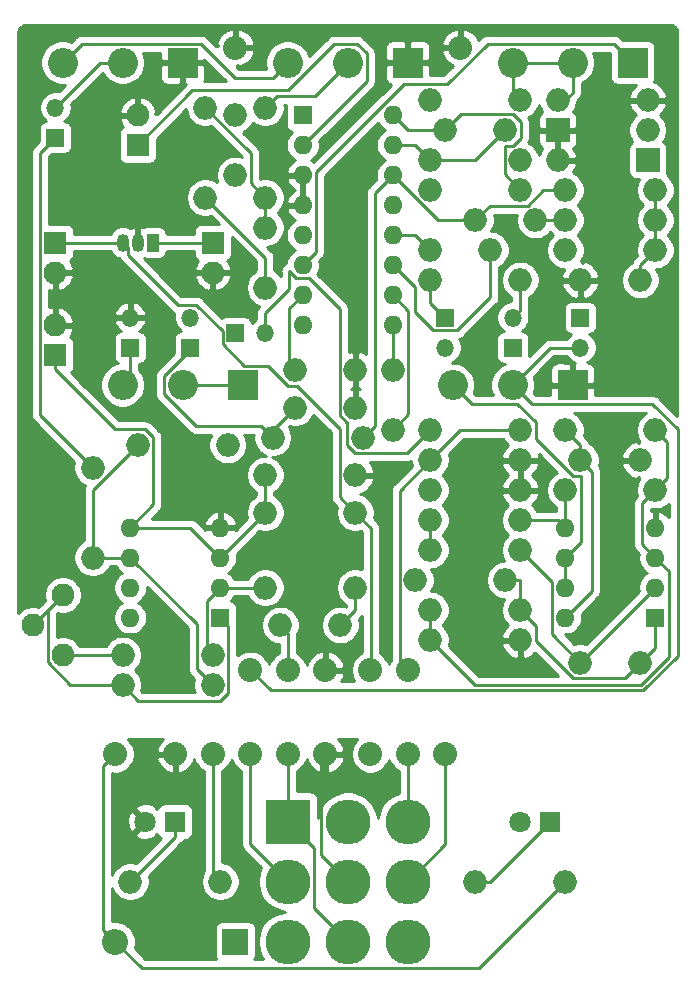
<source format=gbr>
G04 #@! TF.GenerationSoftware,KiCad,Pcbnew,(5.1.6-0-10_14)*
G04 #@! TF.CreationDate,2020-09-02T19:49:47+02:00*
G04 #@! TF.ProjectId,mag-echo,6d61672d-6563-4686-9f2e-6b696361645f,rev?*
G04 #@! TF.SameCoordinates,Original*
G04 #@! TF.FileFunction,Copper,L1,Top*
G04 #@! TF.FilePolarity,Positive*
%FSLAX46Y46*%
G04 Gerber Fmt 4.6, Leading zero omitted, Abs format (unit mm)*
G04 Created by KiCad (PCBNEW (5.1.6-0-10_14)) date 2020-09-02 19:49:47*
%MOMM*%
%LPD*%
G01*
G04 APERTURE LIST*
G04 #@! TA.AperFunction,ComponentPad*
%ADD10C,1.800000*%
G04 #@! TD*
G04 #@! TA.AperFunction,ComponentPad*
%ADD11R,1.800000X1.800000*%
G04 #@! TD*
G04 #@! TA.AperFunction,ComponentPad*
%ADD12O,1.930400X1.930400*%
G04 #@! TD*
G04 #@! TA.AperFunction,ComponentPad*
%ADD13R,1.930400X1.930400*%
G04 #@! TD*
G04 #@! TA.AperFunction,ComponentPad*
%ADD14R,1.050000X1.500000*%
G04 #@! TD*
G04 #@! TA.AperFunction,ComponentPad*
%ADD15O,1.050000X1.500000*%
G04 #@! TD*
G04 #@! TA.AperFunction,ComponentPad*
%ADD16O,1.600000X1.600000*%
G04 #@! TD*
G04 #@! TA.AperFunction,ComponentPad*
%ADD17R,1.600000X1.600000*%
G04 #@! TD*
G04 #@! TA.AperFunction,ComponentPad*
%ADD18R,3.816000X3.816000*%
G04 #@! TD*
G04 #@! TA.AperFunction,ComponentPad*
%ADD19O,3.816000X3.816000*%
G04 #@! TD*
G04 #@! TA.AperFunction,ComponentPad*
%ADD20O,2.540000X2.540000*%
G04 #@! TD*
G04 #@! TA.AperFunction,ComponentPad*
%ADD21R,2.540000X2.540000*%
G04 #@! TD*
G04 #@! TA.AperFunction,ComponentPad*
%ADD22O,2.000000X2.000000*%
G04 #@! TD*
G04 #@! TA.AperFunction,ComponentPad*
%ADD23O,2.032000X2.032000*%
G04 #@! TD*
G04 #@! TA.AperFunction,ComponentPad*
%ADD24O,2.200000X2.200000*%
G04 #@! TD*
G04 #@! TA.AperFunction,ComponentPad*
%ADD25R,2.200000X2.200000*%
G04 #@! TD*
G04 #@! TA.AperFunction,ComponentPad*
%ADD26R,2.000000X2.000000*%
G04 #@! TD*
G04 #@! TA.AperFunction,ComponentPad*
%ADD27O,1.508000X1.508000*%
G04 #@! TD*
G04 #@! TA.AperFunction,ComponentPad*
%ADD28R,1.508000X1.508000*%
G04 #@! TD*
G04 #@! TA.AperFunction,Conductor*
%ADD29C,0.250000*%
G04 #@! TD*
G04 #@! TA.AperFunction,Conductor*
%ADD30C,0.254000*%
G04 #@! TD*
G04 APERTURE END LIST*
D10*
X41275000Y-151257000D03*
D11*
X43815000Y-151257000D03*
D10*
X73025000Y-151257000D03*
D11*
X75565000Y-151257000D03*
D12*
X33655000Y-109220000D03*
D13*
X33655000Y-111760000D03*
D12*
X46990000Y-104775000D03*
D13*
X46990000Y-102235000D03*
D12*
X33655000Y-104775000D03*
D13*
X33655000Y-102235000D03*
D12*
X40640000Y-91440000D03*
D13*
X40640000Y-93980000D03*
D14*
X41910000Y-102235000D03*
D15*
X39370000Y-102235000D03*
X40640000Y-102235000D03*
D16*
X76835000Y-133985000D03*
X84455000Y-126365000D03*
X76835000Y-131445000D03*
X84455000Y-128905000D03*
X76835000Y-128905000D03*
X84455000Y-131445000D03*
X76835000Y-126365000D03*
D17*
X84455000Y-133985000D03*
D16*
X62230000Y-91440000D03*
X54610000Y-109220000D03*
X62230000Y-93980000D03*
X54610000Y-106680000D03*
X62230000Y-96520000D03*
X54610000Y-104140000D03*
X62230000Y-99060000D03*
X54610000Y-101600000D03*
X62230000Y-101600000D03*
X54610000Y-99060000D03*
X62230000Y-104140000D03*
X54610000Y-96520000D03*
X62230000Y-106680000D03*
X54610000Y-93980000D03*
X62230000Y-109220000D03*
D17*
X54610000Y-91440000D03*
D16*
X40005000Y-133985000D03*
X47625000Y-126365000D03*
X40005000Y-131445000D03*
X47625000Y-128905000D03*
X40005000Y-128905000D03*
X47625000Y-131445000D03*
X40005000Y-126365000D03*
D17*
X47625000Y-133985000D03*
D18*
X53340000Y-151257000D03*
D19*
X53340000Y-156337000D03*
X53340000Y-161417000D03*
X58420000Y-151257000D03*
X58420000Y-156337000D03*
X58420000Y-161417000D03*
X63500000Y-151257000D03*
X63500000Y-156337000D03*
X63500000Y-161417000D03*
D20*
X67310000Y-114300000D03*
X72390000Y-114300000D03*
D21*
X77470000Y-114300000D03*
D20*
X72390000Y-86995000D03*
X77470000Y-86995000D03*
D21*
X82550000Y-86995000D03*
D20*
X39370000Y-114300000D03*
X44450000Y-114300000D03*
D21*
X49530000Y-114300000D03*
D20*
X53340000Y-86995000D03*
X58420000Y-86995000D03*
D21*
X63500000Y-86995000D03*
D20*
X34290000Y-86995000D03*
X39370000Y-86995000D03*
D21*
X44450000Y-86995000D03*
D12*
X34290000Y-132080000D03*
X31750000Y-134620000D03*
X34290000Y-137160000D03*
D22*
X59055000Y-121920000D03*
X51435000Y-121920000D03*
X51435000Y-125095000D03*
X59055000Y-125095000D03*
X83820000Y-90170000D03*
X76200000Y-90170000D03*
X65405000Y-90170000D03*
X73025000Y-90170000D03*
X84455000Y-123190000D03*
X76835000Y-123190000D03*
X65405000Y-133350000D03*
X73025000Y-133350000D03*
X76835000Y-156337000D03*
X69215000Y-156337000D03*
X73025000Y-135890000D03*
X65405000Y-135890000D03*
X65405000Y-125730000D03*
X73025000Y-125730000D03*
X71755000Y-130810000D03*
X64135000Y-130810000D03*
X47625000Y-156337000D03*
X40005000Y-156337000D03*
X84455000Y-118110000D03*
X76835000Y-118110000D03*
X65405000Y-97790000D03*
X73025000Y-97790000D03*
X84455000Y-100330000D03*
X76835000Y-100330000D03*
X76835000Y-102870000D03*
X84455000Y-102870000D03*
X73025000Y-128270000D03*
X65405000Y-128270000D03*
X73025000Y-95250000D03*
X65405000Y-95250000D03*
X84455000Y-97790000D03*
X76835000Y-97790000D03*
X51435000Y-98425000D03*
X51435000Y-90805000D03*
X46355000Y-90805000D03*
X46355000Y-98425000D03*
X52070000Y-118745000D03*
X59690000Y-118745000D03*
X65405000Y-105410000D03*
X73025000Y-105410000D03*
X73025000Y-120650000D03*
X65405000Y-120650000D03*
X36830000Y-128905000D03*
X36830000Y-121285000D03*
X65405000Y-118110000D03*
X73025000Y-118110000D03*
X73025000Y-123190000D03*
X65405000Y-123190000D03*
X39370000Y-139700000D03*
X46990000Y-139700000D03*
X59055000Y-131445000D03*
X51435000Y-131445000D03*
X46990000Y-137160000D03*
X39370000Y-137160000D03*
X40640000Y-119380000D03*
X48260000Y-119380000D03*
D23*
X48895000Y-85725000D03*
X60325000Y-138430000D03*
X56515000Y-145542000D03*
X43815000Y-145542000D03*
X66675000Y-145542000D03*
X50165000Y-138430000D03*
X63500000Y-145542000D03*
X60325000Y-145542000D03*
X38735000Y-145542000D03*
X50165000Y-145542000D03*
X46990000Y-145542000D03*
X53340000Y-145542000D03*
X56515000Y-138430000D03*
X67945000Y-85725000D03*
X63500000Y-138430000D03*
X53340000Y-138430000D03*
D24*
X38735000Y-161417000D03*
D25*
X48895000Y-161417000D03*
D26*
X83820000Y-95250000D03*
D22*
X76200000Y-95250000D03*
D26*
X76200000Y-92710000D03*
D22*
X83820000Y-92710000D03*
X83185000Y-120650000D03*
X78105000Y-120650000D03*
D27*
X78105000Y-111125000D03*
D28*
X78105000Y-108585000D03*
D22*
X48895000Y-91440000D03*
X48895000Y-96520000D03*
X62230000Y-113030000D03*
X62230000Y-118110000D03*
X59055000Y-113030000D03*
X53975000Y-113030000D03*
X70485000Y-102870000D03*
X65405000Y-102870000D03*
D27*
X40005000Y-108585000D03*
D28*
X40005000Y-111125000D03*
D22*
X78105000Y-105410000D03*
X83185000Y-105410000D03*
X78105000Y-137795000D03*
X83185000Y-137795000D03*
X66675000Y-92710000D03*
X71755000Y-92710000D03*
X74295000Y-100330000D03*
X69215000Y-100330000D03*
D27*
X66675000Y-111125000D03*
D28*
X66675000Y-108585000D03*
D22*
X59055000Y-116205000D03*
X53975000Y-116205000D03*
D27*
X45085000Y-108585000D03*
D28*
X45085000Y-111125000D03*
D22*
X51435000Y-106045000D03*
X51435000Y-100965000D03*
D27*
X33655000Y-90805000D03*
D28*
X33655000Y-93345000D03*
D27*
X72390000Y-108585000D03*
D28*
X72390000Y-111125000D03*
D27*
X51435000Y-109855000D03*
D28*
X48895000Y-109855000D03*
D22*
X52705000Y-134620000D03*
X57785000Y-134620000D03*
D29*
X53340000Y-135255000D02*
X52705000Y-134620000D01*
X53340000Y-138430000D02*
X53340000Y-135255000D01*
X59055000Y-133350000D02*
X57785000Y-134620000D01*
X59055000Y-131445000D02*
X59055000Y-133350000D01*
X63444999Y-120070001D02*
X65405000Y-118110000D01*
X58364999Y-119381001D02*
X59053999Y-120070001D01*
X58364999Y-117476001D02*
X58364999Y-119381001D01*
X57729999Y-116841001D02*
X58364999Y-117476001D01*
X57729999Y-107844999D02*
X57729999Y-116841001D01*
X55150001Y-105265001D02*
X57729999Y-107844999D01*
X54069999Y-105265001D02*
X55150001Y-105265001D01*
X53484999Y-104680001D02*
X54069999Y-105265001D01*
X59053999Y-120070001D02*
X63444999Y-120070001D01*
X53484999Y-106139999D02*
X53484999Y-104680001D01*
X51435000Y-108189998D02*
X53484999Y-106139999D01*
X51435000Y-109855000D02*
X51435000Y-108189998D01*
X73025000Y-107950000D02*
X72390000Y-108585000D01*
X73025000Y-105410000D02*
X73025000Y-107950000D01*
X34290000Y-132080000D02*
X31750000Y-134620000D01*
X32999799Y-137779297D02*
X34920502Y-139700000D01*
X34920502Y-139700000D02*
X39370000Y-139700000D01*
X32999799Y-133370201D02*
X32999799Y-137779297D01*
X34290000Y-132080000D02*
X32999799Y-133370201D01*
X48315001Y-134675001D02*
X47625000Y-133985000D01*
X48315001Y-140336001D02*
X48315001Y-134675001D01*
X40695001Y-141025001D02*
X47626001Y-141025001D01*
X47626001Y-141025001D02*
X48315001Y-140336001D01*
X39370000Y-139700000D02*
X40695001Y-141025001D01*
X37465000Y-86995000D02*
X33655000Y-90805000D01*
X39370000Y-86995000D02*
X37465000Y-86995000D01*
X32364799Y-116819799D02*
X36830000Y-121285000D01*
X32364799Y-94635201D02*
X32364799Y-116819799D01*
X33655000Y-93345000D02*
X32364799Y-94635201D01*
X51435000Y-103505000D02*
X51435000Y-106045000D01*
X46355000Y-98425000D02*
X51435000Y-103505000D01*
X51435000Y-98425000D02*
X51435000Y-100965000D01*
X51435000Y-97733998D02*
X51435000Y-98425000D01*
X50220001Y-94670001D02*
X50220001Y-97210001D01*
X50220001Y-97210001D02*
X51435000Y-98425000D01*
X46355000Y-90805000D02*
X50220001Y-94670001D01*
X45980001Y-85399999D02*
X35885001Y-85399999D01*
X48845001Y-88264999D02*
X45980001Y-85399999D01*
X52070001Y-88264999D02*
X48845001Y-88264999D01*
X35885001Y-85399999D02*
X34290000Y-86995000D01*
X53340000Y-86995000D02*
X52070001Y-88264999D01*
X51435000Y-118745000D02*
X51435000Y-119380000D01*
X52070000Y-118110000D02*
X52070000Y-118745000D01*
X53975000Y-116205000D02*
X52070000Y-118110000D01*
X45534399Y-117745001D02*
X51070001Y-117745001D01*
X51070001Y-117745001D02*
X52070000Y-118745000D01*
X42854999Y-115065601D02*
X45534399Y-117745001D01*
X42854999Y-113534399D02*
X42854999Y-115065601D01*
X45264398Y-111125000D02*
X42854999Y-113534399D01*
X45085000Y-111125000D02*
X45264398Y-111125000D01*
X65405000Y-107315000D02*
X66675000Y-108585000D01*
X65405000Y-105410000D02*
X65405000Y-107315000D01*
X74295000Y-100330000D02*
X76835000Y-100330000D01*
X66040000Y-100330000D02*
X69215000Y-100330000D01*
X62230000Y-96520000D02*
X66040000Y-100330000D01*
X70429999Y-99115001D02*
X69215000Y-100330000D01*
X73661001Y-99115001D02*
X70429999Y-99115001D01*
X74986002Y-97790000D02*
X73661001Y-99115001D01*
X76835000Y-97790000D02*
X74986002Y-97790000D01*
X60689999Y-98060001D02*
X62230000Y-96520000D01*
X60689999Y-117745001D02*
X60689999Y-98060001D01*
X59690000Y-118745000D02*
X60689999Y-117745001D01*
X63500000Y-92710000D02*
X66675000Y-92710000D01*
X62230000Y-91440000D02*
X63500000Y-92710000D01*
X68000001Y-91384999D02*
X66675000Y-92710000D01*
X72391001Y-91384999D02*
X68000001Y-91384999D01*
X73080001Y-92073999D02*
X72391001Y-91384999D01*
X73080001Y-93346001D02*
X73080001Y-92073999D01*
X72391001Y-94035001D02*
X73080001Y-93346001D01*
X71699999Y-96464999D02*
X71699999Y-94035001D01*
X71699999Y-94035001D02*
X72391001Y-94035001D01*
X73025000Y-97790000D02*
X71699999Y-96464999D01*
X64135000Y-93980000D02*
X65405000Y-95250000D01*
X62230000Y-93980000D02*
X64135000Y-93980000D01*
X69215000Y-95250000D02*
X65405000Y-95250000D01*
X71755000Y-92710000D02*
X69215000Y-95250000D01*
X78105000Y-137795000D02*
X84455000Y-131445000D01*
X75709999Y-135399999D02*
X78105000Y-137795000D01*
X75709999Y-130954999D02*
X75709999Y-135399999D01*
X73025000Y-128270000D02*
X75709999Y-130954999D01*
X84455000Y-136525000D02*
X83185000Y-137795000D01*
X84455000Y-133985000D02*
X84455000Y-136525000D01*
X73025000Y-130810000D02*
X73025000Y-133350000D01*
X74350001Y-134675001D02*
X73025000Y-133350000D01*
X74350001Y-136001003D02*
X74350001Y-134675001D01*
X77468999Y-139120001D02*
X74350001Y-136001003D01*
X81859999Y-139120001D02*
X77468999Y-139120001D01*
X83185000Y-137795000D02*
X81859999Y-139120001D01*
X73025000Y-130810000D02*
X71755000Y-130810000D01*
X84455000Y-97790000D02*
X84455000Y-100330000D01*
X84455000Y-100330000D02*
X84455000Y-102870000D01*
X83185000Y-104140000D02*
X83185000Y-105410000D01*
X84455000Y-102870000D02*
X83185000Y-104140000D01*
X65405000Y-125730000D02*
X65405000Y-128270000D01*
X40005000Y-113665000D02*
X39370000Y-114300000D01*
X40005000Y-111125000D02*
X40005000Y-113665000D01*
X53340611Y-89354991D02*
X45265009Y-89354991D01*
X59185601Y-85399999D02*
X57295603Y-85399999D01*
X57295603Y-85399999D02*
X53340611Y-89354991D01*
X60015001Y-86229399D02*
X59185601Y-85399999D01*
X45265009Y-89354991D02*
X40640000Y-93980000D01*
X60015001Y-88574999D02*
X60015001Y-86229399D01*
X54610000Y-93980000D02*
X60015001Y-88574999D01*
X64079999Y-105989999D02*
X62230000Y-104140000D01*
X65660999Y-109664001D02*
X64079999Y-108083001D01*
X67689001Y-109664001D02*
X65660999Y-109664001D01*
X70485000Y-106868002D02*
X67689001Y-109664001D01*
X64079999Y-108083001D02*
X64079999Y-105989999D01*
X70485000Y-102870000D02*
X70485000Y-106868002D01*
X64135000Y-101600000D02*
X65405000Y-102870000D01*
X62230000Y-101600000D02*
X64135000Y-101600000D01*
X53484999Y-112539999D02*
X53975000Y-113030000D01*
X53484999Y-107805001D02*
X53484999Y-112539999D01*
X54610000Y-106680000D02*
X53484999Y-107805001D01*
X62230000Y-109220000D02*
X62230000Y-113030000D01*
X63555001Y-108005001D02*
X62230000Y-106680000D01*
X63555001Y-116784999D02*
X63555001Y-108005001D01*
X62230000Y-118110000D02*
X63555001Y-116784999D01*
X75565000Y-111125000D02*
X72390000Y-114300000D01*
X78105000Y-111125000D02*
X75565000Y-111125000D01*
X84201003Y-115895001D02*
X86360000Y-118053998D01*
X73985001Y-115895001D02*
X84201003Y-115895001D01*
X72390000Y-114300000D02*
X73985001Y-115895001D01*
X51885010Y-140150010D02*
X50165000Y-138430000D01*
X83427402Y-140150010D02*
X51885010Y-140150010D01*
X86360000Y-137217412D02*
X83427402Y-140150010D01*
X86360000Y-118053998D02*
X86360000Y-137217412D01*
X39370000Y-102235000D02*
X33655000Y-102235000D01*
X78105000Y-119380000D02*
X78105000Y-120650000D01*
X76835000Y-118110000D02*
X78105000Y-119380000D01*
X60380001Y-138374999D02*
X60325000Y-138430000D01*
X60380001Y-126420001D02*
X60380001Y-138374999D01*
X59055000Y-125095000D02*
X60380001Y-126420001D01*
X57729999Y-117998997D02*
X57729999Y-123769999D01*
X53338999Y-114355001D02*
X54086003Y-114355001D01*
X51688997Y-112704999D02*
X53338999Y-114355001D01*
X49651997Y-112704999D02*
X51688997Y-112704999D01*
X47815999Y-109719077D02*
X47815999Y-110869001D01*
X47815999Y-110869001D02*
X49651997Y-112704999D01*
X45602921Y-107505999D02*
X47815999Y-109719077D01*
X44005999Y-107505999D02*
X45602921Y-107505999D01*
X57729999Y-123769999D02*
X59055000Y-125095000D01*
X39789990Y-103289990D02*
X44005999Y-107505999D01*
X39789990Y-102654990D02*
X39789990Y-103289990D01*
X54086003Y-114355001D02*
X57729999Y-117998997D01*
X39370000Y-102235000D02*
X39789990Y-102654990D01*
X79104999Y-121649999D02*
X79104999Y-131715001D01*
X79104999Y-131715001D02*
X76835000Y-133985000D01*
X78105000Y-120650000D02*
X79104999Y-121649999D01*
X41910000Y-102235000D02*
X46990000Y-102235000D01*
X45085000Y-126365000D02*
X47625000Y-128905000D01*
X40005000Y-126365000D02*
X45085000Y-126365000D01*
X51435000Y-125095000D02*
X47625000Y-128905000D01*
X51435000Y-121920000D02*
X51435000Y-125095000D01*
X41965001Y-124404999D02*
X40005000Y-126365000D01*
X41965001Y-118743999D02*
X41965001Y-124404999D01*
X38734799Y-118054999D02*
X41276001Y-118054999D01*
X41276001Y-118054999D02*
X41965001Y-118743999D01*
X33655000Y-112975200D02*
X38734799Y-118054999D01*
X33655000Y-111760000D02*
X33655000Y-112975200D01*
X41275000Y-155067000D02*
X40005000Y-156337000D01*
X43815000Y-152527000D02*
X40005000Y-156337000D01*
X43815000Y-151257000D02*
X43815000Y-152527000D01*
X70485000Y-156337000D02*
X69215000Y-156337000D01*
X75565000Y-151257000D02*
X70485000Y-156337000D01*
X37719001Y-160401001D02*
X38735000Y-161417000D01*
X37719001Y-146557999D02*
X37719001Y-160401001D01*
X38735000Y-145542000D02*
X37719001Y-146557999D01*
X40968001Y-163650001D02*
X38735000Y-161417000D01*
X67945000Y-118110000D02*
X65405000Y-120650000D01*
X73025000Y-118110000D02*
X67945000Y-118110000D01*
X64079999Y-137850001D02*
X63500000Y-138430000D01*
X62809999Y-137739999D02*
X63500000Y-138430000D01*
X62809999Y-123245001D02*
X62809999Y-137739999D01*
X65405000Y-120650000D02*
X62809999Y-123245001D01*
X53340000Y-145542000D02*
X53340000Y-151257000D01*
X55573001Y-158570001D02*
X58420000Y-161417000D01*
X55573001Y-153490001D02*
X55573001Y-158570001D01*
X53340000Y-151257000D02*
X55573001Y-153490001D01*
X46990000Y-155702000D02*
X47625000Y-156337000D01*
X46990000Y-145542000D02*
X46990000Y-155702000D01*
X50165000Y-153162000D02*
X53340000Y-156337000D01*
X50165000Y-145542000D02*
X50165000Y-153162000D01*
X63500000Y-145542000D02*
X63500000Y-151257000D01*
X66675000Y-153162000D02*
X63500000Y-156337000D01*
X66675000Y-145542000D02*
X66675000Y-153162000D01*
X36830000Y-128905000D02*
X40005000Y-128905000D01*
X45664999Y-134564999D02*
X40005000Y-128905000D01*
X45664999Y-138374999D02*
X45664999Y-134564999D01*
X46990000Y-139700000D02*
X45664999Y-138374999D01*
X36830000Y-123190000D02*
X36830000Y-128905000D01*
X40640000Y-119380000D02*
X36830000Y-123190000D01*
X51435000Y-131445000D02*
X47625000Y-131445000D01*
X46499999Y-136669999D02*
X46990000Y-137160000D01*
X46499999Y-132570001D02*
X46499999Y-136669999D01*
X47625000Y-131445000D02*
X46499999Y-132570001D01*
X34290000Y-137160000D02*
X39370000Y-137160000D01*
X52434999Y-89805001D02*
X51435000Y-90805000D01*
X55609999Y-89805001D02*
X52434999Y-89805001D01*
X58420000Y-86995000D02*
X55609999Y-89805001D01*
X85454999Y-119109999D02*
X85454999Y-122190001D01*
X85454999Y-122190001D02*
X84455000Y-123190000D01*
X84455000Y-118110000D02*
X85454999Y-119109999D01*
X83329999Y-127779999D02*
X84455000Y-128905000D01*
X83329999Y-124315001D02*
X83329999Y-127779999D01*
X84455000Y-123190000D02*
X83329999Y-124315001D01*
X65405000Y-133350000D02*
X65405000Y-135890000D01*
X69215000Y-139700000D02*
X65405000Y-135890000D01*
X83241002Y-139700000D02*
X69215000Y-139700000D01*
X85580001Y-137361001D02*
X83241002Y-139700000D01*
X85580001Y-130030001D02*
X85580001Y-137361001D01*
X84455000Y-128905000D02*
X85580001Y-130030001D01*
X44450000Y-114300000D02*
X49530000Y-114300000D01*
X76835000Y-123190000D02*
X76835000Y-126365000D01*
X76200000Y-125730000D02*
X76835000Y-126365000D01*
X73025000Y-125730000D02*
X76200000Y-125730000D01*
X72390000Y-86995000D02*
X77470000Y-86995000D01*
X77470000Y-89535000D02*
X76835000Y-90170000D01*
X77470000Y-86995000D02*
X77470000Y-89535000D01*
X72390000Y-89535000D02*
X73025000Y-90170000D01*
X72390000Y-86995000D02*
X72390000Y-89535000D01*
X55735001Y-96269997D02*
X55735001Y-103014999D01*
X63159999Y-88844999D02*
X55735001Y-96269997D01*
X70254683Y-85399999D02*
X66809683Y-88844999D01*
X55735001Y-103014999D02*
X54610000Y-104140000D01*
X80954999Y-85399999D02*
X70254683Y-85399999D01*
X66809683Y-88844999D02*
X63159999Y-88844999D01*
X82550000Y-86995000D02*
X80954999Y-85399999D01*
X76835000Y-128905000D02*
X76835000Y-131445000D01*
X68905001Y-115895001D02*
X67310000Y-114300000D01*
X74350001Y-117473999D02*
X72771003Y-115895001D01*
X72771003Y-115895001D02*
X68905001Y-115895001D01*
X74350001Y-118856003D02*
X74350001Y-117473999D01*
X77468999Y-121975001D02*
X74350001Y-118856003D01*
X78160001Y-121975001D02*
X77468999Y-121975001D01*
X78160001Y-127579999D02*
X78160001Y-121975001D01*
X76835000Y-128905000D02*
X78160001Y-127579999D01*
X56186999Y-154103999D02*
X58420000Y-156337000D01*
X56186999Y-145870001D02*
X56186999Y-154103999D01*
X56515000Y-145542000D02*
X56186999Y-145870001D01*
X69521999Y-163650001D02*
X62917999Y-163650001D01*
X62917999Y-163650001D02*
X40968001Y-163650001D01*
X76835000Y-156337000D02*
X69521999Y-163650001D01*
X64571841Y-163650001D02*
X62917999Y-163650001D01*
D30*
G36*
X85842869Y-83859722D02*
G01*
X85956246Y-83893953D01*
X86060819Y-83949555D01*
X86152596Y-84024407D01*
X86228091Y-84115664D01*
X86284419Y-84219844D01*
X86319440Y-84332976D01*
X86335000Y-84481022D01*
X86335001Y-116954197D01*
X84764807Y-115384004D01*
X84741004Y-115355000D01*
X84625279Y-115260027D01*
X84493250Y-115189455D01*
X84349989Y-115145998D01*
X84238336Y-115135001D01*
X84238325Y-115135001D01*
X84201003Y-115131325D01*
X84163681Y-115135001D01*
X79376714Y-115135001D01*
X79375000Y-114585750D01*
X79216250Y-114427000D01*
X77597000Y-114427000D01*
X77597000Y-114447000D01*
X77343000Y-114447000D01*
X77343000Y-114427000D01*
X75723750Y-114427000D01*
X75565000Y-114585750D01*
X75563286Y-115135001D01*
X74299803Y-115135001D01*
X74162826Y-114998024D01*
X74221791Y-114855668D01*
X74295000Y-114487626D01*
X74295000Y-114112374D01*
X74221791Y-113744332D01*
X74162826Y-113601976D01*
X74734802Y-113030000D01*
X75561928Y-113030000D01*
X75565000Y-114014250D01*
X75723750Y-114173000D01*
X77343000Y-114173000D01*
X77343000Y-112553750D01*
X77184250Y-112395000D01*
X76200000Y-112391928D01*
X76075518Y-112404188D01*
X75955820Y-112440498D01*
X75845506Y-112499463D01*
X75748815Y-112578815D01*
X75669463Y-112675506D01*
X75610498Y-112785820D01*
X75574188Y-112905518D01*
X75561928Y-113030000D01*
X74734802Y-113030000D01*
X75879802Y-111885000D01*
X76942280Y-111885000D01*
X77026093Y-112010436D01*
X77219564Y-112203907D01*
X77447062Y-112355916D01*
X77692974Y-112457776D01*
X77597000Y-112553750D01*
X77597000Y-114173000D01*
X79216250Y-114173000D01*
X79375000Y-114014250D01*
X79378072Y-113030000D01*
X79365812Y-112905518D01*
X79329502Y-112785820D01*
X79270537Y-112675506D01*
X79191185Y-112578815D01*
X79094494Y-112499463D01*
X78984180Y-112440498D01*
X78864482Y-112404188D01*
X78740000Y-112391928D01*
X78675512Y-112392129D01*
X78762938Y-112355916D01*
X78990436Y-112203907D01*
X79183907Y-112010436D01*
X79335916Y-111782938D01*
X79440622Y-111530156D01*
X79494000Y-111261805D01*
X79494000Y-110988195D01*
X79440622Y-110719844D01*
X79335916Y-110467062D01*
X79183907Y-110239564D01*
X78990436Y-110046093D01*
X78883524Y-109974657D01*
X78983482Y-109964812D01*
X79103180Y-109928502D01*
X79213494Y-109869537D01*
X79310185Y-109790185D01*
X79389537Y-109693494D01*
X79448502Y-109583180D01*
X79484812Y-109463482D01*
X79497072Y-109339000D01*
X79497072Y-107831000D01*
X79484812Y-107706518D01*
X79448502Y-107586820D01*
X79389537Y-107476506D01*
X79310185Y-107379815D01*
X79213494Y-107300463D01*
X79103180Y-107241498D01*
X78983482Y-107205188D01*
X78859000Y-107192928D01*
X77351000Y-107192928D01*
X77226518Y-107205188D01*
X77106820Y-107241498D01*
X76996506Y-107300463D01*
X76899815Y-107379815D01*
X76820463Y-107476506D01*
X76761498Y-107586820D01*
X76725188Y-107706518D01*
X76712928Y-107831000D01*
X76712928Y-109339000D01*
X76725188Y-109463482D01*
X76761498Y-109583180D01*
X76820463Y-109693494D01*
X76899815Y-109790185D01*
X76996506Y-109869537D01*
X77106820Y-109928502D01*
X77226518Y-109964812D01*
X77326476Y-109974657D01*
X77219564Y-110046093D01*
X77026093Y-110239564D01*
X76942280Y-110365000D01*
X75602322Y-110365000D01*
X75564999Y-110361324D01*
X75527676Y-110365000D01*
X75527667Y-110365000D01*
X75416014Y-110375997D01*
X75272753Y-110419454D01*
X75140723Y-110490026D01*
X75066890Y-110550620D01*
X75024999Y-110584999D01*
X75001201Y-110613997D01*
X73782072Y-111833126D01*
X73782072Y-110371000D01*
X73769812Y-110246518D01*
X73733502Y-110126820D01*
X73674537Y-110016506D01*
X73595185Y-109919815D01*
X73498494Y-109840463D01*
X73388180Y-109781498D01*
X73268482Y-109745188D01*
X73168524Y-109735343D01*
X73275436Y-109663907D01*
X73468907Y-109470436D01*
X73620916Y-109242938D01*
X73725622Y-108990156D01*
X73779000Y-108721805D01*
X73779000Y-108448195D01*
X73735069Y-108227337D01*
X73774003Y-108098986D01*
X73785000Y-107987333D01*
X73788677Y-107950000D01*
X73785000Y-107912667D01*
X73785000Y-106864909D01*
X73799463Y-106858918D01*
X74067252Y-106679987D01*
X74294987Y-106452252D01*
X74473918Y-106184463D01*
X74597168Y-105886912D01*
X74616358Y-105790434D01*
X76514876Y-105790434D01*
X76571498Y-105977107D01*
X76711601Y-106265382D01*
X76905252Y-106520785D01*
X77145008Y-106733501D01*
X77421656Y-106895356D01*
X77724565Y-107000129D01*
X77978000Y-106881315D01*
X77978000Y-105537000D01*
X78232000Y-105537000D01*
X78232000Y-106881315D01*
X78485435Y-107000129D01*
X78788344Y-106895356D01*
X79064992Y-106733501D01*
X79304748Y-106520785D01*
X79498399Y-106265382D01*
X79638502Y-105977107D01*
X79695124Y-105790434D01*
X79575777Y-105537000D01*
X78232000Y-105537000D01*
X77978000Y-105537000D01*
X76634223Y-105537000D01*
X76514876Y-105790434D01*
X74616358Y-105790434D01*
X74660000Y-105571033D01*
X74660000Y-105248967D01*
X74597168Y-104933088D01*
X74473918Y-104635537D01*
X74294987Y-104367748D01*
X74067252Y-104140013D01*
X73799463Y-103961082D01*
X73501912Y-103837832D01*
X73186033Y-103775000D01*
X72863967Y-103775000D01*
X72548088Y-103837832D01*
X72250537Y-103961082D01*
X71982748Y-104140013D01*
X71755013Y-104367748D01*
X71576082Y-104635537D01*
X71452832Y-104933088D01*
X71390000Y-105248967D01*
X71390000Y-105571033D01*
X71452832Y-105886912D01*
X71576082Y-106184463D01*
X71755013Y-106452252D01*
X71982748Y-106679987D01*
X72250537Y-106858918D01*
X72265001Y-106864909D01*
X72265001Y-107196000D01*
X72253195Y-107196000D01*
X71984844Y-107249378D01*
X71732062Y-107354084D01*
X71504564Y-107506093D01*
X71311093Y-107699564D01*
X71159084Y-107927062D01*
X71054378Y-108179844D01*
X71001000Y-108448195D01*
X71001000Y-108721805D01*
X71054378Y-108990156D01*
X71159084Y-109242938D01*
X71311093Y-109470436D01*
X71504564Y-109663907D01*
X71611476Y-109735343D01*
X71511518Y-109745188D01*
X71391820Y-109781498D01*
X71281506Y-109840463D01*
X71184815Y-109919815D01*
X71105463Y-110016506D01*
X71046498Y-110126820D01*
X71010188Y-110246518D01*
X70997928Y-110371000D01*
X70997928Y-111879000D01*
X71010188Y-112003482D01*
X71046498Y-112123180D01*
X71105463Y-112233494D01*
X71184815Y-112330185D01*
X71281506Y-112409537D01*
X71391820Y-112468502D01*
X71511518Y-112504812D01*
X71636000Y-112517072D01*
X71716366Y-112517072D01*
X71487644Y-112611811D01*
X71175634Y-112820290D01*
X70910290Y-113085634D01*
X70701811Y-113397644D01*
X70558209Y-113744332D01*
X70485000Y-114112374D01*
X70485000Y-114487626D01*
X70558209Y-114855668D01*
X70673912Y-115135001D01*
X69219803Y-115135001D01*
X69082826Y-114998024D01*
X69141791Y-114855668D01*
X69215000Y-114487626D01*
X69215000Y-114112374D01*
X69141791Y-113744332D01*
X68998189Y-113397644D01*
X68789710Y-113085634D01*
X68524366Y-112820290D01*
X68212356Y-112611811D01*
X67865668Y-112468209D01*
X67497626Y-112395000D01*
X67238581Y-112395000D01*
X67332938Y-112355916D01*
X67560436Y-112203907D01*
X67753907Y-112010436D01*
X67905916Y-111782938D01*
X68010622Y-111530156D01*
X68064000Y-111261805D01*
X68064000Y-110988195D01*
X68010622Y-110719844D01*
X67905916Y-110467062D01*
X67864435Y-110404981D01*
X67981248Y-110369547D01*
X68113277Y-110298975D01*
X68229002Y-110204002D01*
X68252805Y-110174998D01*
X70996003Y-107431801D01*
X71025001Y-107408003D01*
X71119974Y-107292278D01*
X71190546Y-107160249D01*
X71234003Y-107016988D01*
X71245000Y-106905335D01*
X71245000Y-106905327D01*
X71248676Y-106868002D01*
X71245000Y-106830677D01*
X71245000Y-104324909D01*
X71259463Y-104318918D01*
X71527252Y-104139987D01*
X71754987Y-103912252D01*
X71933918Y-103644463D01*
X72057168Y-103346912D01*
X72120000Y-103031033D01*
X72120000Y-102708967D01*
X72057168Y-102393088D01*
X71933918Y-102095537D01*
X71754987Y-101827748D01*
X71527252Y-101600013D01*
X71259463Y-101421082D01*
X70961912Y-101297832D01*
X70646033Y-101235000D01*
X70576696Y-101235000D01*
X70663918Y-101104463D01*
X70787168Y-100806912D01*
X70850000Y-100491033D01*
X70850000Y-100168967D01*
X70791527Y-99875001D01*
X72718473Y-99875001D01*
X72660000Y-100168967D01*
X72660000Y-100491033D01*
X72722832Y-100806912D01*
X72846082Y-101104463D01*
X73025013Y-101372252D01*
X73252748Y-101599987D01*
X73520537Y-101778918D01*
X73818088Y-101902168D01*
X74133967Y-101965000D01*
X74456033Y-101965000D01*
X74771912Y-101902168D01*
X75069463Y-101778918D01*
X75337252Y-101599987D01*
X75564987Y-101372252D01*
X75565000Y-101372233D01*
X75565013Y-101372252D01*
X75792748Y-101599987D01*
X75792767Y-101600000D01*
X75792748Y-101600013D01*
X75565013Y-101827748D01*
X75386082Y-102095537D01*
X75262832Y-102393088D01*
X75200000Y-102708967D01*
X75200000Y-103031033D01*
X75262832Y-103346912D01*
X75386082Y-103644463D01*
X75565013Y-103912252D01*
X75792748Y-104139987D01*
X76060537Y-104318918D01*
X76358088Y-104442168D01*
X76673967Y-104505000D01*
X76749222Y-104505000D01*
X76711601Y-104554618D01*
X76571498Y-104842893D01*
X76514876Y-105029566D01*
X76634223Y-105283000D01*
X77978000Y-105283000D01*
X77978000Y-105263000D01*
X78232000Y-105263000D01*
X78232000Y-105283000D01*
X79575777Y-105283000D01*
X79591803Y-105248967D01*
X81550000Y-105248967D01*
X81550000Y-105571033D01*
X81612832Y-105886912D01*
X81736082Y-106184463D01*
X81915013Y-106452252D01*
X82142748Y-106679987D01*
X82410537Y-106858918D01*
X82708088Y-106982168D01*
X83023967Y-107045000D01*
X83346033Y-107045000D01*
X83661912Y-106982168D01*
X83959463Y-106858918D01*
X84227252Y-106679987D01*
X84454987Y-106452252D01*
X84633918Y-106184463D01*
X84757168Y-105886912D01*
X84820000Y-105571033D01*
X84820000Y-105248967D01*
X84757168Y-104933088D01*
X84633918Y-104635537D01*
X84546696Y-104505000D01*
X84616033Y-104505000D01*
X84931912Y-104442168D01*
X85229463Y-104318918D01*
X85497252Y-104139987D01*
X85724987Y-103912252D01*
X85903918Y-103644463D01*
X86027168Y-103346912D01*
X86090000Y-103031033D01*
X86090000Y-102708967D01*
X86027168Y-102393088D01*
X85903918Y-102095537D01*
X85724987Y-101827748D01*
X85497252Y-101600013D01*
X85497233Y-101600000D01*
X85497252Y-101599987D01*
X85724987Y-101372252D01*
X85903918Y-101104463D01*
X86027168Y-100806912D01*
X86090000Y-100491033D01*
X86090000Y-100168967D01*
X86027168Y-99853088D01*
X85903918Y-99555537D01*
X85724987Y-99287748D01*
X85497252Y-99060013D01*
X85497233Y-99060000D01*
X85497252Y-99059987D01*
X85724987Y-98832252D01*
X85903918Y-98564463D01*
X86027168Y-98266912D01*
X86090000Y-97951033D01*
X86090000Y-97628967D01*
X86027168Y-97313088D01*
X85903918Y-97015537D01*
X85724987Y-96747748D01*
X85497252Y-96520013D01*
X85417775Y-96466908D01*
X85445812Y-96374482D01*
X85458072Y-96250000D01*
X85458072Y-94250000D01*
X85445812Y-94125518D01*
X85409502Y-94005820D01*
X85350537Y-93895506D01*
X85271185Y-93798815D01*
X85174494Y-93719463D01*
X85128370Y-93694809D01*
X85268918Y-93484463D01*
X85392168Y-93186912D01*
X85455000Y-92871033D01*
X85455000Y-92548967D01*
X85392168Y-92233088D01*
X85268918Y-91935537D01*
X85089987Y-91667748D01*
X84862252Y-91440013D01*
X84849718Y-91431638D01*
X85019748Y-91280785D01*
X85213399Y-91025382D01*
X85353502Y-90737107D01*
X85410124Y-90550434D01*
X85290777Y-90297000D01*
X83947000Y-90297000D01*
X83947000Y-90317000D01*
X83693000Y-90317000D01*
X83693000Y-90297000D01*
X82349223Y-90297000D01*
X82229876Y-90550434D01*
X82286498Y-90737107D01*
X82426601Y-91025382D01*
X82620252Y-91280785D01*
X82790282Y-91431638D01*
X82777748Y-91440013D01*
X82550013Y-91667748D01*
X82371082Y-91935537D01*
X82247832Y-92233088D01*
X82185000Y-92548967D01*
X82185000Y-92871033D01*
X82247832Y-93186912D01*
X82371082Y-93484463D01*
X82511630Y-93694809D01*
X82465506Y-93719463D01*
X82368815Y-93798815D01*
X82289463Y-93895506D01*
X82230498Y-94005820D01*
X82194188Y-94125518D01*
X82181928Y-94250000D01*
X82181928Y-96250000D01*
X82194188Y-96374482D01*
X82230498Y-96494180D01*
X82289463Y-96604494D01*
X82368815Y-96701185D01*
X82465506Y-96780537D01*
X82575820Y-96839502D01*
X82695518Y-96875812D01*
X82820000Y-96888072D01*
X83091251Y-96888072D01*
X83006082Y-97015537D01*
X82882832Y-97313088D01*
X82820000Y-97628967D01*
X82820000Y-97951033D01*
X82882832Y-98266912D01*
X83006082Y-98564463D01*
X83185013Y-98832252D01*
X83412748Y-99059987D01*
X83412767Y-99060000D01*
X83412748Y-99060013D01*
X83185013Y-99287748D01*
X83006082Y-99555537D01*
X82882832Y-99853088D01*
X82820000Y-100168967D01*
X82820000Y-100491033D01*
X82882832Y-100806912D01*
X83006082Y-101104463D01*
X83185013Y-101372252D01*
X83412748Y-101599987D01*
X83412767Y-101600000D01*
X83412748Y-101600013D01*
X83185013Y-101827748D01*
X83006082Y-102095537D01*
X82882832Y-102393088D01*
X82820000Y-102708967D01*
X82820000Y-103031033D01*
X82882832Y-103346912D01*
X82888823Y-103361376D01*
X82674003Y-103576196D01*
X82644999Y-103599999D01*
X82589871Y-103667174D01*
X82550026Y-103715724D01*
X82488949Y-103829991D01*
X82479454Y-103847754D01*
X82450040Y-103944719D01*
X82410537Y-103961082D01*
X82142748Y-104140013D01*
X81915013Y-104367748D01*
X81736082Y-104635537D01*
X81612832Y-104933088D01*
X81550000Y-105248967D01*
X79591803Y-105248967D01*
X79695124Y-105029566D01*
X79638502Y-104842893D01*
X79498399Y-104554618D01*
X79304748Y-104299215D01*
X79064992Y-104086499D01*
X78788344Y-103924644D01*
X78485435Y-103819871D01*
X78232002Y-103938684D01*
X78232002Y-103775000D01*
X78196696Y-103775000D01*
X78283918Y-103644463D01*
X78407168Y-103346912D01*
X78470000Y-103031033D01*
X78470000Y-102708967D01*
X78407168Y-102393088D01*
X78283918Y-102095537D01*
X78104987Y-101827748D01*
X77877252Y-101600013D01*
X77877233Y-101600000D01*
X77877252Y-101599987D01*
X78104987Y-101372252D01*
X78283918Y-101104463D01*
X78407168Y-100806912D01*
X78470000Y-100491033D01*
X78470000Y-100168967D01*
X78407168Y-99853088D01*
X78283918Y-99555537D01*
X78104987Y-99287748D01*
X77877252Y-99060013D01*
X77877233Y-99060000D01*
X77877252Y-99059987D01*
X78104987Y-98832252D01*
X78283918Y-98564463D01*
X78407168Y-98266912D01*
X78470000Y-97951033D01*
X78470000Y-97628967D01*
X78407168Y-97313088D01*
X78283918Y-97015537D01*
X78104987Y-96747748D01*
X77877252Y-96520013D01*
X77609463Y-96341082D01*
X77461239Y-96279685D01*
X77593399Y-96105382D01*
X77733502Y-95817107D01*
X77790124Y-95630434D01*
X77670777Y-95377000D01*
X76327000Y-95377000D01*
X76327000Y-95397000D01*
X76073000Y-95397000D01*
X76073000Y-95377000D01*
X76053000Y-95377000D01*
X76053000Y-95123000D01*
X76073000Y-95123000D01*
X76073000Y-92837000D01*
X76327000Y-92837000D01*
X76327000Y-95123000D01*
X77670777Y-95123000D01*
X77790124Y-94869566D01*
X77733502Y-94682893D01*
X77593399Y-94394618D01*
X77499045Y-94270176D01*
X77554494Y-94240537D01*
X77651185Y-94161185D01*
X77730537Y-94064494D01*
X77789502Y-93954180D01*
X77825812Y-93834482D01*
X77838072Y-93710000D01*
X77835000Y-92995750D01*
X77676250Y-92837000D01*
X76327000Y-92837000D01*
X76073000Y-92837000D01*
X74723750Y-92837000D01*
X74565000Y-92995750D01*
X74561928Y-93710000D01*
X74574188Y-93834482D01*
X74610498Y-93954180D01*
X74669463Y-94064494D01*
X74748815Y-94161185D01*
X74845506Y-94240537D01*
X74900955Y-94270176D01*
X74806601Y-94394618D01*
X74666498Y-94682893D01*
X74613791Y-94856658D01*
X74597168Y-94773088D01*
X74473918Y-94475537D01*
X74294987Y-94207748D01*
X74067252Y-93980013D01*
X73799463Y-93801082D01*
X73716810Y-93766846D01*
X73785547Y-93638248D01*
X73820203Y-93523999D01*
X73829004Y-93494987D01*
X73840001Y-93383334D01*
X73840001Y-93383325D01*
X73843677Y-93346002D01*
X73840001Y-93308679D01*
X73840001Y-92111321D01*
X73843677Y-92073998D01*
X73840001Y-92036675D01*
X73840001Y-92036666D01*
X73829004Y-91925013D01*
X73785547Y-91781752D01*
X73717986Y-91655356D01*
X73716810Y-91653154D01*
X73799463Y-91618918D01*
X74067252Y-91439987D01*
X74294987Y-91212252D01*
X74473918Y-90944463D01*
X74597168Y-90646912D01*
X74612500Y-90569833D01*
X74627832Y-90646912D01*
X74751082Y-90944463D01*
X74891630Y-91154809D01*
X74845506Y-91179463D01*
X74748815Y-91258815D01*
X74669463Y-91355506D01*
X74610498Y-91465820D01*
X74574188Y-91585518D01*
X74561928Y-91710000D01*
X74565000Y-92424250D01*
X74723750Y-92583000D01*
X76073000Y-92583000D01*
X76073000Y-92563000D01*
X76327000Y-92563000D01*
X76327000Y-92583000D01*
X77676250Y-92583000D01*
X77835000Y-92424250D01*
X77838072Y-91710000D01*
X77825812Y-91585518D01*
X77789502Y-91465820D01*
X77730537Y-91355506D01*
X77651185Y-91258815D01*
X77554494Y-91179463D01*
X77508370Y-91154809D01*
X77648918Y-90944463D01*
X77772168Y-90646912D01*
X77835000Y-90331033D01*
X77835000Y-90244802D01*
X77981002Y-90098800D01*
X78010001Y-90075001D01*
X78104974Y-89959276D01*
X78175546Y-89827247D01*
X78219003Y-89683986D01*
X78230000Y-89572333D01*
X78233677Y-89535000D01*
X78230000Y-89497667D01*
X78230000Y-88742154D01*
X78372356Y-88683189D01*
X78684366Y-88474710D01*
X78949710Y-88209366D01*
X79158189Y-87897356D01*
X79301791Y-87550668D01*
X79375000Y-87182626D01*
X79375000Y-86807374D01*
X79301791Y-86439332D01*
X79186088Y-86159999D01*
X80640198Y-86159999D01*
X80641928Y-86161729D01*
X80641928Y-88265000D01*
X80654188Y-88389482D01*
X80690498Y-88509180D01*
X80749463Y-88619494D01*
X80828815Y-88716185D01*
X80925506Y-88795537D01*
X81035820Y-88854502D01*
X81155518Y-88890812D01*
X81280000Y-88903072D01*
X82796244Y-88903072D01*
X82620252Y-89059215D01*
X82426601Y-89314618D01*
X82286498Y-89602893D01*
X82229876Y-89789566D01*
X82349223Y-90043000D01*
X83693000Y-90043000D01*
X83693000Y-90023000D01*
X83947000Y-90023000D01*
X83947000Y-90043000D01*
X85290777Y-90043000D01*
X85410124Y-89789566D01*
X85353502Y-89602893D01*
X85213399Y-89314618D01*
X85019748Y-89059215D01*
X84779992Y-88846499D01*
X84503344Y-88684644D01*
X84342677Y-88629071D01*
X84350537Y-88619494D01*
X84409502Y-88509180D01*
X84445812Y-88389482D01*
X84458072Y-88265000D01*
X84458072Y-85725000D01*
X84445812Y-85600518D01*
X84409502Y-85480820D01*
X84350537Y-85370506D01*
X84271185Y-85273815D01*
X84174494Y-85194463D01*
X84064180Y-85135498D01*
X83944482Y-85099188D01*
X83820000Y-85086928D01*
X81716729Y-85086928D01*
X81518803Y-84889002D01*
X81495000Y-84859998D01*
X81379275Y-84765025D01*
X81247246Y-84694453D01*
X81103985Y-84650996D01*
X80992332Y-84639999D01*
X80992321Y-84639999D01*
X80954999Y-84636323D01*
X80917677Y-84639999D01*
X70292008Y-84639999D01*
X70254683Y-84636323D01*
X70217358Y-84639999D01*
X70217350Y-84639999D01*
X70105697Y-84650996D01*
X69962436Y-84694453D01*
X69830407Y-84765025D01*
X69714682Y-84859998D01*
X69690884Y-84888996D01*
X69471996Y-85107884D01*
X69351382Y-84860185D01*
X69155642Y-84602431D01*
X68913377Y-84387816D01*
X68633898Y-84224589D01*
X68327945Y-84119022D01*
X68072000Y-84237638D01*
X68072000Y-85598000D01*
X68092000Y-85598000D01*
X68092000Y-85852000D01*
X68072000Y-85852000D01*
X68072000Y-85872000D01*
X67818000Y-85872000D01*
X67818000Y-85852000D01*
X66458164Y-85852000D01*
X66339025Y-86107944D01*
X66396924Y-86298826D01*
X66538618Y-86589815D01*
X66734358Y-86847569D01*
X66976623Y-87062184D01*
X67256102Y-87225411D01*
X67329235Y-87250645D01*
X66494882Y-88084999D01*
X65407510Y-88084999D01*
X65405000Y-87280750D01*
X65246250Y-87122000D01*
X63627000Y-87122000D01*
X63627000Y-87142000D01*
X63373000Y-87142000D01*
X63373000Y-87122000D01*
X61753750Y-87122000D01*
X61595000Y-87280750D01*
X61591928Y-88265000D01*
X61604188Y-88389482D01*
X61640498Y-88509180D01*
X61699463Y-88619494D01*
X61778815Y-88716185D01*
X61875506Y-88795537D01*
X61985820Y-88854502D01*
X62054776Y-88875420D01*
X55516237Y-95413960D01*
X55465131Y-95367615D01*
X55279135Y-95256067D01*
X55289727Y-95251680D01*
X55524759Y-95094637D01*
X55724637Y-94894759D01*
X55881680Y-94659727D01*
X55989853Y-94398574D01*
X56045000Y-94121335D01*
X56045000Y-93838665D01*
X56008688Y-93656113D01*
X60526005Y-89138797D01*
X60555002Y-89115000D01*
X60649975Y-88999275D01*
X60720547Y-88867246D01*
X60764004Y-88723985D01*
X60775001Y-88612332D01*
X60775001Y-88612324D01*
X60778677Y-88574999D01*
X60775001Y-88537674D01*
X60775001Y-86266724D01*
X60778677Y-86229399D01*
X60775001Y-86192074D01*
X60775001Y-86192066D01*
X60764004Y-86080413D01*
X60720547Y-85937152D01*
X60649975Y-85805123D01*
X60584220Y-85725000D01*
X61591928Y-85725000D01*
X61595000Y-86709250D01*
X61753750Y-86868000D01*
X63373000Y-86868000D01*
X63373000Y-85248750D01*
X63627000Y-85248750D01*
X63627000Y-86868000D01*
X65246250Y-86868000D01*
X65405000Y-86709250D01*
X65408072Y-85725000D01*
X65395812Y-85600518D01*
X65359502Y-85480820D01*
X65300537Y-85370506D01*
X65277189Y-85342056D01*
X66339025Y-85342056D01*
X66458164Y-85598000D01*
X67818000Y-85598000D01*
X67818000Y-84237638D01*
X67562055Y-84119022D01*
X67256102Y-84224589D01*
X66976623Y-84387816D01*
X66734358Y-84602431D01*
X66538618Y-84860185D01*
X66396924Y-85151174D01*
X66339025Y-85342056D01*
X65277189Y-85342056D01*
X65221185Y-85273815D01*
X65124494Y-85194463D01*
X65014180Y-85135498D01*
X64894482Y-85099188D01*
X64770000Y-85086928D01*
X63785750Y-85090000D01*
X63627000Y-85248750D01*
X63373000Y-85248750D01*
X63214250Y-85090000D01*
X62230000Y-85086928D01*
X62105518Y-85099188D01*
X61985820Y-85135498D01*
X61875506Y-85194463D01*
X61778815Y-85273815D01*
X61699463Y-85370506D01*
X61640498Y-85480820D01*
X61604188Y-85600518D01*
X61591928Y-85725000D01*
X60584220Y-85725000D01*
X60555002Y-85689398D01*
X60526003Y-85665600D01*
X59749404Y-84889001D01*
X59725602Y-84859998D01*
X59609877Y-84765025D01*
X59477848Y-84694453D01*
X59334587Y-84650996D01*
X59222934Y-84639999D01*
X59222923Y-84639999D01*
X59185601Y-84636323D01*
X59148279Y-84639999D01*
X57332925Y-84639999D01*
X57295602Y-84636323D01*
X57258279Y-84639999D01*
X57258270Y-84639999D01*
X57146617Y-84650996D01*
X57003356Y-84694453D01*
X56871327Y-84765025D01*
X56755602Y-84859998D01*
X56731804Y-84888996D01*
X55173397Y-86447404D01*
X55171791Y-86439332D01*
X55028189Y-86092644D01*
X54819710Y-85780634D01*
X54554366Y-85515290D01*
X54242356Y-85306811D01*
X53895668Y-85163209D01*
X53527626Y-85090000D01*
X53152374Y-85090000D01*
X52784332Y-85163209D01*
X52437644Y-85306811D01*
X52125634Y-85515290D01*
X51860290Y-85780634D01*
X51651811Y-86092644D01*
X51508209Y-86439332D01*
X51435000Y-86807374D01*
X51435000Y-87182626D01*
X51499125Y-87504999D01*
X49159803Y-87504999D01*
X49022002Y-87367198D01*
X49022002Y-87212363D01*
X49277945Y-87330978D01*
X49583898Y-87225411D01*
X49863377Y-87062184D01*
X50105642Y-86847569D01*
X50301382Y-86589815D01*
X50443076Y-86298826D01*
X50500975Y-86107944D01*
X50381836Y-85852000D01*
X49022000Y-85852000D01*
X49022000Y-85872000D01*
X48768000Y-85872000D01*
X48768000Y-85852000D01*
X48748000Y-85852000D01*
X48748000Y-85598000D01*
X48768000Y-85598000D01*
X48768000Y-84237638D01*
X49022000Y-84237638D01*
X49022000Y-85598000D01*
X50381836Y-85598000D01*
X50500975Y-85342056D01*
X50443076Y-85151174D01*
X50301382Y-84860185D01*
X50105642Y-84602431D01*
X49863377Y-84387816D01*
X49583898Y-84224589D01*
X49277945Y-84119022D01*
X49022000Y-84237638D01*
X48768000Y-84237638D01*
X48512055Y-84119022D01*
X48206102Y-84224589D01*
X47926623Y-84387816D01*
X47684358Y-84602431D01*
X47488618Y-84860185D01*
X47346924Y-85151174D01*
X47289025Y-85342056D01*
X47408163Y-85597998D01*
X47252801Y-85597998D01*
X46543805Y-84889002D01*
X46520002Y-84859998D01*
X46404277Y-84765025D01*
X46272248Y-84694453D01*
X46128987Y-84650996D01*
X46017334Y-84639999D01*
X46017323Y-84639999D01*
X45980001Y-84636323D01*
X45942679Y-84639999D01*
X35922323Y-84639999D01*
X35885000Y-84636323D01*
X35847677Y-84639999D01*
X35847668Y-84639999D01*
X35736015Y-84650996D01*
X35592754Y-84694453D01*
X35460724Y-84765025D01*
X35391108Y-84822158D01*
X35345000Y-84859998D01*
X35321202Y-84888996D01*
X34988024Y-85222174D01*
X34845668Y-85163209D01*
X34477626Y-85090000D01*
X34102374Y-85090000D01*
X33734332Y-85163209D01*
X33387644Y-85306811D01*
X33075634Y-85515290D01*
X32810290Y-85780634D01*
X32601811Y-86092644D01*
X32458209Y-86439332D01*
X32385000Y-86807374D01*
X32385000Y-87182626D01*
X32458209Y-87550668D01*
X32601811Y-87897356D01*
X32810290Y-88209366D01*
X33075634Y-88474710D01*
X33387644Y-88683189D01*
X33734332Y-88826791D01*
X34102374Y-88900000D01*
X34477626Y-88900000D01*
X34487079Y-88898120D01*
X33939767Y-89445431D01*
X33791805Y-89416000D01*
X33518195Y-89416000D01*
X33249844Y-89469378D01*
X32997062Y-89574084D01*
X32769564Y-89726093D01*
X32576093Y-89919564D01*
X32424084Y-90147062D01*
X32319378Y-90399844D01*
X32266000Y-90668195D01*
X32266000Y-90941805D01*
X32319378Y-91210156D01*
X32424084Y-91462938D01*
X32576093Y-91690436D01*
X32769564Y-91883907D01*
X32876476Y-91955343D01*
X32776518Y-91965188D01*
X32656820Y-92001498D01*
X32546506Y-92060463D01*
X32449815Y-92139815D01*
X32370463Y-92236506D01*
X32311498Y-92346820D01*
X32275188Y-92466518D01*
X32262928Y-92591000D01*
X32262928Y-93662271D01*
X31853802Y-94071397D01*
X31824798Y-94095200D01*
X31772441Y-94158998D01*
X31729825Y-94210925D01*
X31691745Y-94282168D01*
X31659253Y-94342955D01*
X31615796Y-94486216D01*
X31604799Y-94597869D01*
X31604799Y-94597879D01*
X31601123Y-94635201D01*
X31604799Y-94672523D01*
X31604800Y-116782466D01*
X31601123Y-116819799D01*
X31604800Y-116857132D01*
X31615797Y-116968785D01*
X31624052Y-116995998D01*
X31659253Y-117112045D01*
X31729825Y-117244075D01*
X31780643Y-117305996D01*
X31824799Y-117359800D01*
X31853797Y-117383598D01*
X35263823Y-120793625D01*
X35257832Y-120808088D01*
X35195000Y-121123967D01*
X35195000Y-121446033D01*
X35257832Y-121761912D01*
X35381082Y-122059463D01*
X35560013Y-122327252D01*
X35787748Y-122554987D01*
X36055537Y-122733918D01*
X36183660Y-122786988D01*
X36146148Y-122857168D01*
X36124454Y-122897754D01*
X36080997Y-123041015D01*
X36070000Y-123152668D01*
X36070000Y-123152678D01*
X36066324Y-123190000D01*
X36070000Y-123227323D01*
X36070001Y-127450091D01*
X36055537Y-127456082D01*
X35787748Y-127635013D01*
X35560013Y-127862748D01*
X35381082Y-128130537D01*
X35257832Y-128428088D01*
X35195000Y-128743967D01*
X35195000Y-129066033D01*
X35257832Y-129381912D01*
X35381082Y-129679463D01*
X35560013Y-129947252D01*
X35787748Y-130174987D01*
X36055537Y-130353918D01*
X36353088Y-130477168D01*
X36668967Y-130540000D01*
X36991033Y-130540000D01*
X37306912Y-130477168D01*
X37604463Y-130353918D01*
X37872252Y-130174987D01*
X38099987Y-129947252D01*
X38278918Y-129679463D01*
X38284909Y-129665000D01*
X38786957Y-129665000D01*
X38890363Y-129819759D01*
X39090241Y-130019637D01*
X39322759Y-130175000D01*
X39090241Y-130330363D01*
X38890363Y-130530241D01*
X38733320Y-130765273D01*
X38625147Y-131026426D01*
X38570000Y-131303665D01*
X38570000Y-131586335D01*
X38625147Y-131863574D01*
X38733320Y-132124727D01*
X38890363Y-132359759D01*
X39090241Y-132559637D01*
X39322759Y-132715000D01*
X39090241Y-132870363D01*
X38890363Y-133070241D01*
X38733320Y-133305273D01*
X38625147Y-133566426D01*
X38570000Y-133843665D01*
X38570000Y-134126335D01*
X38625147Y-134403574D01*
X38733320Y-134664727D01*
X38890363Y-134899759D01*
X39090241Y-135099637D01*
X39325273Y-135256680D01*
X39586426Y-135364853D01*
X39863665Y-135420000D01*
X40146335Y-135420000D01*
X40423574Y-135364853D01*
X40684727Y-135256680D01*
X40919759Y-135099637D01*
X41119637Y-134899759D01*
X41276680Y-134664727D01*
X41384853Y-134403574D01*
X41440000Y-134126335D01*
X41440000Y-133843665D01*
X41384853Y-133566426D01*
X41276680Y-133305273D01*
X41119637Y-133070241D01*
X40919759Y-132870363D01*
X40687241Y-132715000D01*
X40919759Y-132559637D01*
X41119637Y-132359759D01*
X41276680Y-132124727D01*
X41384853Y-131863574D01*
X41440000Y-131586335D01*
X41440000Y-131414801D01*
X44905000Y-134879802D01*
X44904999Y-138337676D01*
X44901323Y-138374999D01*
X44904999Y-138412321D01*
X44904999Y-138412331D01*
X44915996Y-138523984D01*
X44941785Y-138608999D01*
X44959453Y-138667245D01*
X45030025Y-138799275D01*
X45061192Y-138837252D01*
X45124998Y-138915000D01*
X45154001Y-138938802D01*
X45423823Y-139208624D01*
X45417832Y-139223088D01*
X45355000Y-139538967D01*
X45355000Y-139861033D01*
X45417832Y-140176912D01*
X45454320Y-140265001D01*
X41009804Y-140265001D01*
X40936177Y-140191375D01*
X40942168Y-140176912D01*
X41005000Y-139861033D01*
X41005000Y-139538967D01*
X40942168Y-139223088D01*
X40818918Y-138925537D01*
X40639987Y-138657748D01*
X40412252Y-138430013D01*
X40412233Y-138430000D01*
X40412252Y-138429987D01*
X40639987Y-138202252D01*
X40818918Y-137934463D01*
X40942168Y-137636912D01*
X41005000Y-137321033D01*
X41005000Y-136998967D01*
X40942168Y-136683088D01*
X40818918Y-136385537D01*
X40639987Y-136117748D01*
X40412252Y-135890013D01*
X40144463Y-135711082D01*
X39846912Y-135587832D01*
X39531033Y-135525000D01*
X39208967Y-135525000D01*
X38893088Y-135587832D01*
X38595537Y-135711082D01*
X38327748Y-135890013D01*
X38100013Y-136117748D01*
X37921082Y-136385537D01*
X37915091Y-136400000D01*
X35706729Y-136400000D01*
X35532957Y-136139932D01*
X35310068Y-135917043D01*
X35047979Y-135741921D01*
X34756761Y-135621294D01*
X34447606Y-135559800D01*
X34132394Y-135559800D01*
X33823239Y-135621294D01*
X33759799Y-135647572D01*
X33759799Y-133685003D01*
X33825622Y-133619180D01*
X34132394Y-133680200D01*
X34447606Y-133680200D01*
X34756761Y-133618706D01*
X35047979Y-133498079D01*
X35310068Y-133322957D01*
X35532957Y-133100068D01*
X35708079Y-132837979D01*
X35828706Y-132546761D01*
X35890200Y-132237606D01*
X35890200Y-131922394D01*
X35828706Y-131613239D01*
X35708079Y-131322021D01*
X35532957Y-131059932D01*
X35310068Y-130837043D01*
X35047979Y-130661921D01*
X34756761Y-130541294D01*
X34447606Y-130479800D01*
X34132394Y-130479800D01*
X33823239Y-130541294D01*
X33532021Y-130661921D01*
X33269932Y-130837043D01*
X33047043Y-131059932D01*
X32871921Y-131322021D01*
X32751294Y-131613239D01*
X32689800Y-131922394D01*
X32689800Y-132237606D01*
X32750820Y-132544378D01*
X32488796Y-132806402D01*
X32459798Y-132830200D01*
X32436001Y-132859197D01*
X32214378Y-133080820D01*
X31907606Y-133019800D01*
X31592394Y-133019800D01*
X31283239Y-133081294D01*
X30992021Y-133201921D01*
X30729932Y-133377043D01*
X30507043Y-133599932D01*
X30505000Y-133602990D01*
X30505000Y-84487279D01*
X30519722Y-84337131D01*
X30553953Y-84223754D01*
X30609555Y-84119181D01*
X30684407Y-84027404D01*
X30775664Y-83951909D01*
X30879844Y-83895581D01*
X30992976Y-83860560D01*
X31141022Y-83845000D01*
X85692721Y-83845000D01*
X85842869Y-83859722D01*
G37*
X85842869Y-83859722D02*
X85956246Y-83893953D01*
X86060819Y-83949555D01*
X86152596Y-84024407D01*
X86228091Y-84115664D01*
X86284419Y-84219844D01*
X86319440Y-84332976D01*
X86335000Y-84481022D01*
X86335001Y-116954197D01*
X84764807Y-115384004D01*
X84741004Y-115355000D01*
X84625279Y-115260027D01*
X84493250Y-115189455D01*
X84349989Y-115145998D01*
X84238336Y-115135001D01*
X84238325Y-115135001D01*
X84201003Y-115131325D01*
X84163681Y-115135001D01*
X79376714Y-115135001D01*
X79375000Y-114585750D01*
X79216250Y-114427000D01*
X77597000Y-114427000D01*
X77597000Y-114447000D01*
X77343000Y-114447000D01*
X77343000Y-114427000D01*
X75723750Y-114427000D01*
X75565000Y-114585750D01*
X75563286Y-115135001D01*
X74299803Y-115135001D01*
X74162826Y-114998024D01*
X74221791Y-114855668D01*
X74295000Y-114487626D01*
X74295000Y-114112374D01*
X74221791Y-113744332D01*
X74162826Y-113601976D01*
X74734802Y-113030000D01*
X75561928Y-113030000D01*
X75565000Y-114014250D01*
X75723750Y-114173000D01*
X77343000Y-114173000D01*
X77343000Y-112553750D01*
X77184250Y-112395000D01*
X76200000Y-112391928D01*
X76075518Y-112404188D01*
X75955820Y-112440498D01*
X75845506Y-112499463D01*
X75748815Y-112578815D01*
X75669463Y-112675506D01*
X75610498Y-112785820D01*
X75574188Y-112905518D01*
X75561928Y-113030000D01*
X74734802Y-113030000D01*
X75879802Y-111885000D01*
X76942280Y-111885000D01*
X77026093Y-112010436D01*
X77219564Y-112203907D01*
X77447062Y-112355916D01*
X77692974Y-112457776D01*
X77597000Y-112553750D01*
X77597000Y-114173000D01*
X79216250Y-114173000D01*
X79375000Y-114014250D01*
X79378072Y-113030000D01*
X79365812Y-112905518D01*
X79329502Y-112785820D01*
X79270537Y-112675506D01*
X79191185Y-112578815D01*
X79094494Y-112499463D01*
X78984180Y-112440498D01*
X78864482Y-112404188D01*
X78740000Y-112391928D01*
X78675512Y-112392129D01*
X78762938Y-112355916D01*
X78990436Y-112203907D01*
X79183907Y-112010436D01*
X79335916Y-111782938D01*
X79440622Y-111530156D01*
X79494000Y-111261805D01*
X79494000Y-110988195D01*
X79440622Y-110719844D01*
X79335916Y-110467062D01*
X79183907Y-110239564D01*
X78990436Y-110046093D01*
X78883524Y-109974657D01*
X78983482Y-109964812D01*
X79103180Y-109928502D01*
X79213494Y-109869537D01*
X79310185Y-109790185D01*
X79389537Y-109693494D01*
X79448502Y-109583180D01*
X79484812Y-109463482D01*
X79497072Y-109339000D01*
X79497072Y-107831000D01*
X79484812Y-107706518D01*
X79448502Y-107586820D01*
X79389537Y-107476506D01*
X79310185Y-107379815D01*
X79213494Y-107300463D01*
X79103180Y-107241498D01*
X78983482Y-107205188D01*
X78859000Y-107192928D01*
X77351000Y-107192928D01*
X77226518Y-107205188D01*
X77106820Y-107241498D01*
X76996506Y-107300463D01*
X76899815Y-107379815D01*
X76820463Y-107476506D01*
X76761498Y-107586820D01*
X76725188Y-107706518D01*
X76712928Y-107831000D01*
X76712928Y-109339000D01*
X76725188Y-109463482D01*
X76761498Y-109583180D01*
X76820463Y-109693494D01*
X76899815Y-109790185D01*
X76996506Y-109869537D01*
X77106820Y-109928502D01*
X77226518Y-109964812D01*
X77326476Y-109974657D01*
X77219564Y-110046093D01*
X77026093Y-110239564D01*
X76942280Y-110365000D01*
X75602322Y-110365000D01*
X75564999Y-110361324D01*
X75527676Y-110365000D01*
X75527667Y-110365000D01*
X75416014Y-110375997D01*
X75272753Y-110419454D01*
X75140723Y-110490026D01*
X75066890Y-110550620D01*
X75024999Y-110584999D01*
X75001201Y-110613997D01*
X73782072Y-111833126D01*
X73782072Y-110371000D01*
X73769812Y-110246518D01*
X73733502Y-110126820D01*
X73674537Y-110016506D01*
X73595185Y-109919815D01*
X73498494Y-109840463D01*
X73388180Y-109781498D01*
X73268482Y-109745188D01*
X73168524Y-109735343D01*
X73275436Y-109663907D01*
X73468907Y-109470436D01*
X73620916Y-109242938D01*
X73725622Y-108990156D01*
X73779000Y-108721805D01*
X73779000Y-108448195D01*
X73735069Y-108227337D01*
X73774003Y-108098986D01*
X73785000Y-107987333D01*
X73788677Y-107950000D01*
X73785000Y-107912667D01*
X73785000Y-106864909D01*
X73799463Y-106858918D01*
X74067252Y-106679987D01*
X74294987Y-106452252D01*
X74473918Y-106184463D01*
X74597168Y-105886912D01*
X74616358Y-105790434D01*
X76514876Y-105790434D01*
X76571498Y-105977107D01*
X76711601Y-106265382D01*
X76905252Y-106520785D01*
X77145008Y-106733501D01*
X77421656Y-106895356D01*
X77724565Y-107000129D01*
X77978000Y-106881315D01*
X77978000Y-105537000D01*
X78232000Y-105537000D01*
X78232000Y-106881315D01*
X78485435Y-107000129D01*
X78788344Y-106895356D01*
X79064992Y-106733501D01*
X79304748Y-106520785D01*
X79498399Y-106265382D01*
X79638502Y-105977107D01*
X79695124Y-105790434D01*
X79575777Y-105537000D01*
X78232000Y-105537000D01*
X77978000Y-105537000D01*
X76634223Y-105537000D01*
X76514876Y-105790434D01*
X74616358Y-105790434D01*
X74660000Y-105571033D01*
X74660000Y-105248967D01*
X74597168Y-104933088D01*
X74473918Y-104635537D01*
X74294987Y-104367748D01*
X74067252Y-104140013D01*
X73799463Y-103961082D01*
X73501912Y-103837832D01*
X73186033Y-103775000D01*
X72863967Y-103775000D01*
X72548088Y-103837832D01*
X72250537Y-103961082D01*
X71982748Y-104140013D01*
X71755013Y-104367748D01*
X71576082Y-104635537D01*
X71452832Y-104933088D01*
X71390000Y-105248967D01*
X71390000Y-105571033D01*
X71452832Y-105886912D01*
X71576082Y-106184463D01*
X71755013Y-106452252D01*
X71982748Y-106679987D01*
X72250537Y-106858918D01*
X72265001Y-106864909D01*
X72265001Y-107196000D01*
X72253195Y-107196000D01*
X71984844Y-107249378D01*
X71732062Y-107354084D01*
X71504564Y-107506093D01*
X71311093Y-107699564D01*
X71159084Y-107927062D01*
X71054378Y-108179844D01*
X71001000Y-108448195D01*
X71001000Y-108721805D01*
X71054378Y-108990156D01*
X71159084Y-109242938D01*
X71311093Y-109470436D01*
X71504564Y-109663907D01*
X71611476Y-109735343D01*
X71511518Y-109745188D01*
X71391820Y-109781498D01*
X71281506Y-109840463D01*
X71184815Y-109919815D01*
X71105463Y-110016506D01*
X71046498Y-110126820D01*
X71010188Y-110246518D01*
X70997928Y-110371000D01*
X70997928Y-111879000D01*
X71010188Y-112003482D01*
X71046498Y-112123180D01*
X71105463Y-112233494D01*
X71184815Y-112330185D01*
X71281506Y-112409537D01*
X71391820Y-112468502D01*
X71511518Y-112504812D01*
X71636000Y-112517072D01*
X71716366Y-112517072D01*
X71487644Y-112611811D01*
X71175634Y-112820290D01*
X70910290Y-113085634D01*
X70701811Y-113397644D01*
X70558209Y-113744332D01*
X70485000Y-114112374D01*
X70485000Y-114487626D01*
X70558209Y-114855668D01*
X70673912Y-115135001D01*
X69219803Y-115135001D01*
X69082826Y-114998024D01*
X69141791Y-114855668D01*
X69215000Y-114487626D01*
X69215000Y-114112374D01*
X69141791Y-113744332D01*
X68998189Y-113397644D01*
X68789710Y-113085634D01*
X68524366Y-112820290D01*
X68212356Y-112611811D01*
X67865668Y-112468209D01*
X67497626Y-112395000D01*
X67238581Y-112395000D01*
X67332938Y-112355916D01*
X67560436Y-112203907D01*
X67753907Y-112010436D01*
X67905916Y-111782938D01*
X68010622Y-111530156D01*
X68064000Y-111261805D01*
X68064000Y-110988195D01*
X68010622Y-110719844D01*
X67905916Y-110467062D01*
X67864435Y-110404981D01*
X67981248Y-110369547D01*
X68113277Y-110298975D01*
X68229002Y-110204002D01*
X68252805Y-110174998D01*
X70996003Y-107431801D01*
X71025001Y-107408003D01*
X71119974Y-107292278D01*
X71190546Y-107160249D01*
X71234003Y-107016988D01*
X71245000Y-106905335D01*
X71245000Y-106905327D01*
X71248676Y-106868002D01*
X71245000Y-106830677D01*
X71245000Y-104324909D01*
X71259463Y-104318918D01*
X71527252Y-104139987D01*
X71754987Y-103912252D01*
X71933918Y-103644463D01*
X72057168Y-103346912D01*
X72120000Y-103031033D01*
X72120000Y-102708967D01*
X72057168Y-102393088D01*
X71933918Y-102095537D01*
X71754987Y-101827748D01*
X71527252Y-101600013D01*
X71259463Y-101421082D01*
X70961912Y-101297832D01*
X70646033Y-101235000D01*
X70576696Y-101235000D01*
X70663918Y-101104463D01*
X70787168Y-100806912D01*
X70850000Y-100491033D01*
X70850000Y-100168967D01*
X70791527Y-99875001D01*
X72718473Y-99875001D01*
X72660000Y-100168967D01*
X72660000Y-100491033D01*
X72722832Y-100806912D01*
X72846082Y-101104463D01*
X73025013Y-101372252D01*
X73252748Y-101599987D01*
X73520537Y-101778918D01*
X73818088Y-101902168D01*
X74133967Y-101965000D01*
X74456033Y-101965000D01*
X74771912Y-101902168D01*
X75069463Y-101778918D01*
X75337252Y-101599987D01*
X75564987Y-101372252D01*
X75565000Y-101372233D01*
X75565013Y-101372252D01*
X75792748Y-101599987D01*
X75792767Y-101600000D01*
X75792748Y-101600013D01*
X75565013Y-101827748D01*
X75386082Y-102095537D01*
X75262832Y-102393088D01*
X75200000Y-102708967D01*
X75200000Y-103031033D01*
X75262832Y-103346912D01*
X75386082Y-103644463D01*
X75565013Y-103912252D01*
X75792748Y-104139987D01*
X76060537Y-104318918D01*
X76358088Y-104442168D01*
X76673967Y-104505000D01*
X76749222Y-104505000D01*
X76711601Y-104554618D01*
X76571498Y-104842893D01*
X76514876Y-105029566D01*
X76634223Y-105283000D01*
X77978000Y-105283000D01*
X77978000Y-105263000D01*
X78232000Y-105263000D01*
X78232000Y-105283000D01*
X79575777Y-105283000D01*
X79591803Y-105248967D01*
X81550000Y-105248967D01*
X81550000Y-105571033D01*
X81612832Y-105886912D01*
X81736082Y-106184463D01*
X81915013Y-106452252D01*
X82142748Y-106679987D01*
X82410537Y-106858918D01*
X82708088Y-106982168D01*
X83023967Y-107045000D01*
X83346033Y-107045000D01*
X83661912Y-106982168D01*
X83959463Y-106858918D01*
X84227252Y-106679987D01*
X84454987Y-106452252D01*
X84633918Y-106184463D01*
X84757168Y-105886912D01*
X84820000Y-105571033D01*
X84820000Y-105248967D01*
X84757168Y-104933088D01*
X84633918Y-104635537D01*
X84546696Y-104505000D01*
X84616033Y-104505000D01*
X84931912Y-104442168D01*
X85229463Y-104318918D01*
X85497252Y-104139987D01*
X85724987Y-103912252D01*
X85903918Y-103644463D01*
X86027168Y-103346912D01*
X86090000Y-103031033D01*
X86090000Y-102708967D01*
X86027168Y-102393088D01*
X85903918Y-102095537D01*
X85724987Y-101827748D01*
X85497252Y-101600013D01*
X85497233Y-101600000D01*
X85497252Y-101599987D01*
X85724987Y-101372252D01*
X85903918Y-101104463D01*
X86027168Y-100806912D01*
X86090000Y-100491033D01*
X86090000Y-100168967D01*
X86027168Y-99853088D01*
X85903918Y-99555537D01*
X85724987Y-99287748D01*
X85497252Y-99060013D01*
X85497233Y-99060000D01*
X85497252Y-99059987D01*
X85724987Y-98832252D01*
X85903918Y-98564463D01*
X86027168Y-98266912D01*
X86090000Y-97951033D01*
X86090000Y-97628967D01*
X86027168Y-97313088D01*
X85903918Y-97015537D01*
X85724987Y-96747748D01*
X85497252Y-96520013D01*
X85417775Y-96466908D01*
X85445812Y-96374482D01*
X85458072Y-96250000D01*
X85458072Y-94250000D01*
X85445812Y-94125518D01*
X85409502Y-94005820D01*
X85350537Y-93895506D01*
X85271185Y-93798815D01*
X85174494Y-93719463D01*
X85128370Y-93694809D01*
X85268918Y-93484463D01*
X85392168Y-93186912D01*
X85455000Y-92871033D01*
X85455000Y-92548967D01*
X85392168Y-92233088D01*
X85268918Y-91935537D01*
X85089987Y-91667748D01*
X84862252Y-91440013D01*
X84849718Y-91431638D01*
X85019748Y-91280785D01*
X85213399Y-91025382D01*
X85353502Y-90737107D01*
X85410124Y-90550434D01*
X85290777Y-90297000D01*
X83947000Y-90297000D01*
X83947000Y-90317000D01*
X83693000Y-90317000D01*
X83693000Y-90297000D01*
X82349223Y-90297000D01*
X82229876Y-90550434D01*
X82286498Y-90737107D01*
X82426601Y-91025382D01*
X82620252Y-91280785D01*
X82790282Y-91431638D01*
X82777748Y-91440013D01*
X82550013Y-91667748D01*
X82371082Y-91935537D01*
X82247832Y-92233088D01*
X82185000Y-92548967D01*
X82185000Y-92871033D01*
X82247832Y-93186912D01*
X82371082Y-93484463D01*
X82511630Y-93694809D01*
X82465506Y-93719463D01*
X82368815Y-93798815D01*
X82289463Y-93895506D01*
X82230498Y-94005820D01*
X82194188Y-94125518D01*
X82181928Y-94250000D01*
X82181928Y-96250000D01*
X82194188Y-96374482D01*
X82230498Y-96494180D01*
X82289463Y-96604494D01*
X82368815Y-96701185D01*
X82465506Y-96780537D01*
X82575820Y-96839502D01*
X82695518Y-96875812D01*
X82820000Y-96888072D01*
X83091251Y-96888072D01*
X83006082Y-97015537D01*
X82882832Y-97313088D01*
X82820000Y-97628967D01*
X82820000Y-97951033D01*
X82882832Y-98266912D01*
X83006082Y-98564463D01*
X83185013Y-98832252D01*
X83412748Y-99059987D01*
X83412767Y-99060000D01*
X83412748Y-99060013D01*
X83185013Y-99287748D01*
X83006082Y-99555537D01*
X82882832Y-99853088D01*
X82820000Y-100168967D01*
X82820000Y-100491033D01*
X82882832Y-100806912D01*
X83006082Y-101104463D01*
X83185013Y-101372252D01*
X83412748Y-101599987D01*
X83412767Y-101600000D01*
X83412748Y-101600013D01*
X83185013Y-101827748D01*
X83006082Y-102095537D01*
X82882832Y-102393088D01*
X82820000Y-102708967D01*
X82820000Y-103031033D01*
X82882832Y-103346912D01*
X82888823Y-103361376D01*
X82674003Y-103576196D01*
X82644999Y-103599999D01*
X82589871Y-103667174D01*
X82550026Y-103715724D01*
X82488949Y-103829991D01*
X82479454Y-103847754D01*
X82450040Y-103944719D01*
X82410537Y-103961082D01*
X82142748Y-104140013D01*
X81915013Y-104367748D01*
X81736082Y-104635537D01*
X81612832Y-104933088D01*
X81550000Y-105248967D01*
X79591803Y-105248967D01*
X79695124Y-105029566D01*
X79638502Y-104842893D01*
X79498399Y-104554618D01*
X79304748Y-104299215D01*
X79064992Y-104086499D01*
X78788344Y-103924644D01*
X78485435Y-103819871D01*
X78232002Y-103938684D01*
X78232002Y-103775000D01*
X78196696Y-103775000D01*
X78283918Y-103644463D01*
X78407168Y-103346912D01*
X78470000Y-103031033D01*
X78470000Y-102708967D01*
X78407168Y-102393088D01*
X78283918Y-102095537D01*
X78104987Y-101827748D01*
X77877252Y-101600013D01*
X77877233Y-101600000D01*
X77877252Y-101599987D01*
X78104987Y-101372252D01*
X78283918Y-101104463D01*
X78407168Y-100806912D01*
X78470000Y-100491033D01*
X78470000Y-100168967D01*
X78407168Y-99853088D01*
X78283918Y-99555537D01*
X78104987Y-99287748D01*
X77877252Y-99060013D01*
X77877233Y-99060000D01*
X77877252Y-99059987D01*
X78104987Y-98832252D01*
X78283918Y-98564463D01*
X78407168Y-98266912D01*
X78470000Y-97951033D01*
X78470000Y-97628967D01*
X78407168Y-97313088D01*
X78283918Y-97015537D01*
X78104987Y-96747748D01*
X77877252Y-96520013D01*
X77609463Y-96341082D01*
X77461239Y-96279685D01*
X77593399Y-96105382D01*
X77733502Y-95817107D01*
X77790124Y-95630434D01*
X77670777Y-95377000D01*
X76327000Y-95377000D01*
X76327000Y-95397000D01*
X76073000Y-95397000D01*
X76073000Y-95377000D01*
X76053000Y-95377000D01*
X76053000Y-95123000D01*
X76073000Y-95123000D01*
X76073000Y-92837000D01*
X76327000Y-92837000D01*
X76327000Y-95123000D01*
X77670777Y-95123000D01*
X77790124Y-94869566D01*
X77733502Y-94682893D01*
X77593399Y-94394618D01*
X77499045Y-94270176D01*
X77554494Y-94240537D01*
X77651185Y-94161185D01*
X77730537Y-94064494D01*
X77789502Y-93954180D01*
X77825812Y-93834482D01*
X77838072Y-93710000D01*
X77835000Y-92995750D01*
X77676250Y-92837000D01*
X76327000Y-92837000D01*
X76073000Y-92837000D01*
X74723750Y-92837000D01*
X74565000Y-92995750D01*
X74561928Y-93710000D01*
X74574188Y-93834482D01*
X74610498Y-93954180D01*
X74669463Y-94064494D01*
X74748815Y-94161185D01*
X74845506Y-94240537D01*
X74900955Y-94270176D01*
X74806601Y-94394618D01*
X74666498Y-94682893D01*
X74613791Y-94856658D01*
X74597168Y-94773088D01*
X74473918Y-94475537D01*
X74294987Y-94207748D01*
X74067252Y-93980013D01*
X73799463Y-93801082D01*
X73716810Y-93766846D01*
X73785547Y-93638248D01*
X73820203Y-93523999D01*
X73829004Y-93494987D01*
X73840001Y-93383334D01*
X73840001Y-93383325D01*
X73843677Y-93346002D01*
X73840001Y-93308679D01*
X73840001Y-92111321D01*
X73843677Y-92073998D01*
X73840001Y-92036675D01*
X73840001Y-92036666D01*
X73829004Y-91925013D01*
X73785547Y-91781752D01*
X73717986Y-91655356D01*
X73716810Y-91653154D01*
X73799463Y-91618918D01*
X74067252Y-91439987D01*
X74294987Y-91212252D01*
X74473918Y-90944463D01*
X74597168Y-90646912D01*
X74612500Y-90569833D01*
X74627832Y-90646912D01*
X74751082Y-90944463D01*
X74891630Y-91154809D01*
X74845506Y-91179463D01*
X74748815Y-91258815D01*
X74669463Y-91355506D01*
X74610498Y-91465820D01*
X74574188Y-91585518D01*
X74561928Y-91710000D01*
X74565000Y-92424250D01*
X74723750Y-92583000D01*
X76073000Y-92583000D01*
X76073000Y-92563000D01*
X76327000Y-92563000D01*
X76327000Y-92583000D01*
X77676250Y-92583000D01*
X77835000Y-92424250D01*
X77838072Y-91710000D01*
X77825812Y-91585518D01*
X77789502Y-91465820D01*
X77730537Y-91355506D01*
X77651185Y-91258815D01*
X77554494Y-91179463D01*
X77508370Y-91154809D01*
X77648918Y-90944463D01*
X77772168Y-90646912D01*
X77835000Y-90331033D01*
X77835000Y-90244802D01*
X77981002Y-90098800D01*
X78010001Y-90075001D01*
X78104974Y-89959276D01*
X78175546Y-89827247D01*
X78219003Y-89683986D01*
X78230000Y-89572333D01*
X78233677Y-89535000D01*
X78230000Y-89497667D01*
X78230000Y-88742154D01*
X78372356Y-88683189D01*
X78684366Y-88474710D01*
X78949710Y-88209366D01*
X79158189Y-87897356D01*
X79301791Y-87550668D01*
X79375000Y-87182626D01*
X79375000Y-86807374D01*
X79301791Y-86439332D01*
X79186088Y-86159999D01*
X80640198Y-86159999D01*
X80641928Y-86161729D01*
X80641928Y-88265000D01*
X80654188Y-88389482D01*
X80690498Y-88509180D01*
X80749463Y-88619494D01*
X80828815Y-88716185D01*
X80925506Y-88795537D01*
X81035820Y-88854502D01*
X81155518Y-88890812D01*
X81280000Y-88903072D01*
X82796244Y-88903072D01*
X82620252Y-89059215D01*
X82426601Y-89314618D01*
X82286498Y-89602893D01*
X82229876Y-89789566D01*
X82349223Y-90043000D01*
X83693000Y-90043000D01*
X83693000Y-90023000D01*
X83947000Y-90023000D01*
X83947000Y-90043000D01*
X85290777Y-90043000D01*
X85410124Y-89789566D01*
X85353502Y-89602893D01*
X85213399Y-89314618D01*
X85019748Y-89059215D01*
X84779992Y-88846499D01*
X84503344Y-88684644D01*
X84342677Y-88629071D01*
X84350537Y-88619494D01*
X84409502Y-88509180D01*
X84445812Y-88389482D01*
X84458072Y-88265000D01*
X84458072Y-85725000D01*
X84445812Y-85600518D01*
X84409502Y-85480820D01*
X84350537Y-85370506D01*
X84271185Y-85273815D01*
X84174494Y-85194463D01*
X84064180Y-85135498D01*
X83944482Y-85099188D01*
X83820000Y-85086928D01*
X81716729Y-85086928D01*
X81518803Y-84889002D01*
X81495000Y-84859998D01*
X81379275Y-84765025D01*
X81247246Y-84694453D01*
X81103985Y-84650996D01*
X80992332Y-84639999D01*
X80992321Y-84639999D01*
X80954999Y-84636323D01*
X80917677Y-84639999D01*
X70292008Y-84639999D01*
X70254683Y-84636323D01*
X70217358Y-84639999D01*
X70217350Y-84639999D01*
X70105697Y-84650996D01*
X69962436Y-84694453D01*
X69830407Y-84765025D01*
X69714682Y-84859998D01*
X69690884Y-84888996D01*
X69471996Y-85107884D01*
X69351382Y-84860185D01*
X69155642Y-84602431D01*
X68913377Y-84387816D01*
X68633898Y-84224589D01*
X68327945Y-84119022D01*
X68072000Y-84237638D01*
X68072000Y-85598000D01*
X68092000Y-85598000D01*
X68092000Y-85852000D01*
X68072000Y-85852000D01*
X68072000Y-85872000D01*
X67818000Y-85872000D01*
X67818000Y-85852000D01*
X66458164Y-85852000D01*
X66339025Y-86107944D01*
X66396924Y-86298826D01*
X66538618Y-86589815D01*
X66734358Y-86847569D01*
X66976623Y-87062184D01*
X67256102Y-87225411D01*
X67329235Y-87250645D01*
X66494882Y-88084999D01*
X65407510Y-88084999D01*
X65405000Y-87280750D01*
X65246250Y-87122000D01*
X63627000Y-87122000D01*
X63627000Y-87142000D01*
X63373000Y-87142000D01*
X63373000Y-87122000D01*
X61753750Y-87122000D01*
X61595000Y-87280750D01*
X61591928Y-88265000D01*
X61604188Y-88389482D01*
X61640498Y-88509180D01*
X61699463Y-88619494D01*
X61778815Y-88716185D01*
X61875506Y-88795537D01*
X61985820Y-88854502D01*
X62054776Y-88875420D01*
X55516237Y-95413960D01*
X55465131Y-95367615D01*
X55279135Y-95256067D01*
X55289727Y-95251680D01*
X55524759Y-95094637D01*
X55724637Y-94894759D01*
X55881680Y-94659727D01*
X55989853Y-94398574D01*
X56045000Y-94121335D01*
X56045000Y-93838665D01*
X56008688Y-93656113D01*
X60526005Y-89138797D01*
X60555002Y-89115000D01*
X60649975Y-88999275D01*
X60720547Y-88867246D01*
X60764004Y-88723985D01*
X60775001Y-88612332D01*
X60775001Y-88612324D01*
X60778677Y-88574999D01*
X60775001Y-88537674D01*
X60775001Y-86266724D01*
X60778677Y-86229399D01*
X60775001Y-86192074D01*
X60775001Y-86192066D01*
X60764004Y-86080413D01*
X60720547Y-85937152D01*
X60649975Y-85805123D01*
X60584220Y-85725000D01*
X61591928Y-85725000D01*
X61595000Y-86709250D01*
X61753750Y-86868000D01*
X63373000Y-86868000D01*
X63373000Y-85248750D01*
X63627000Y-85248750D01*
X63627000Y-86868000D01*
X65246250Y-86868000D01*
X65405000Y-86709250D01*
X65408072Y-85725000D01*
X65395812Y-85600518D01*
X65359502Y-85480820D01*
X65300537Y-85370506D01*
X65277189Y-85342056D01*
X66339025Y-85342056D01*
X66458164Y-85598000D01*
X67818000Y-85598000D01*
X67818000Y-84237638D01*
X67562055Y-84119022D01*
X67256102Y-84224589D01*
X66976623Y-84387816D01*
X66734358Y-84602431D01*
X66538618Y-84860185D01*
X66396924Y-85151174D01*
X66339025Y-85342056D01*
X65277189Y-85342056D01*
X65221185Y-85273815D01*
X65124494Y-85194463D01*
X65014180Y-85135498D01*
X64894482Y-85099188D01*
X64770000Y-85086928D01*
X63785750Y-85090000D01*
X63627000Y-85248750D01*
X63373000Y-85248750D01*
X63214250Y-85090000D01*
X62230000Y-85086928D01*
X62105518Y-85099188D01*
X61985820Y-85135498D01*
X61875506Y-85194463D01*
X61778815Y-85273815D01*
X61699463Y-85370506D01*
X61640498Y-85480820D01*
X61604188Y-85600518D01*
X61591928Y-85725000D01*
X60584220Y-85725000D01*
X60555002Y-85689398D01*
X60526003Y-85665600D01*
X59749404Y-84889001D01*
X59725602Y-84859998D01*
X59609877Y-84765025D01*
X59477848Y-84694453D01*
X59334587Y-84650996D01*
X59222934Y-84639999D01*
X59222923Y-84639999D01*
X59185601Y-84636323D01*
X59148279Y-84639999D01*
X57332925Y-84639999D01*
X57295602Y-84636323D01*
X57258279Y-84639999D01*
X57258270Y-84639999D01*
X57146617Y-84650996D01*
X57003356Y-84694453D01*
X56871327Y-84765025D01*
X56755602Y-84859998D01*
X56731804Y-84888996D01*
X55173397Y-86447404D01*
X55171791Y-86439332D01*
X55028189Y-86092644D01*
X54819710Y-85780634D01*
X54554366Y-85515290D01*
X54242356Y-85306811D01*
X53895668Y-85163209D01*
X53527626Y-85090000D01*
X53152374Y-85090000D01*
X52784332Y-85163209D01*
X52437644Y-85306811D01*
X52125634Y-85515290D01*
X51860290Y-85780634D01*
X51651811Y-86092644D01*
X51508209Y-86439332D01*
X51435000Y-86807374D01*
X51435000Y-87182626D01*
X51499125Y-87504999D01*
X49159803Y-87504999D01*
X49022002Y-87367198D01*
X49022002Y-87212363D01*
X49277945Y-87330978D01*
X49583898Y-87225411D01*
X49863377Y-87062184D01*
X50105642Y-86847569D01*
X50301382Y-86589815D01*
X50443076Y-86298826D01*
X50500975Y-86107944D01*
X50381836Y-85852000D01*
X49022000Y-85852000D01*
X49022000Y-85872000D01*
X48768000Y-85872000D01*
X48768000Y-85852000D01*
X48748000Y-85852000D01*
X48748000Y-85598000D01*
X48768000Y-85598000D01*
X48768000Y-84237638D01*
X49022000Y-84237638D01*
X49022000Y-85598000D01*
X50381836Y-85598000D01*
X50500975Y-85342056D01*
X50443076Y-85151174D01*
X50301382Y-84860185D01*
X50105642Y-84602431D01*
X49863377Y-84387816D01*
X49583898Y-84224589D01*
X49277945Y-84119022D01*
X49022000Y-84237638D01*
X48768000Y-84237638D01*
X48512055Y-84119022D01*
X48206102Y-84224589D01*
X47926623Y-84387816D01*
X47684358Y-84602431D01*
X47488618Y-84860185D01*
X47346924Y-85151174D01*
X47289025Y-85342056D01*
X47408163Y-85597998D01*
X47252801Y-85597998D01*
X46543805Y-84889002D01*
X46520002Y-84859998D01*
X46404277Y-84765025D01*
X46272248Y-84694453D01*
X46128987Y-84650996D01*
X46017334Y-84639999D01*
X46017323Y-84639999D01*
X45980001Y-84636323D01*
X45942679Y-84639999D01*
X35922323Y-84639999D01*
X35885000Y-84636323D01*
X35847677Y-84639999D01*
X35847668Y-84639999D01*
X35736015Y-84650996D01*
X35592754Y-84694453D01*
X35460724Y-84765025D01*
X35391108Y-84822158D01*
X35345000Y-84859998D01*
X35321202Y-84888996D01*
X34988024Y-85222174D01*
X34845668Y-85163209D01*
X34477626Y-85090000D01*
X34102374Y-85090000D01*
X33734332Y-85163209D01*
X33387644Y-85306811D01*
X33075634Y-85515290D01*
X32810290Y-85780634D01*
X32601811Y-86092644D01*
X32458209Y-86439332D01*
X32385000Y-86807374D01*
X32385000Y-87182626D01*
X32458209Y-87550668D01*
X32601811Y-87897356D01*
X32810290Y-88209366D01*
X33075634Y-88474710D01*
X33387644Y-88683189D01*
X33734332Y-88826791D01*
X34102374Y-88900000D01*
X34477626Y-88900000D01*
X34487079Y-88898120D01*
X33939767Y-89445431D01*
X33791805Y-89416000D01*
X33518195Y-89416000D01*
X33249844Y-89469378D01*
X32997062Y-89574084D01*
X32769564Y-89726093D01*
X32576093Y-89919564D01*
X32424084Y-90147062D01*
X32319378Y-90399844D01*
X32266000Y-90668195D01*
X32266000Y-90941805D01*
X32319378Y-91210156D01*
X32424084Y-91462938D01*
X32576093Y-91690436D01*
X32769564Y-91883907D01*
X32876476Y-91955343D01*
X32776518Y-91965188D01*
X32656820Y-92001498D01*
X32546506Y-92060463D01*
X32449815Y-92139815D01*
X32370463Y-92236506D01*
X32311498Y-92346820D01*
X32275188Y-92466518D01*
X32262928Y-92591000D01*
X32262928Y-93662271D01*
X31853802Y-94071397D01*
X31824798Y-94095200D01*
X31772441Y-94158998D01*
X31729825Y-94210925D01*
X31691745Y-94282168D01*
X31659253Y-94342955D01*
X31615796Y-94486216D01*
X31604799Y-94597869D01*
X31604799Y-94597879D01*
X31601123Y-94635201D01*
X31604799Y-94672523D01*
X31604800Y-116782466D01*
X31601123Y-116819799D01*
X31604800Y-116857132D01*
X31615797Y-116968785D01*
X31624052Y-116995998D01*
X31659253Y-117112045D01*
X31729825Y-117244075D01*
X31780643Y-117305996D01*
X31824799Y-117359800D01*
X31853797Y-117383598D01*
X35263823Y-120793625D01*
X35257832Y-120808088D01*
X35195000Y-121123967D01*
X35195000Y-121446033D01*
X35257832Y-121761912D01*
X35381082Y-122059463D01*
X35560013Y-122327252D01*
X35787748Y-122554987D01*
X36055537Y-122733918D01*
X36183660Y-122786988D01*
X36146148Y-122857168D01*
X36124454Y-122897754D01*
X36080997Y-123041015D01*
X36070000Y-123152668D01*
X36070000Y-123152678D01*
X36066324Y-123190000D01*
X36070000Y-123227323D01*
X36070001Y-127450091D01*
X36055537Y-127456082D01*
X35787748Y-127635013D01*
X35560013Y-127862748D01*
X35381082Y-128130537D01*
X35257832Y-128428088D01*
X35195000Y-128743967D01*
X35195000Y-129066033D01*
X35257832Y-129381912D01*
X35381082Y-129679463D01*
X35560013Y-129947252D01*
X35787748Y-130174987D01*
X36055537Y-130353918D01*
X36353088Y-130477168D01*
X36668967Y-130540000D01*
X36991033Y-130540000D01*
X37306912Y-130477168D01*
X37604463Y-130353918D01*
X37872252Y-130174987D01*
X38099987Y-129947252D01*
X38278918Y-129679463D01*
X38284909Y-129665000D01*
X38786957Y-129665000D01*
X38890363Y-129819759D01*
X39090241Y-130019637D01*
X39322759Y-130175000D01*
X39090241Y-130330363D01*
X38890363Y-130530241D01*
X38733320Y-130765273D01*
X38625147Y-131026426D01*
X38570000Y-131303665D01*
X38570000Y-131586335D01*
X38625147Y-131863574D01*
X38733320Y-132124727D01*
X38890363Y-132359759D01*
X39090241Y-132559637D01*
X39322759Y-132715000D01*
X39090241Y-132870363D01*
X38890363Y-133070241D01*
X38733320Y-133305273D01*
X38625147Y-133566426D01*
X38570000Y-133843665D01*
X38570000Y-134126335D01*
X38625147Y-134403574D01*
X38733320Y-134664727D01*
X38890363Y-134899759D01*
X39090241Y-135099637D01*
X39325273Y-135256680D01*
X39586426Y-135364853D01*
X39863665Y-135420000D01*
X40146335Y-135420000D01*
X40423574Y-135364853D01*
X40684727Y-135256680D01*
X40919759Y-135099637D01*
X41119637Y-134899759D01*
X41276680Y-134664727D01*
X41384853Y-134403574D01*
X41440000Y-134126335D01*
X41440000Y-133843665D01*
X41384853Y-133566426D01*
X41276680Y-133305273D01*
X41119637Y-133070241D01*
X40919759Y-132870363D01*
X40687241Y-132715000D01*
X40919759Y-132559637D01*
X41119637Y-132359759D01*
X41276680Y-132124727D01*
X41384853Y-131863574D01*
X41440000Y-131586335D01*
X41440000Y-131414801D01*
X44905000Y-134879802D01*
X44904999Y-138337676D01*
X44901323Y-138374999D01*
X44904999Y-138412321D01*
X44904999Y-138412331D01*
X44915996Y-138523984D01*
X44941785Y-138608999D01*
X44959453Y-138667245D01*
X45030025Y-138799275D01*
X45061192Y-138837252D01*
X45124998Y-138915000D01*
X45154001Y-138938802D01*
X45423823Y-139208624D01*
X45417832Y-139223088D01*
X45355000Y-139538967D01*
X45355000Y-139861033D01*
X45417832Y-140176912D01*
X45454320Y-140265001D01*
X41009804Y-140265001D01*
X40936177Y-140191375D01*
X40942168Y-140176912D01*
X41005000Y-139861033D01*
X41005000Y-139538967D01*
X40942168Y-139223088D01*
X40818918Y-138925537D01*
X40639987Y-138657748D01*
X40412252Y-138430013D01*
X40412233Y-138430000D01*
X40412252Y-138429987D01*
X40639987Y-138202252D01*
X40818918Y-137934463D01*
X40942168Y-137636912D01*
X41005000Y-137321033D01*
X41005000Y-136998967D01*
X40942168Y-136683088D01*
X40818918Y-136385537D01*
X40639987Y-136117748D01*
X40412252Y-135890013D01*
X40144463Y-135711082D01*
X39846912Y-135587832D01*
X39531033Y-135525000D01*
X39208967Y-135525000D01*
X38893088Y-135587832D01*
X38595537Y-135711082D01*
X38327748Y-135890013D01*
X38100013Y-136117748D01*
X37921082Y-136385537D01*
X37915091Y-136400000D01*
X35706729Y-136400000D01*
X35532957Y-136139932D01*
X35310068Y-135917043D01*
X35047979Y-135741921D01*
X34756761Y-135621294D01*
X34447606Y-135559800D01*
X34132394Y-135559800D01*
X33823239Y-135621294D01*
X33759799Y-135647572D01*
X33759799Y-133685003D01*
X33825622Y-133619180D01*
X34132394Y-133680200D01*
X34447606Y-133680200D01*
X34756761Y-133618706D01*
X35047979Y-133498079D01*
X35310068Y-133322957D01*
X35532957Y-133100068D01*
X35708079Y-132837979D01*
X35828706Y-132546761D01*
X35890200Y-132237606D01*
X35890200Y-131922394D01*
X35828706Y-131613239D01*
X35708079Y-131322021D01*
X35532957Y-131059932D01*
X35310068Y-130837043D01*
X35047979Y-130661921D01*
X34756761Y-130541294D01*
X34447606Y-130479800D01*
X34132394Y-130479800D01*
X33823239Y-130541294D01*
X33532021Y-130661921D01*
X33269932Y-130837043D01*
X33047043Y-131059932D01*
X32871921Y-131322021D01*
X32751294Y-131613239D01*
X32689800Y-131922394D01*
X32689800Y-132237606D01*
X32750820Y-132544378D01*
X32488796Y-132806402D01*
X32459798Y-132830200D01*
X32436001Y-132859197D01*
X32214378Y-133080820D01*
X31907606Y-133019800D01*
X31592394Y-133019800D01*
X31283239Y-133081294D01*
X30992021Y-133201921D01*
X30729932Y-133377043D01*
X30507043Y-133599932D01*
X30505000Y-133602990D01*
X30505000Y-84487279D01*
X30519722Y-84337131D01*
X30553953Y-84223754D01*
X30609555Y-84119181D01*
X30684407Y-84027404D01*
X30775664Y-83951909D01*
X30879844Y-83895581D01*
X30992976Y-83860560D01*
X31141022Y-83845000D01*
X85692721Y-83845000D01*
X85842869Y-83859722D01*
G36*
X56969999Y-118313799D02*
G01*
X56970000Y-123732667D01*
X56966323Y-123769999D01*
X56970000Y-123807332D01*
X56978689Y-123895546D01*
X56980997Y-123918984D01*
X57024453Y-124062245D01*
X57095025Y-124194275D01*
X57166200Y-124281001D01*
X57189999Y-124310000D01*
X57218997Y-124333798D01*
X57488823Y-124603624D01*
X57482832Y-124618088D01*
X57420000Y-124933967D01*
X57420000Y-125256033D01*
X57482832Y-125571912D01*
X57606082Y-125869463D01*
X57785013Y-126137252D01*
X58012748Y-126364987D01*
X58280537Y-126543918D01*
X58578088Y-126667168D01*
X58893967Y-126730000D01*
X59216033Y-126730000D01*
X59531912Y-126667168D01*
X59546375Y-126661177D01*
X59620001Y-126734804D01*
X59620001Y-129909320D01*
X59531912Y-129872832D01*
X59216033Y-129810000D01*
X58893967Y-129810000D01*
X58578088Y-129872832D01*
X58280537Y-129996082D01*
X58012748Y-130175013D01*
X57785013Y-130402748D01*
X57606082Y-130670537D01*
X57482832Y-130968088D01*
X57420000Y-131283967D01*
X57420000Y-131606033D01*
X57482832Y-131921912D01*
X57606082Y-132219463D01*
X57785013Y-132487252D01*
X58012748Y-132714987D01*
X58280537Y-132893918D01*
X58295001Y-132899909D01*
X58295001Y-133035197D01*
X58276375Y-133053823D01*
X58261912Y-133047832D01*
X57946033Y-132985000D01*
X57623967Y-132985000D01*
X57308088Y-133047832D01*
X57010537Y-133171082D01*
X56742748Y-133350013D01*
X56515013Y-133577748D01*
X56336082Y-133845537D01*
X56212832Y-134143088D01*
X56150000Y-134458967D01*
X56150000Y-134781033D01*
X56212832Y-135096912D01*
X56336082Y-135394463D01*
X56515013Y-135662252D01*
X56742748Y-135889987D01*
X57010537Y-136068918D01*
X57308088Y-136192168D01*
X57623967Y-136255000D01*
X57946033Y-136255000D01*
X58261912Y-136192168D01*
X58559463Y-136068918D01*
X58827252Y-135889987D01*
X59054987Y-135662252D01*
X59233918Y-135394463D01*
X59357168Y-135096912D01*
X59420000Y-134781033D01*
X59420000Y-134458967D01*
X59357168Y-134143088D01*
X59351177Y-134128625D01*
X59566003Y-133913799D01*
X59595001Y-133890001D01*
X59620002Y-133859538D01*
X59620002Y-136934990D01*
X59542958Y-136966903D01*
X59272549Y-137147585D01*
X59042585Y-137377549D01*
X58861903Y-137647958D01*
X58737447Y-137948421D01*
X58674000Y-138267391D01*
X58674000Y-138592609D01*
X58737447Y-138911579D01*
X58861903Y-139212042D01*
X58980818Y-139390010D01*
X57849090Y-139390010D01*
X57921382Y-139294815D01*
X58063076Y-139003826D01*
X58120975Y-138812944D01*
X58001836Y-138557000D01*
X56642000Y-138557000D01*
X56642000Y-138577000D01*
X56388000Y-138577000D01*
X56388000Y-138557000D01*
X56368000Y-138557000D01*
X56368000Y-138303000D01*
X56388000Y-138303000D01*
X56388000Y-136942638D01*
X56642000Y-136942638D01*
X56642000Y-138303000D01*
X58001836Y-138303000D01*
X58120975Y-138047056D01*
X58063076Y-137856174D01*
X57921382Y-137565185D01*
X57725642Y-137307431D01*
X57483377Y-137092816D01*
X57203898Y-136929589D01*
X56897945Y-136824022D01*
X56642000Y-136942638D01*
X56388000Y-136942638D01*
X56132055Y-136824022D01*
X55826102Y-136929589D01*
X55546623Y-137092816D01*
X55304358Y-137307431D01*
X55108618Y-137565185D01*
X54966924Y-137856174D01*
X54932064Y-137971100D01*
X54927553Y-137948421D01*
X54803097Y-137647958D01*
X54622415Y-137377549D01*
X54392451Y-137147585D01*
X54122042Y-136966903D01*
X54100000Y-136957773D01*
X54100000Y-135475157D01*
X54153918Y-135394463D01*
X54277168Y-135096912D01*
X54340000Y-134781033D01*
X54340000Y-134458967D01*
X54277168Y-134143088D01*
X54153918Y-133845537D01*
X53974987Y-133577748D01*
X53747252Y-133350013D01*
X53479463Y-133171082D01*
X53181912Y-133047832D01*
X52866033Y-132985000D01*
X52543967Y-132985000D01*
X52228088Y-133047832D01*
X51930537Y-133171082D01*
X51662748Y-133350013D01*
X51435013Y-133577748D01*
X51256082Y-133845537D01*
X51132832Y-134143088D01*
X51070000Y-134458967D01*
X51070000Y-134781033D01*
X51132832Y-135096912D01*
X51256082Y-135394463D01*
X51435013Y-135662252D01*
X51662748Y-135889987D01*
X51930537Y-136068918D01*
X52228088Y-136192168D01*
X52543967Y-136255000D01*
X52580001Y-136255000D01*
X52580000Y-136957773D01*
X52557958Y-136966903D01*
X52287549Y-137147585D01*
X52057585Y-137377549D01*
X51876903Y-137647958D01*
X51752500Y-137948293D01*
X51628097Y-137647958D01*
X51447415Y-137377549D01*
X51217451Y-137147585D01*
X50947042Y-136966903D01*
X50646579Y-136842447D01*
X50327609Y-136779000D01*
X50002391Y-136779000D01*
X49683421Y-136842447D01*
X49382958Y-136966903D01*
X49112549Y-137147585D01*
X49075001Y-137185133D01*
X49075001Y-134712326D01*
X49078677Y-134675001D01*
X49075001Y-134637676D01*
X49075001Y-134637668D01*
X49064004Y-134526015D01*
X49063072Y-134522943D01*
X49063072Y-133185000D01*
X49050812Y-133060518D01*
X49014502Y-132940820D01*
X48955537Y-132830506D01*
X48876185Y-132733815D01*
X48779494Y-132654463D01*
X48669180Y-132595498D01*
X48549482Y-132559188D01*
X48541039Y-132558357D01*
X48739637Y-132359759D01*
X48843043Y-132205000D01*
X49980091Y-132205000D01*
X49986082Y-132219463D01*
X50165013Y-132487252D01*
X50392748Y-132714987D01*
X50660537Y-132893918D01*
X50958088Y-133017168D01*
X51273967Y-133080000D01*
X51596033Y-133080000D01*
X51911912Y-133017168D01*
X52209463Y-132893918D01*
X52477252Y-132714987D01*
X52704987Y-132487252D01*
X52883918Y-132219463D01*
X53007168Y-131921912D01*
X53070000Y-131606033D01*
X53070000Y-131283967D01*
X53007168Y-130968088D01*
X52883918Y-130670537D01*
X52704987Y-130402748D01*
X52477252Y-130175013D01*
X52209463Y-129996082D01*
X51911912Y-129872832D01*
X51596033Y-129810000D01*
X51273967Y-129810000D01*
X50958088Y-129872832D01*
X50660537Y-129996082D01*
X50392748Y-130175013D01*
X50165013Y-130402748D01*
X49986082Y-130670537D01*
X49980091Y-130685000D01*
X48843043Y-130685000D01*
X48739637Y-130530241D01*
X48539759Y-130330363D01*
X48307241Y-130175000D01*
X48539759Y-130019637D01*
X48739637Y-129819759D01*
X48896680Y-129584727D01*
X49004853Y-129323574D01*
X49060000Y-129046335D01*
X49060000Y-128763665D01*
X49023688Y-128581113D01*
X50943625Y-126661177D01*
X50958088Y-126667168D01*
X51273967Y-126730000D01*
X51596033Y-126730000D01*
X51911912Y-126667168D01*
X52209463Y-126543918D01*
X52477252Y-126364987D01*
X52704987Y-126137252D01*
X52883918Y-125869463D01*
X53007168Y-125571912D01*
X53070000Y-125256033D01*
X53070000Y-124933967D01*
X53007168Y-124618088D01*
X52883918Y-124320537D01*
X52704987Y-124052748D01*
X52477252Y-123825013D01*
X52209463Y-123646082D01*
X52195000Y-123640091D01*
X52195000Y-123374909D01*
X52209463Y-123368918D01*
X52477252Y-123189987D01*
X52704987Y-122962252D01*
X52883918Y-122694463D01*
X53007168Y-122396912D01*
X53070000Y-122081033D01*
X53070000Y-121758967D01*
X53007168Y-121443088D01*
X52883918Y-121145537D01*
X52704987Y-120877748D01*
X52477252Y-120650013D01*
X52209463Y-120471082D01*
X51989572Y-120380000D01*
X52231033Y-120380000D01*
X52546912Y-120317168D01*
X52844463Y-120193918D01*
X53112252Y-120014987D01*
X53339987Y-119787252D01*
X53518918Y-119519463D01*
X53642168Y-119221912D01*
X53705000Y-118906033D01*
X53705000Y-118583967D01*
X53642168Y-118268088D01*
X53518918Y-117970537D01*
X53424929Y-117829873D01*
X53483624Y-117771177D01*
X53498088Y-117777168D01*
X53813967Y-117840000D01*
X54136033Y-117840000D01*
X54451912Y-117777168D01*
X54749463Y-117653918D01*
X55017252Y-117474987D01*
X55244987Y-117247252D01*
X55423918Y-116979463D01*
X55485937Y-116829736D01*
X56969999Y-118313799D01*
G37*
X56969999Y-118313799D02*
X56970000Y-123732667D01*
X56966323Y-123769999D01*
X56970000Y-123807332D01*
X56978689Y-123895546D01*
X56980997Y-123918984D01*
X57024453Y-124062245D01*
X57095025Y-124194275D01*
X57166200Y-124281001D01*
X57189999Y-124310000D01*
X57218997Y-124333798D01*
X57488823Y-124603624D01*
X57482832Y-124618088D01*
X57420000Y-124933967D01*
X57420000Y-125256033D01*
X57482832Y-125571912D01*
X57606082Y-125869463D01*
X57785013Y-126137252D01*
X58012748Y-126364987D01*
X58280537Y-126543918D01*
X58578088Y-126667168D01*
X58893967Y-126730000D01*
X59216033Y-126730000D01*
X59531912Y-126667168D01*
X59546375Y-126661177D01*
X59620001Y-126734804D01*
X59620001Y-129909320D01*
X59531912Y-129872832D01*
X59216033Y-129810000D01*
X58893967Y-129810000D01*
X58578088Y-129872832D01*
X58280537Y-129996082D01*
X58012748Y-130175013D01*
X57785013Y-130402748D01*
X57606082Y-130670537D01*
X57482832Y-130968088D01*
X57420000Y-131283967D01*
X57420000Y-131606033D01*
X57482832Y-131921912D01*
X57606082Y-132219463D01*
X57785013Y-132487252D01*
X58012748Y-132714987D01*
X58280537Y-132893918D01*
X58295001Y-132899909D01*
X58295001Y-133035197D01*
X58276375Y-133053823D01*
X58261912Y-133047832D01*
X57946033Y-132985000D01*
X57623967Y-132985000D01*
X57308088Y-133047832D01*
X57010537Y-133171082D01*
X56742748Y-133350013D01*
X56515013Y-133577748D01*
X56336082Y-133845537D01*
X56212832Y-134143088D01*
X56150000Y-134458967D01*
X56150000Y-134781033D01*
X56212832Y-135096912D01*
X56336082Y-135394463D01*
X56515013Y-135662252D01*
X56742748Y-135889987D01*
X57010537Y-136068918D01*
X57308088Y-136192168D01*
X57623967Y-136255000D01*
X57946033Y-136255000D01*
X58261912Y-136192168D01*
X58559463Y-136068918D01*
X58827252Y-135889987D01*
X59054987Y-135662252D01*
X59233918Y-135394463D01*
X59357168Y-135096912D01*
X59420000Y-134781033D01*
X59420000Y-134458967D01*
X59357168Y-134143088D01*
X59351177Y-134128625D01*
X59566003Y-133913799D01*
X59595001Y-133890001D01*
X59620002Y-133859538D01*
X59620002Y-136934990D01*
X59542958Y-136966903D01*
X59272549Y-137147585D01*
X59042585Y-137377549D01*
X58861903Y-137647958D01*
X58737447Y-137948421D01*
X58674000Y-138267391D01*
X58674000Y-138592609D01*
X58737447Y-138911579D01*
X58861903Y-139212042D01*
X58980818Y-139390010D01*
X57849090Y-139390010D01*
X57921382Y-139294815D01*
X58063076Y-139003826D01*
X58120975Y-138812944D01*
X58001836Y-138557000D01*
X56642000Y-138557000D01*
X56642000Y-138577000D01*
X56388000Y-138577000D01*
X56388000Y-138557000D01*
X56368000Y-138557000D01*
X56368000Y-138303000D01*
X56388000Y-138303000D01*
X56388000Y-136942638D01*
X56642000Y-136942638D01*
X56642000Y-138303000D01*
X58001836Y-138303000D01*
X58120975Y-138047056D01*
X58063076Y-137856174D01*
X57921382Y-137565185D01*
X57725642Y-137307431D01*
X57483377Y-137092816D01*
X57203898Y-136929589D01*
X56897945Y-136824022D01*
X56642000Y-136942638D01*
X56388000Y-136942638D01*
X56132055Y-136824022D01*
X55826102Y-136929589D01*
X55546623Y-137092816D01*
X55304358Y-137307431D01*
X55108618Y-137565185D01*
X54966924Y-137856174D01*
X54932064Y-137971100D01*
X54927553Y-137948421D01*
X54803097Y-137647958D01*
X54622415Y-137377549D01*
X54392451Y-137147585D01*
X54122042Y-136966903D01*
X54100000Y-136957773D01*
X54100000Y-135475157D01*
X54153918Y-135394463D01*
X54277168Y-135096912D01*
X54340000Y-134781033D01*
X54340000Y-134458967D01*
X54277168Y-134143088D01*
X54153918Y-133845537D01*
X53974987Y-133577748D01*
X53747252Y-133350013D01*
X53479463Y-133171082D01*
X53181912Y-133047832D01*
X52866033Y-132985000D01*
X52543967Y-132985000D01*
X52228088Y-133047832D01*
X51930537Y-133171082D01*
X51662748Y-133350013D01*
X51435013Y-133577748D01*
X51256082Y-133845537D01*
X51132832Y-134143088D01*
X51070000Y-134458967D01*
X51070000Y-134781033D01*
X51132832Y-135096912D01*
X51256082Y-135394463D01*
X51435013Y-135662252D01*
X51662748Y-135889987D01*
X51930537Y-136068918D01*
X52228088Y-136192168D01*
X52543967Y-136255000D01*
X52580001Y-136255000D01*
X52580000Y-136957773D01*
X52557958Y-136966903D01*
X52287549Y-137147585D01*
X52057585Y-137377549D01*
X51876903Y-137647958D01*
X51752500Y-137948293D01*
X51628097Y-137647958D01*
X51447415Y-137377549D01*
X51217451Y-137147585D01*
X50947042Y-136966903D01*
X50646579Y-136842447D01*
X50327609Y-136779000D01*
X50002391Y-136779000D01*
X49683421Y-136842447D01*
X49382958Y-136966903D01*
X49112549Y-137147585D01*
X49075001Y-137185133D01*
X49075001Y-134712326D01*
X49078677Y-134675001D01*
X49075001Y-134637676D01*
X49075001Y-134637668D01*
X49064004Y-134526015D01*
X49063072Y-134522943D01*
X49063072Y-133185000D01*
X49050812Y-133060518D01*
X49014502Y-132940820D01*
X48955537Y-132830506D01*
X48876185Y-132733815D01*
X48779494Y-132654463D01*
X48669180Y-132595498D01*
X48549482Y-132559188D01*
X48541039Y-132558357D01*
X48739637Y-132359759D01*
X48843043Y-132205000D01*
X49980091Y-132205000D01*
X49986082Y-132219463D01*
X50165013Y-132487252D01*
X50392748Y-132714987D01*
X50660537Y-132893918D01*
X50958088Y-133017168D01*
X51273967Y-133080000D01*
X51596033Y-133080000D01*
X51911912Y-133017168D01*
X52209463Y-132893918D01*
X52477252Y-132714987D01*
X52704987Y-132487252D01*
X52883918Y-132219463D01*
X53007168Y-131921912D01*
X53070000Y-131606033D01*
X53070000Y-131283967D01*
X53007168Y-130968088D01*
X52883918Y-130670537D01*
X52704987Y-130402748D01*
X52477252Y-130175013D01*
X52209463Y-129996082D01*
X51911912Y-129872832D01*
X51596033Y-129810000D01*
X51273967Y-129810000D01*
X50958088Y-129872832D01*
X50660537Y-129996082D01*
X50392748Y-130175013D01*
X50165013Y-130402748D01*
X49986082Y-130670537D01*
X49980091Y-130685000D01*
X48843043Y-130685000D01*
X48739637Y-130530241D01*
X48539759Y-130330363D01*
X48307241Y-130175000D01*
X48539759Y-130019637D01*
X48739637Y-129819759D01*
X48896680Y-129584727D01*
X49004853Y-129323574D01*
X49060000Y-129046335D01*
X49060000Y-128763665D01*
X49023688Y-128581113D01*
X50943625Y-126661177D01*
X50958088Y-126667168D01*
X51273967Y-126730000D01*
X51596033Y-126730000D01*
X51911912Y-126667168D01*
X52209463Y-126543918D01*
X52477252Y-126364987D01*
X52704987Y-126137252D01*
X52883918Y-125869463D01*
X53007168Y-125571912D01*
X53070000Y-125256033D01*
X53070000Y-124933967D01*
X53007168Y-124618088D01*
X52883918Y-124320537D01*
X52704987Y-124052748D01*
X52477252Y-123825013D01*
X52209463Y-123646082D01*
X52195000Y-123640091D01*
X52195000Y-123374909D01*
X52209463Y-123368918D01*
X52477252Y-123189987D01*
X52704987Y-122962252D01*
X52883918Y-122694463D01*
X53007168Y-122396912D01*
X53070000Y-122081033D01*
X53070000Y-121758967D01*
X53007168Y-121443088D01*
X52883918Y-121145537D01*
X52704987Y-120877748D01*
X52477252Y-120650013D01*
X52209463Y-120471082D01*
X51989572Y-120380000D01*
X52231033Y-120380000D01*
X52546912Y-120317168D01*
X52844463Y-120193918D01*
X53112252Y-120014987D01*
X53339987Y-119787252D01*
X53518918Y-119519463D01*
X53642168Y-119221912D01*
X53705000Y-118906033D01*
X53705000Y-118583967D01*
X53642168Y-118268088D01*
X53518918Y-117970537D01*
X53424929Y-117829873D01*
X53483624Y-117771177D01*
X53498088Y-117777168D01*
X53813967Y-117840000D01*
X54136033Y-117840000D01*
X54451912Y-117777168D01*
X54749463Y-117653918D01*
X55017252Y-117474987D01*
X55244987Y-117247252D01*
X55423918Y-116979463D01*
X55485937Y-116829736D01*
X56969999Y-118313799D01*
G36*
X71576082Y-118884463D02*
G01*
X71755013Y-119152252D01*
X71982748Y-119379987D01*
X71995282Y-119388362D01*
X71825252Y-119539215D01*
X71631601Y-119794618D01*
X71491498Y-120082893D01*
X71434876Y-120269566D01*
X71554223Y-120523000D01*
X72898000Y-120523000D01*
X72898000Y-120503000D01*
X73152000Y-120503000D01*
X73152000Y-120523000D01*
X74495777Y-120523000D01*
X74615124Y-120269566D01*
X74583063Y-120163866D01*
X76131065Y-121711868D01*
X76060537Y-121741082D01*
X75792748Y-121920013D01*
X75565013Y-122147748D01*
X75386082Y-122415537D01*
X75262832Y-122713088D01*
X75200000Y-123028967D01*
X75200000Y-123351033D01*
X75262832Y-123666912D01*
X75386082Y-123964463D01*
X75565013Y-124232252D01*
X75792748Y-124459987D01*
X76060537Y-124638918D01*
X76075000Y-124644909D01*
X76075001Y-124970000D01*
X74479909Y-124970000D01*
X74473918Y-124955537D01*
X74294987Y-124687748D01*
X74067252Y-124460013D01*
X74054718Y-124451638D01*
X74224748Y-124300785D01*
X74418399Y-124045382D01*
X74558502Y-123757107D01*
X74615124Y-123570434D01*
X74495777Y-123317000D01*
X73152000Y-123317000D01*
X73152000Y-123337000D01*
X72898000Y-123337000D01*
X72898000Y-123317000D01*
X71554223Y-123317000D01*
X71434876Y-123570434D01*
X71491498Y-123757107D01*
X71631601Y-124045382D01*
X71825252Y-124300785D01*
X71995282Y-124451638D01*
X71982748Y-124460013D01*
X71755013Y-124687748D01*
X71576082Y-124955537D01*
X71452832Y-125253088D01*
X71390000Y-125568967D01*
X71390000Y-125891033D01*
X71452832Y-126206912D01*
X71576082Y-126504463D01*
X71755013Y-126772252D01*
X71982748Y-126999987D01*
X71982767Y-127000000D01*
X71982748Y-127000013D01*
X71755013Y-127227748D01*
X71576082Y-127495537D01*
X71452832Y-127793088D01*
X71390000Y-128108967D01*
X71390000Y-128431033D01*
X71452832Y-128746912D01*
X71576082Y-129044463D01*
X71663304Y-129175000D01*
X71593967Y-129175000D01*
X71278088Y-129237832D01*
X70980537Y-129361082D01*
X70712748Y-129540013D01*
X70485013Y-129767748D01*
X70306082Y-130035537D01*
X70182832Y-130333088D01*
X70120000Y-130648967D01*
X70120000Y-130971033D01*
X70182832Y-131286912D01*
X70306082Y-131584463D01*
X70485013Y-131852252D01*
X70712748Y-132079987D01*
X70980537Y-132258918D01*
X71278088Y-132382168D01*
X71593967Y-132445000D01*
X71663304Y-132445000D01*
X71576082Y-132575537D01*
X71452832Y-132873088D01*
X71390000Y-133188967D01*
X71390000Y-133511033D01*
X71452832Y-133826912D01*
X71576082Y-134124463D01*
X71755013Y-134392252D01*
X71982748Y-134619987D01*
X71995282Y-134628362D01*
X71825252Y-134779215D01*
X71631601Y-135034618D01*
X71491498Y-135322893D01*
X71434876Y-135509566D01*
X71554223Y-135763000D01*
X72898000Y-135763000D01*
X72898000Y-135743000D01*
X73152000Y-135743000D01*
X73152000Y-135763000D01*
X73172000Y-135763000D01*
X73172000Y-136017000D01*
X73152000Y-136017000D01*
X73152000Y-137361315D01*
X73405435Y-137480129D01*
X73708344Y-137375356D01*
X73984992Y-137213501D01*
X74224748Y-137000785D01*
X74246411Y-136972214D01*
X76214196Y-138940000D01*
X69529802Y-138940000D01*
X66971177Y-136381376D01*
X66977168Y-136366912D01*
X66996358Y-136270434D01*
X71434876Y-136270434D01*
X71491498Y-136457107D01*
X71631601Y-136745382D01*
X71825252Y-137000785D01*
X72065008Y-137213501D01*
X72341656Y-137375356D01*
X72644565Y-137480129D01*
X72898000Y-137361315D01*
X72898000Y-136017000D01*
X71554223Y-136017000D01*
X71434876Y-136270434D01*
X66996358Y-136270434D01*
X67040000Y-136051033D01*
X67040000Y-135728967D01*
X66977168Y-135413088D01*
X66853918Y-135115537D01*
X66674987Y-134847748D01*
X66447252Y-134620013D01*
X66447233Y-134620000D01*
X66447252Y-134619987D01*
X66674987Y-134392252D01*
X66853918Y-134124463D01*
X66977168Y-133826912D01*
X67040000Y-133511033D01*
X67040000Y-133188967D01*
X66977168Y-132873088D01*
X66853918Y-132575537D01*
X66674987Y-132307748D01*
X66447252Y-132080013D01*
X66179463Y-131901082D01*
X65881912Y-131777832D01*
X65566033Y-131715000D01*
X65496696Y-131715000D01*
X65583918Y-131584463D01*
X65707168Y-131286912D01*
X65770000Y-130971033D01*
X65770000Y-130648967D01*
X65707168Y-130333088D01*
X65583918Y-130035537D01*
X65496696Y-129905000D01*
X65566033Y-129905000D01*
X65881912Y-129842168D01*
X66179463Y-129718918D01*
X66447252Y-129539987D01*
X66674987Y-129312252D01*
X66853918Y-129044463D01*
X66977168Y-128746912D01*
X67040000Y-128431033D01*
X67040000Y-128108967D01*
X66977168Y-127793088D01*
X66853918Y-127495537D01*
X66674987Y-127227748D01*
X66447252Y-127000013D01*
X66447233Y-127000000D01*
X66447252Y-126999987D01*
X66674987Y-126772252D01*
X66853918Y-126504463D01*
X66977168Y-126206912D01*
X67040000Y-125891033D01*
X67040000Y-125568967D01*
X66977168Y-125253088D01*
X66853918Y-124955537D01*
X66674987Y-124687748D01*
X66447252Y-124460013D01*
X66447233Y-124460000D01*
X66447252Y-124459987D01*
X66674987Y-124232252D01*
X66853918Y-123964463D01*
X66977168Y-123666912D01*
X67040000Y-123351033D01*
X67040000Y-123028967D01*
X66977168Y-122713088D01*
X66853918Y-122415537D01*
X66674987Y-122147748D01*
X66447252Y-121920013D01*
X66447233Y-121920000D01*
X66447252Y-121919987D01*
X66674987Y-121692252D01*
X66853918Y-121424463D01*
X66977168Y-121126912D01*
X66996358Y-121030434D01*
X71434876Y-121030434D01*
X71491498Y-121217107D01*
X71631601Y-121505382D01*
X71825252Y-121760785D01*
X72004706Y-121920000D01*
X71825252Y-122079215D01*
X71631601Y-122334618D01*
X71491498Y-122622893D01*
X71434876Y-122809566D01*
X71554223Y-123063000D01*
X72898000Y-123063000D01*
X72898000Y-120777000D01*
X73152000Y-120777000D01*
X73152000Y-123063000D01*
X74495777Y-123063000D01*
X74615124Y-122809566D01*
X74558502Y-122622893D01*
X74418399Y-122334618D01*
X74224748Y-122079215D01*
X74045294Y-121920000D01*
X74224748Y-121760785D01*
X74418399Y-121505382D01*
X74558502Y-121217107D01*
X74615124Y-121030434D01*
X74495777Y-120777000D01*
X73152000Y-120777000D01*
X72898000Y-120777000D01*
X71554223Y-120777000D01*
X71434876Y-121030434D01*
X66996358Y-121030434D01*
X67040000Y-120811033D01*
X67040000Y-120488967D01*
X66977168Y-120173088D01*
X66971177Y-120158625D01*
X68259803Y-118870000D01*
X71570091Y-118870000D01*
X71576082Y-118884463D01*
G37*
X71576082Y-118884463D02*
X71755013Y-119152252D01*
X71982748Y-119379987D01*
X71995282Y-119388362D01*
X71825252Y-119539215D01*
X71631601Y-119794618D01*
X71491498Y-120082893D01*
X71434876Y-120269566D01*
X71554223Y-120523000D01*
X72898000Y-120523000D01*
X72898000Y-120503000D01*
X73152000Y-120503000D01*
X73152000Y-120523000D01*
X74495777Y-120523000D01*
X74615124Y-120269566D01*
X74583063Y-120163866D01*
X76131065Y-121711868D01*
X76060537Y-121741082D01*
X75792748Y-121920013D01*
X75565013Y-122147748D01*
X75386082Y-122415537D01*
X75262832Y-122713088D01*
X75200000Y-123028967D01*
X75200000Y-123351033D01*
X75262832Y-123666912D01*
X75386082Y-123964463D01*
X75565013Y-124232252D01*
X75792748Y-124459987D01*
X76060537Y-124638918D01*
X76075000Y-124644909D01*
X76075001Y-124970000D01*
X74479909Y-124970000D01*
X74473918Y-124955537D01*
X74294987Y-124687748D01*
X74067252Y-124460013D01*
X74054718Y-124451638D01*
X74224748Y-124300785D01*
X74418399Y-124045382D01*
X74558502Y-123757107D01*
X74615124Y-123570434D01*
X74495777Y-123317000D01*
X73152000Y-123317000D01*
X73152000Y-123337000D01*
X72898000Y-123337000D01*
X72898000Y-123317000D01*
X71554223Y-123317000D01*
X71434876Y-123570434D01*
X71491498Y-123757107D01*
X71631601Y-124045382D01*
X71825252Y-124300785D01*
X71995282Y-124451638D01*
X71982748Y-124460013D01*
X71755013Y-124687748D01*
X71576082Y-124955537D01*
X71452832Y-125253088D01*
X71390000Y-125568967D01*
X71390000Y-125891033D01*
X71452832Y-126206912D01*
X71576082Y-126504463D01*
X71755013Y-126772252D01*
X71982748Y-126999987D01*
X71982767Y-127000000D01*
X71982748Y-127000013D01*
X71755013Y-127227748D01*
X71576082Y-127495537D01*
X71452832Y-127793088D01*
X71390000Y-128108967D01*
X71390000Y-128431033D01*
X71452832Y-128746912D01*
X71576082Y-129044463D01*
X71663304Y-129175000D01*
X71593967Y-129175000D01*
X71278088Y-129237832D01*
X70980537Y-129361082D01*
X70712748Y-129540013D01*
X70485013Y-129767748D01*
X70306082Y-130035537D01*
X70182832Y-130333088D01*
X70120000Y-130648967D01*
X70120000Y-130971033D01*
X70182832Y-131286912D01*
X70306082Y-131584463D01*
X70485013Y-131852252D01*
X70712748Y-132079987D01*
X70980537Y-132258918D01*
X71278088Y-132382168D01*
X71593967Y-132445000D01*
X71663304Y-132445000D01*
X71576082Y-132575537D01*
X71452832Y-132873088D01*
X71390000Y-133188967D01*
X71390000Y-133511033D01*
X71452832Y-133826912D01*
X71576082Y-134124463D01*
X71755013Y-134392252D01*
X71982748Y-134619987D01*
X71995282Y-134628362D01*
X71825252Y-134779215D01*
X71631601Y-135034618D01*
X71491498Y-135322893D01*
X71434876Y-135509566D01*
X71554223Y-135763000D01*
X72898000Y-135763000D01*
X72898000Y-135743000D01*
X73152000Y-135743000D01*
X73152000Y-135763000D01*
X73172000Y-135763000D01*
X73172000Y-136017000D01*
X73152000Y-136017000D01*
X73152000Y-137361315D01*
X73405435Y-137480129D01*
X73708344Y-137375356D01*
X73984992Y-137213501D01*
X74224748Y-137000785D01*
X74246411Y-136972214D01*
X76214196Y-138940000D01*
X69529802Y-138940000D01*
X66971177Y-136381376D01*
X66977168Y-136366912D01*
X66996358Y-136270434D01*
X71434876Y-136270434D01*
X71491498Y-136457107D01*
X71631601Y-136745382D01*
X71825252Y-137000785D01*
X72065008Y-137213501D01*
X72341656Y-137375356D01*
X72644565Y-137480129D01*
X72898000Y-137361315D01*
X72898000Y-136017000D01*
X71554223Y-136017000D01*
X71434876Y-136270434D01*
X66996358Y-136270434D01*
X67040000Y-136051033D01*
X67040000Y-135728967D01*
X66977168Y-135413088D01*
X66853918Y-135115537D01*
X66674987Y-134847748D01*
X66447252Y-134620013D01*
X66447233Y-134620000D01*
X66447252Y-134619987D01*
X66674987Y-134392252D01*
X66853918Y-134124463D01*
X66977168Y-133826912D01*
X67040000Y-133511033D01*
X67040000Y-133188967D01*
X66977168Y-132873088D01*
X66853918Y-132575537D01*
X66674987Y-132307748D01*
X66447252Y-132080013D01*
X66179463Y-131901082D01*
X65881912Y-131777832D01*
X65566033Y-131715000D01*
X65496696Y-131715000D01*
X65583918Y-131584463D01*
X65707168Y-131286912D01*
X65770000Y-130971033D01*
X65770000Y-130648967D01*
X65707168Y-130333088D01*
X65583918Y-130035537D01*
X65496696Y-129905000D01*
X65566033Y-129905000D01*
X65881912Y-129842168D01*
X66179463Y-129718918D01*
X66447252Y-129539987D01*
X66674987Y-129312252D01*
X66853918Y-129044463D01*
X66977168Y-128746912D01*
X67040000Y-128431033D01*
X67040000Y-128108967D01*
X66977168Y-127793088D01*
X66853918Y-127495537D01*
X66674987Y-127227748D01*
X66447252Y-127000013D01*
X66447233Y-127000000D01*
X66447252Y-126999987D01*
X66674987Y-126772252D01*
X66853918Y-126504463D01*
X66977168Y-126206912D01*
X67040000Y-125891033D01*
X67040000Y-125568967D01*
X66977168Y-125253088D01*
X66853918Y-124955537D01*
X66674987Y-124687748D01*
X66447252Y-124460013D01*
X66447233Y-124460000D01*
X66447252Y-124459987D01*
X66674987Y-124232252D01*
X66853918Y-123964463D01*
X66977168Y-123666912D01*
X67040000Y-123351033D01*
X67040000Y-123028967D01*
X66977168Y-122713088D01*
X66853918Y-122415537D01*
X66674987Y-122147748D01*
X66447252Y-121920013D01*
X66447233Y-121920000D01*
X66447252Y-121919987D01*
X66674987Y-121692252D01*
X66853918Y-121424463D01*
X66977168Y-121126912D01*
X66996358Y-121030434D01*
X71434876Y-121030434D01*
X71491498Y-121217107D01*
X71631601Y-121505382D01*
X71825252Y-121760785D01*
X72004706Y-121920000D01*
X71825252Y-122079215D01*
X71631601Y-122334618D01*
X71491498Y-122622893D01*
X71434876Y-122809566D01*
X71554223Y-123063000D01*
X72898000Y-123063000D01*
X72898000Y-120777000D01*
X73152000Y-120777000D01*
X73152000Y-123063000D01*
X74495777Y-123063000D01*
X74615124Y-122809566D01*
X74558502Y-122622893D01*
X74418399Y-122334618D01*
X74224748Y-122079215D01*
X74045294Y-121920000D01*
X74224748Y-121760785D01*
X74418399Y-121505382D01*
X74558502Y-121217107D01*
X74615124Y-121030434D01*
X74495777Y-120777000D01*
X73152000Y-120777000D01*
X72898000Y-120777000D01*
X71554223Y-120777000D01*
X71434876Y-121030434D01*
X66996358Y-121030434D01*
X67040000Y-120811033D01*
X67040000Y-120488967D01*
X66977168Y-120173088D01*
X66971177Y-120158625D01*
X68259803Y-118870000D01*
X71570091Y-118870000D01*
X71576082Y-118884463D01*
G36*
X63770000Y-120811033D02*
G01*
X63832832Y-121126912D01*
X63838823Y-121141375D01*
X62299002Y-122681197D01*
X62269998Y-122705000D01*
X62220164Y-122765724D01*
X62175025Y-122820725D01*
X62133852Y-122897754D01*
X62104453Y-122952755D01*
X62060996Y-123096016D01*
X62049999Y-123207669D01*
X62049999Y-123207679D01*
X62046323Y-123245001D01*
X62049999Y-123282323D01*
X62050000Y-137628357D01*
X62036903Y-137647958D01*
X61912500Y-137948293D01*
X61788097Y-137647958D01*
X61607415Y-137377549D01*
X61377451Y-137147585D01*
X61140001Y-136988926D01*
X61140001Y-126457323D01*
X61143677Y-126420000D01*
X61140001Y-126382677D01*
X61140001Y-126382668D01*
X61129004Y-126271015D01*
X61085547Y-126127754D01*
X61014975Y-125995725D01*
X61001812Y-125979686D01*
X60943800Y-125908997D01*
X60943796Y-125908993D01*
X60920002Y-125880000D01*
X60891010Y-125856207D01*
X60621177Y-125586375D01*
X60627168Y-125571912D01*
X60690000Y-125256033D01*
X60690000Y-124933967D01*
X60627168Y-124618088D01*
X60503918Y-124320537D01*
X60324987Y-124052748D01*
X60097252Y-123825013D01*
X59829463Y-123646082D01*
X59531912Y-123522832D01*
X59447343Y-123506010D01*
X59738344Y-123405356D01*
X60014992Y-123243501D01*
X60254748Y-123030785D01*
X60448399Y-122775382D01*
X60588502Y-122487107D01*
X60645124Y-122300434D01*
X60525777Y-122047000D01*
X59182000Y-122047000D01*
X59182000Y-122067000D01*
X58928000Y-122067000D01*
X58928000Y-122047000D01*
X58908000Y-122047000D01*
X58908000Y-121793000D01*
X58928000Y-121793000D01*
X58928000Y-121773000D01*
X59182000Y-121773000D01*
X59182000Y-121793000D01*
X60525777Y-121793000D01*
X60645124Y-121539566D01*
X60588502Y-121352893D01*
X60448399Y-121064618D01*
X60270508Y-120830001D01*
X63407677Y-120830001D01*
X63444999Y-120833677D01*
X63482321Y-120830001D01*
X63482332Y-120830001D01*
X63593985Y-120819004D01*
X63737246Y-120775547D01*
X63770000Y-120758039D01*
X63770000Y-120811033D01*
G37*
X63770000Y-120811033D02*
X63832832Y-121126912D01*
X63838823Y-121141375D01*
X62299002Y-122681197D01*
X62269998Y-122705000D01*
X62220164Y-122765724D01*
X62175025Y-122820725D01*
X62133852Y-122897754D01*
X62104453Y-122952755D01*
X62060996Y-123096016D01*
X62049999Y-123207669D01*
X62049999Y-123207679D01*
X62046323Y-123245001D01*
X62049999Y-123282323D01*
X62050000Y-137628357D01*
X62036903Y-137647958D01*
X61912500Y-137948293D01*
X61788097Y-137647958D01*
X61607415Y-137377549D01*
X61377451Y-137147585D01*
X61140001Y-136988926D01*
X61140001Y-126457323D01*
X61143677Y-126420000D01*
X61140001Y-126382677D01*
X61140001Y-126382668D01*
X61129004Y-126271015D01*
X61085547Y-126127754D01*
X61014975Y-125995725D01*
X61001812Y-125979686D01*
X60943800Y-125908997D01*
X60943796Y-125908993D01*
X60920002Y-125880000D01*
X60891010Y-125856207D01*
X60621177Y-125586375D01*
X60627168Y-125571912D01*
X60690000Y-125256033D01*
X60690000Y-124933967D01*
X60627168Y-124618088D01*
X60503918Y-124320537D01*
X60324987Y-124052748D01*
X60097252Y-123825013D01*
X59829463Y-123646082D01*
X59531912Y-123522832D01*
X59447343Y-123506010D01*
X59738344Y-123405356D01*
X60014992Y-123243501D01*
X60254748Y-123030785D01*
X60448399Y-122775382D01*
X60588502Y-122487107D01*
X60645124Y-122300434D01*
X60525777Y-122047000D01*
X59182000Y-122047000D01*
X59182000Y-122067000D01*
X58928000Y-122067000D01*
X58928000Y-122047000D01*
X58908000Y-122047000D01*
X58908000Y-121793000D01*
X58928000Y-121793000D01*
X58928000Y-121773000D01*
X59182000Y-121773000D01*
X59182000Y-121793000D01*
X60525777Y-121793000D01*
X60645124Y-121539566D01*
X60588502Y-121352893D01*
X60448399Y-121064618D01*
X60270508Y-120830001D01*
X63407677Y-120830001D01*
X63444999Y-120833677D01*
X63482321Y-120830001D01*
X63482332Y-120830001D01*
X63593985Y-120819004D01*
X63737246Y-120775547D01*
X63770000Y-120758039D01*
X63770000Y-120811033D01*
G36*
X83680537Y-116661082D02*
G01*
X83412748Y-116840013D01*
X83185013Y-117067748D01*
X83006082Y-117335537D01*
X82882832Y-117633088D01*
X82820000Y-117948967D01*
X82820000Y-118271033D01*
X82882832Y-118586912D01*
X83006082Y-118884463D01*
X83093304Y-119015000D01*
X83057998Y-119015000D01*
X83057998Y-119178684D01*
X82804565Y-119059871D01*
X82501656Y-119164644D01*
X82225008Y-119326499D01*
X81985252Y-119539215D01*
X81791601Y-119794618D01*
X81651498Y-120082893D01*
X81594876Y-120269566D01*
X81714223Y-120523000D01*
X83058000Y-120523000D01*
X83058000Y-120503000D01*
X83312000Y-120503000D01*
X83312000Y-120523000D01*
X83332000Y-120523000D01*
X83332000Y-120777000D01*
X83312000Y-120777000D01*
X83312000Y-120797000D01*
X83058000Y-120797000D01*
X83058000Y-120777000D01*
X81714223Y-120777000D01*
X81594876Y-121030434D01*
X81651498Y-121217107D01*
X81791601Y-121505382D01*
X81985252Y-121760785D01*
X82225008Y-121973501D01*
X82501656Y-122135356D01*
X82804565Y-122240129D01*
X83057998Y-122121316D01*
X83057998Y-122285000D01*
X83093304Y-122285000D01*
X83006082Y-122415537D01*
X82882832Y-122713088D01*
X82820000Y-123028967D01*
X82820000Y-123351033D01*
X82882832Y-123666912D01*
X82888823Y-123681376D01*
X82819001Y-123751197D01*
X82789998Y-123775000D01*
X82748986Y-123824974D01*
X82695025Y-123890725D01*
X82661377Y-123953676D01*
X82624453Y-124022755D01*
X82580996Y-124166016D01*
X82569999Y-124277669D01*
X82569999Y-124277679D01*
X82566323Y-124315001D01*
X82569999Y-124352324D01*
X82570000Y-127742667D01*
X82566323Y-127779999D01*
X82580997Y-127928984D01*
X82624453Y-128072245D01*
X82695025Y-128204275D01*
X82766200Y-128291001D01*
X82789999Y-128320000D01*
X82818997Y-128343798D01*
X83056312Y-128581113D01*
X83020000Y-128763665D01*
X83020000Y-129046335D01*
X83075147Y-129323574D01*
X83183320Y-129584727D01*
X83340363Y-129819759D01*
X83540241Y-130019637D01*
X83772759Y-130175000D01*
X83540241Y-130330363D01*
X83340363Y-130530241D01*
X83183320Y-130765273D01*
X83075147Y-131026426D01*
X83020000Y-131303665D01*
X83020000Y-131586335D01*
X83056312Y-131768886D01*
X78596376Y-136228823D01*
X78581912Y-136222832D01*
X78266033Y-136160000D01*
X77943967Y-136160000D01*
X77628088Y-136222832D01*
X77613625Y-136228823D01*
X76804801Y-135420000D01*
X76976335Y-135420000D01*
X77253574Y-135364853D01*
X77514727Y-135256680D01*
X77749759Y-135099637D01*
X77949637Y-134899759D01*
X78106680Y-134664727D01*
X78214853Y-134403574D01*
X78270000Y-134126335D01*
X78270000Y-133843665D01*
X78233688Y-133661114D01*
X79616002Y-132278800D01*
X79645000Y-132255002D01*
X79739973Y-132139277D01*
X79810545Y-132007248D01*
X79854002Y-131863987D01*
X79864999Y-131752334D01*
X79864999Y-131752325D01*
X79868675Y-131715002D01*
X79864999Y-131677679D01*
X79864999Y-121687321D01*
X79868675Y-121649998D01*
X79864999Y-121612675D01*
X79864999Y-121612666D01*
X79854002Y-121501013D01*
X79810545Y-121357752D01*
X79763349Y-121269455D01*
X79739973Y-121225722D01*
X79671034Y-121141721D01*
X79677168Y-121126912D01*
X79740000Y-120811033D01*
X79740000Y-120488967D01*
X79677168Y-120173088D01*
X79553918Y-119875537D01*
X79374987Y-119607748D01*
X79147252Y-119380013D01*
X78879463Y-119201082D01*
X78839960Y-119184719D01*
X78810546Y-119087753D01*
X78739974Y-118955724D01*
X78645001Y-118839999D01*
X78616003Y-118816201D01*
X78401177Y-118601375D01*
X78407168Y-118586912D01*
X78470000Y-118271033D01*
X78470000Y-117948967D01*
X78407168Y-117633088D01*
X78283918Y-117335537D01*
X78104987Y-117067748D01*
X77877252Y-116840013D01*
X77609463Y-116661082D01*
X77594782Y-116655001D01*
X83695218Y-116655001D01*
X83680537Y-116661082D01*
G37*
X83680537Y-116661082D02*
X83412748Y-116840013D01*
X83185013Y-117067748D01*
X83006082Y-117335537D01*
X82882832Y-117633088D01*
X82820000Y-117948967D01*
X82820000Y-118271033D01*
X82882832Y-118586912D01*
X83006082Y-118884463D01*
X83093304Y-119015000D01*
X83057998Y-119015000D01*
X83057998Y-119178684D01*
X82804565Y-119059871D01*
X82501656Y-119164644D01*
X82225008Y-119326499D01*
X81985252Y-119539215D01*
X81791601Y-119794618D01*
X81651498Y-120082893D01*
X81594876Y-120269566D01*
X81714223Y-120523000D01*
X83058000Y-120523000D01*
X83058000Y-120503000D01*
X83312000Y-120503000D01*
X83312000Y-120523000D01*
X83332000Y-120523000D01*
X83332000Y-120777000D01*
X83312000Y-120777000D01*
X83312000Y-120797000D01*
X83058000Y-120797000D01*
X83058000Y-120777000D01*
X81714223Y-120777000D01*
X81594876Y-121030434D01*
X81651498Y-121217107D01*
X81791601Y-121505382D01*
X81985252Y-121760785D01*
X82225008Y-121973501D01*
X82501656Y-122135356D01*
X82804565Y-122240129D01*
X83057998Y-122121316D01*
X83057998Y-122285000D01*
X83093304Y-122285000D01*
X83006082Y-122415537D01*
X82882832Y-122713088D01*
X82820000Y-123028967D01*
X82820000Y-123351033D01*
X82882832Y-123666912D01*
X82888823Y-123681376D01*
X82819001Y-123751197D01*
X82789998Y-123775000D01*
X82748986Y-123824974D01*
X82695025Y-123890725D01*
X82661377Y-123953676D01*
X82624453Y-124022755D01*
X82580996Y-124166016D01*
X82569999Y-124277669D01*
X82569999Y-124277679D01*
X82566323Y-124315001D01*
X82569999Y-124352324D01*
X82570000Y-127742667D01*
X82566323Y-127779999D01*
X82580997Y-127928984D01*
X82624453Y-128072245D01*
X82695025Y-128204275D01*
X82766200Y-128291001D01*
X82789999Y-128320000D01*
X82818997Y-128343798D01*
X83056312Y-128581113D01*
X83020000Y-128763665D01*
X83020000Y-129046335D01*
X83075147Y-129323574D01*
X83183320Y-129584727D01*
X83340363Y-129819759D01*
X83540241Y-130019637D01*
X83772759Y-130175000D01*
X83540241Y-130330363D01*
X83340363Y-130530241D01*
X83183320Y-130765273D01*
X83075147Y-131026426D01*
X83020000Y-131303665D01*
X83020000Y-131586335D01*
X83056312Y-131768886D01*
X78596376Y-136228823D01*
X78581912Y-136222832D01*
X78266033Y-136160000D01*
X77943967Y-136160000D01*
X77628088Y-136222832D01*
X77613625Y-136228823D01*
X76804801Y-135420000D01*
X76976335Y-135420000D01*
X77253574Y-135364853D01*
X77514727Y-135256680D01*
X77749759Y-135099637D01*
X77949637Y-134899759D01*
X78106680Y-134664727D01*
X78214853Y-134403574D01*
X78270000Y-134126335D01*
X78270000Y-133843665D01*
X78233688Y-133661114D01*
X79616002Y-132278800D01*
X79645000Y-132255002D01*
X79739973Y-132139277D01*
X79810545Y-132007248D01*
X79854002Y-131863987D01*
X79864999Y-131752334D01*
X79864999Y-131752325D01*
X79868675Y-131715002D01*
X79864999Y-131677679D01*
X79864999Y-121687321D01*
X79868675Y-121649998D01*
X79864999Y-121612675D01*
X79864999Y-121612666D01*
X79854002Y-121501013D01*
X79810545Y-121357752D01*
X79763349Y-121269455D01*
X79739973Y-121225722D01*
X79671034Y-121141721D01*
X79677168Y-121126912D01*
X79740000Y-120811033D01*
X79740000Y-120488967D01*
X79677168Y-120173088D01*
X79553918Y-119875537D01*
X79374987Y-119607748D01*
X79147252Y-119380013D01*
X78879463Y-119201082D01*
X78839960Y-119184719D01*
X78810546Y-119087753D01*
X78739974Y-118955724D01*
X78645001Y-118839999D01*
X78616003Y-118816201D01*
X78401177Y-118601375D01*
X78407168Y-118586912D01*
X78470000Y-118271033D01*
X78470000Y-117948967D01*
X78407168Y-117633088D01*
X78283918Y-117335537D01*
X78104987Y-117067748D01*
X77877252Y-116840013D01*
X77609463Y-116661082D01*
X77594782Y-116655001D01*
X83695218Y-116655001D01*
X83680537Y-116661082D01*
G36*
X38400829Y-103107578D02*
G01*
X38545788Y-103284212D01*
X38722421Y-103429171D01*
X38923940Y-103536885D01*
X39086573Y-103586219D01*
X39106271Y-103623072D01*
X39155016Y-103714266D01*
X39223117Y-103797246D01*
X39249990Y-103829991D01*
X39278988Y-103853789D01*
X43442199Y-108017001D01*
X43465998Y-108046000D01*
X43494996Y-108069798D01*
X43581722Y-108140973D01*
X43654444Y-108179844D01*
X43713752Y-108211545D01*
X43741404Y-108219933D01*
X43696000Y-108448195D01*
X43696000Y-108721805D01*
X43749378Y-108990156D01*
X43854084Y-109242938D01*
X44006093Y-109470436D01*
X44199564Y-109663907D01*
X44306476Y-109735343D01*
X44206518Y-109745188D01*
X44086820Y-109781498D01*
X43976506Y-109840463D01*
X43879815Y-109919815D01*
X43800463Y-110016506D01*
X43741498Y-110126820D01*
X43705188Y-110246518D01*
X43692928Y-110371000D01*
X43692928Y-111621668D01*
X42344002Y-112970595D01*
X42314998Y-112994398D01*
X42268546Y-113051001D01*
X42220025Y-113110123D01*
X42163432Y-113216001D01*
X42149453Y-113242153D01*
X42105996Y-113385414D01*
X42094999Y-113497067D01*
X42094999Y-113497077D01*
X42091323Y-113534399D01*
X42094999Y-113571722D01*
X42095000Y-115028269D01*
X42091323Y-115065601D01*
X42095000Y-115102934D01*
X42099242Y-115145998D01*
X42105997Y-115214586D01*
X42149453Y-115357847D01*
X42220025Y-115489877D01*
X42291200Y-115576603D01*
X42314999Y-115605602D01*
X42343997Y-115629400D01*
X44970599Y-118256003D01*
X44994398Y-118285002D01*
X45110123Y-118379975D01*
X45242152Y-118450547D01*
X45385413Y-118494004D01*
X45497066Y-118505001D01*
X45497076Y-118505001D01*
X45534399Y-118508677D01*
X45571722Y-118505001D01*
X46878258Y-118505001D01*
X46811082Y-118605537D01*
X46687832Y-118903088D01*
X46625000Y-119218967D01*
X46625000Y-119541033D01*
X46687832Y-119856912D01*
X46811082Y-120154463D01*
X46990013Y-120422252D01*
X47217748Y-120649987D01*
X47485537Y-120828918D01*
X47783088Y-120952168D01*
X48098967Y-121015000D01*
X48421033Y-121015000D01*
X48736912Y-120952168D01*
X49034463Y-120828918D01*
X49302252Y-120649987D01*
X49529987Y-120422252D01*
X49708918Y-120154463D01*
X49832168Y-119856912D01*
X49895000Y-119541033D01*
X49895000Y-119218967D01*
X49832168Y-118903088D01*
X49708918Y-118605537D01*
X49641742Y-118505001D01*
X50450707Y-118505001D01*
X50435000Y-118583967D01*
X50435000Y-118906033D01*
X50497832Y-119221912D01*
X50621082Y-119519463D01*
X50754590Y-119719271D01*
X50800027Y-119804276D01*
X50895000Y-119920001D01*
X51010725Y-120014974D01*
X51095727Y-120060409D01*
X51295537Y-120193918D01*
X51515428Y-120285000D01*
X51273967Y-120285000D01*
X50958088Y-120347832D01*
X50660537Y-120471082D01*
X50392748Y-120650013D01*
X50165013Y-120877748D01*
X49986082Y-121145537D01*
X49862832Y-121443088D01*
X49800000Y-121758967D01*
X49800000Y-122081033D01*
X49862832Y-122396912D01*
X49986082Y-122694463D01*
X50165013Y-122962252D01*
X50392748Y-123189987D01*
X50660537Y-123368918D01*
X50675000Y-123374909D01*
X50675001Y-123640091D01*
X50660537Y-123646082D01*
X50392748Y-123825013D01*
X50165013Y-124052748D01*
X49986082Y-124320537D01*
X49862832Y-124618088D01*
X49800000Y-124933967D01*
X49800000Y-125256033D01*
X49862832Y-125571912D01*
X49868823Y-125586375D01*
X48919128Y-126536071D01*
X48894915Y-126492000D01*
X47752000Y-126492000D01*
X47752000Y-126512000D01*
X47498000Y-126512000D01*
X47498000Y-126492000D01*
X46355085Y-126492000D01*
X46330872Y-126536071D01*
X45810762Y-126015961D01*
X46233096Y-126015961D01*
X46355085Y-126238000D01*
X47498000Y-126238000D01*
X47498000Y-125094376D01*
X47752000Y-125094376D01*
X47752000Y-126238000D01*
X48894915Y-126238000D01*
X49016904Y-126015961D01*
X48976246Y-125881913D01*
X48856037Y-125627580D01*
X48688519Y-125401586D01*
X48480131Y-125212615D01*
X48238881Y-125067930D01*
X47974040Y-124973091D01*
X47752000Y-125094376D01*
X47498000Y-125094376D01*
X47275960Y-124973091D01*
X47011119Y-125067930D01*
X46769869Y-125212615D01*
X46561481Y-125401586D01*
X46393963Y-125627580D01*
X46273754Y-125881913D01*
X46233096Y-126015961D01*
X45810762Y-126015961D01*
X45648804Y-125854003D01*
X45625001Y-125824999D01*
X45509276Y-125730026D01*
X45377247Y-125659454D01*
X45233986Y-125615997D01*
X45122333Y-125605000D01*
X45122322Y-125605000D01*
X45085000Y-125601324D01*
X45047678Y-125605000D01*
X41839802Y-125605000D01*
X42476004Y-124968798D01*
X42505002Y-124945000D01*
X42559331Y-124878800D01*
X42599975Y-124829276D01*
X42670547Y-124697246D01*
X42678592Y-124670724D01*
X42714004Y-124553985D01*
X42725001Y-124442332D01*
X42725001Y-124442322D01*
X42728677Y-124404999D01*
X42725001Y-124367677D01*
X42725001Y-118781321D01*
X42728677Y-118743998D01*
X42725001Y-118706675D01*
X42725001Y-118706666D01*
X42714004Y-118595013D01*
X42670547Y-118451752D01*
X42659843Y-118431727D01*
X42599975Y-118319722D01*
X42528800Y-118232996D01*
X42505002Y-118203998D01*
X42476005Y-118180201D01*
X41839804Y-117544001D01*
X41816002Y-117514998D01*
X41700277Y-117420025D01*
X41568248Y-117349453D01*
X41424987Y-117305996D01*
X41313334Y-117294999D01*
X41313323Y-117294999D01*
X41276001Y-117291323D01*
X41238679Y-117294999D01*
X39049601Y-117294999D01*
X35866976Y-114112374D01*
X37465000Y-114112374D01*
X37465000Y-114487626D01*
X37538209Y-114855668D01*
X37681811Y-115202356D01*
X37890290Y-115514366D01*
X38155634Y-115779710D01*
X38467644Y-115988189D01*
X38814332Y-116131791D01*
X39182374Y-116205000D01*
X39557626Y-116205000D01*
X39925668Y-116131791D01*
X40272356Y-115988189D01*
X40584366Y-115779710D01*
X40849710Y-115514366D01*
X41058189Y-115202356D01*
X41201791Y-114855668D01*
X41275000Y-114487626D01*
X41275000Y-114112374D01*
X41201791Y-113744332D01*
X41058189Y-113397644D01*
X40849710Y-113085634D01*
X40765000Y-113000924D01*
X40765000Y-112516481D01*
X40883482Y-112504812D01*
X41003180Y-112468502D01*
X41113494Y-112409537D01*
X41210185Y-112330185D01*
X41289537Y-112233494D01*
X41348502Y-112123180D01*
X41384812Y-112003482D01*
X41397072Y-111879000D01*
X41397072Y-110371000D01*
X41384812Y-110246518D01*
X41348502Y-110126820D01*
X41289537Y-110016506D01*
X41210185Y-109919815D01*
X41113494Y-109840463D01*
X41003180Y-109781498D01*
X40883482Y-109745188D01*
X40775198Y-109734523D01*
X40934497Y-109617168D01*
X41118003Y-109415999D01*
X41258737Y-109182895D01*
X41351290Y-108926815D01*
X41229437Y-108712000D01*
X40132000Y-108712000D01*
X40132000Y-108732000D01*
X39878000Y-108732000D01*
X39878000Y-108712000D01*
X38780563Y-108712000D01*
X38658710Y-108926815D01*
X38751263Y-109182895D01*
X38891997Y-109415999D01*
X39075503Y-109617168D01*
X39234802Y-109734523D01*
X39126518Y-109745188D01*
X39006820Y-109781498D01*
X38896506Y-109840463D01*
X38799815Y-109919815D01*
X38720463Y-110016506D01*
X38661498Y-110126820D01*
X38625188Y-110246518D01*
X38612928Y-110371000D01*
X38612928Y-111879000D01*
X38625188Y-112003482D01*
X38661498Y-112123180D01*
X38720463Y-112233494D01*
X38799815Y-112330185D01*
X38896506Y-112409537D01*
X38954216Y-112440384D01*
X38814332Y-112468209D01*
X38467644Y-112611811D01*
X38155634Y-112820290D01*
X37890290Y-113085634D01*
X37681811Y-113397644D01*
X37538209Y-113744332D01*
X37465000Y-114112374D01*
X35866976Y-114112374D01*
X34994271Y-113239670D01*
X35071385Y-113176385D01*
X35150737Y-113079694D01*
X35209702Y-112969380D01*
X35246012Y-112849682D01*
X35258272Y-112725200D01*
X35258272Y-110794800D01*
X35246012Y-110670318D01*
X35209702Y-110550620D01*
X35150737Y-110440306D01*
X35071385Y-110343615D01*
X34974694Y-110264263D01*
X34895271Y-110221810D01*
X34948738Y-110161752D01*
X35107606Y-109891261D01*
X35210651Y-109594974D01*
X35091407Y-109347000D01*
X33782000Y-109347000D01*
X33782000Y-109367000D01*
X33528000Y-109367000D01*
X33528000Y-109347000D01*
X33508000Y-109347000D01*
X33508000Y-109093000D01*
X33528000Y-109093000D01*
X33528000Y-107784156D01*
X33782000Y-107784156D01*
X33782000Y-109093000D01*
X35091407Y-109093000D01*
X35210651Y-108845026D01*
X35107606Y-108548739D01*
X34948738Y-108278248D01*
X34917524Y-108243185D01*
X38658710Y-108243185D01*
X38780563Y-108458000D01*
X39878000Y-108458000D01*
X39878000Y-107361323D01*
X40132000Y-107361323D01*
X40132000Y-108458000D01*
X41229437Y-108458000D01*
X41351290Y-108243185D01*
X41258737Y-107987105D01*
X41118003Y-107754001D01*
X40934497Y-107552832D01*
X40715271Y-107391329D01*
X40468750Y-107275698D01*
X40346814Y-107238714D01*
X40132000Y-107361323D01*
X39878000Y-107361323D01*
X39663186Y-107238714D01*
X39541250Y-107275698D01*
X39294729Y-107391329D01*
X39075503Y-107552832D01*
X38891997Y-107754001D01*
X38751263Y-107987105D01*
X38658710Y-108243185D01*
X34917524Y-108243185D01*
X34740152Y-108043948D01*
X34489865Y-107854843D01*
X34207494Y-107718200D01*
X34029973Y-107664354D01*
X33782000Y-107784156D01*
X33528000Y-107784156D01*
X33280027Y-107664354D01*
X33124799Y-107711438D01*
X33124799Y-106283562D01*
X33280027Y-106330646D01*
X33528000Y-106210844D01*
X33528000Y-104902000D01*
X33782000Y-104902000D01*
X33782000Y-106210844D01*
X34029973Y-106330646D01*
X34207494Y-106276800D01*
X34489865Y-106140157D01*
X34740152Y-105951052D01*
X34948738Y-105716752D01*
X35107606Y-105446261D01*
X35210651Y-105149974D01*
X35091407Y-104902000D01*
X33782000Y-104902000D01*
X33528000Y-104902000D01*
X33508000Y-104902000D01*
X33508000Y-104648000D01*
X33528000Y-104648000D01*
X33528000Y-104628000D01*
X33782000Y-104628000D01*
X33782000Y-104648000D01*
X35091407Y-104648000D01*
X35210651Y-104400026D01*
X35107606Y-104103739D01*
X34948738Y-103833248D01*
X34895271Y-103773190D01*
X34974694Y-103730737D01*
X35071385Y-103651385D01*
X35150737Y-103554694D01*
X35209702Y-103444380D01*
X35246012Y-103324682D01*
X35258272Y-103200200D01*
X35258272Y-102995000D01*
X38340655Y-102995000D01*
X38400829Y-103107578D01*
G37*
X38400829Y-103107578D02*
X38545788Y-103284212D01*
X38722421Y-103429171D01*
X38923940Y-103536885D01*
X39086573Y-103586219D01*
X39106271Y-103623072D01*
X39155016Y-103714266D01*
X39223117Y-103797246D01*
X39249990Y-103829991D01*
X39278988Y-103853789D01*
X43442199Y-108017001D01*
X43465998Y-108046000D01*
X43494996Y-108069798D01*
X43581722Y-108140973D01*
X43654444Y-108179844D01*
X43713752Y-108211545D01*
X43741404Y-108219933D01*
X43696000Y-108448195D01*
X43696000Y-108721805D01*
X43749378Y-108990156D01*
X43854084Y-109242938D01*
X44006093Y-109470436D01*
X44199564Y-109663907D01*
X44306476Y-109735343D01*
X44206518Y-109745188D01*
X44086820Y-109781498D01*
X43976506Y-109840463D01*
X43879815Y-109919815D01*
X43800463Y-110016506D01*
X43741498Y-110126820D01*
X43705188Y-110246518D01*
X43692928Y-110371000D01*
X43692928Y-111621668D01*
X42344002Y-112970595D01*
X42314998Y-112994398D01*
X42268546Y-113051001D01*
X42220025Y-113110123D01*
X42163432Y-113216001D01*
X42149453Y-113242153D01*
X42105996Y-113385414D01*
X42094999Y-113497067D01*
X42094999Y-113497077D01*
X42091323Y-113534399D01*
X42094999Y-113571722D01*
X42095000Y-115028269D01*
X42091323Y-115065601D01*
X42095000Y-115102934D01*
X42099242Y-115145998D01*
X42105997Y-115214586D01*
X42149453Y-115357847D01*
X42220025Y-115489877D01*
X42291200Y-115576603D01*
X42314999Y-115605602D01*
X42343997Y-115629400D01*
X44970599Y-118256003D01*
X44994398Y-118285002D01*
X45110123Y-118379975D01*
X45242152Y-118450547D01*
X45385413Y-118494004D01*
X45497066Y-118505001D01*
X45497076Y-118505001D01*
X45534399Y-118508677D01*
X45571722Y-118505001D01*
X46878258Y-118505001D01*
X46811082Y-118605537D01*
X46687832Y-118903088D01*
X46625000Y-119218967D01*
X46625000Y-119541033D01*
X46687832Y-119856912D01*
X46811082Y-120154463D01*
X46990013Y-120422252D01*
X47217748Y-120649987D01*
X47485537Y-120828918D01*
X47783088Y-120952168D01*
X48098967Y-121015000D01*
X48421033Y-121015000D01*
X48736912Y-120952168D01*
X49034463Y-120828918D01*
X49302252Y-120649987D01*
X49529987Y-120422252D01*
X49708918Y-120154463D01*
X49832168Y-119856912D01*
X49895000Y-119541033D01*
X49895000Y-119218967D01*
X49832168Y-118903088D01*
X49708918Y-118605537D01*
X49641742Y-118505001D01*
X50450707Y-118505001D01*
X50435000Y-118583967D01*
X50435000Y-118906033D01*
X50497832Y-119221912D01*
X50621082Y-119519463D01*
X50754590Y-119719271D01*
X50800027Y-119804276D01*
X50895000Y-119920001D01*
X51010725Y-120014974D01*
X51095727Y-120060409D01*
X51295537Y-120193918D01*
X51515428Y-120285000D01*
X51273967Y-120285000D01*
X50958088Y-120347832D01*
X50660537Y-120471082D01*
X50392748Y-120650013D01*
X50165013Y-120877748D01*
X49986082Y-121145537D01*
X49862832Y-121443088D01*
X49800000Y-121758967D01*
X49800000Y-122081033D01*
X49862832Y-122396912D01*
X49986082Y-122694463D01*
X50165013Y-122962252D01*
X50392748Y-123189987D01*
X50660537Y-123368918D01*
X50675000Y-123374909D01*
X50675001Y-123640091D01*
X50660537Y-123646082D01*
X50392748Y-123825013D01*
X50165013Y-124052748D01*
X49986082Y-124320537D01*
X49862832Y-124618088D01*
X49800000Y-124933967D01*
X49800000Y-125256033D01*
X49862832Y-125571912D01*
X49868823Y-125586375D01*
X48919128Y-126536071D01*
X48894915Y-126492000D01*
X47752000Y-126492000D01*
X47752000Y-126512000D01*
X47498000Y-126512000D01*
X47498000Y-126492000D01*
X46355085Y-126492000D01*
X46330872Y-126536071D01*
X45810762Y-126015961D01*
X46233096Y-126015961D01*
X46355085Y-126238000D01*
X47498000Y-126238000D01*
X47498000Y-125094376D01*
X47752000Y-125094376D01*
X47752000Y-126238000D01*
X48894915Y-126238000D01*
X49016904Y-126015961D01*
X48976246Y-125881913D01*
X48856037Y-125627580D01*
X48688519Y-125401586D01*
X48480131Y-125212615D01*
X48238881Y-125067930D01*
X47974040Y-124973091D01*
X47752000Y-125094376D01*
X47498000Y-125094376D01*
X47275960Y-124973091D01*
X47011119Y-125067930D01*
X46769869Y-125212615D01*
X46561481Y-125401586D01*
X46393963Y-125627580D01*
X46273754Y-125881913D01*
X46233096Y-126015961D01*
X45810762Y-126015961D01*
X45648804Y-125854003D01*
X45625001Y-125824999D01*
X45509276Y-125730026D01*
X45377247Y-125659454D01*
X45233986Y-125615997D01*
X45122333Y-125605000D01*
X45122322Y-125605000D01*
X45085000Y-125601324D01*
X45047678Y-125605000D01*
X41839802Y-125605000D01*
X42476004Y-124968798D01*
X42505002Y-124945000D01*
X42559331Y-124878800D01*
X42599975Y-124829276D01*
X42670547Y-124697246D01*
X42678592Y-124670724D01*
X42714004Y-124553985D01*
X42725001Y-124442332D01*
X42725001Y-124442322D01*
X42728677Y-124404999D01*
X42725001Y-124367677D01*
X42725001Y-118781321D01*
X42728677Y-118743998D01*
X42725001Y-118706675D01*
X42725001Y-118706666D01*
X42714004Y-118595013D01*
X42670547Y-118451752D01*
X42659843Y-118431727D01*
X42599975Y-118319722D01*
X42528800Y-118232996D01*
X42505002Y-118203998D01*
X42476005Y-118180201D01*
X41839804Y-117544001D01*
X41816002Y-117514998D01*
X41700277Y-117420025D01*
X41568248Y-117349453D01*
X41424987Y-117305996D01*
X41313334Y-117294999D01*
X41313323Y-117294999D01*
X41276001Y-117291323D01*
X41238679Y-117294999D01*
X39049601Y-117294999D01*
X35866976Y-114112374D01*
X37465000Y-114112374D01*
X37465000Y-114487626D01*
X37538209Y-114855668D01*
X37681811Y-115202356D01*
X37890290Y-115514366D01*
X38155634Y-115779710D01*
X38467644Y-115988189D01*
X38814332Y-116131791D01*
X39182374Y-116205000D01*
X39557626Y-116205000D01*
X39925668Y-116131791D01*
X40272356Y-115988189D01*
X40584366Y-115779710D01*
X40849710Y-115514366D01*
X41058189Y-115202356D01*
X41201791Y-114855668D01*
X41275000Y-114487626D01*
X41275000Y-114112374D01*
X41201791Y-113744332D01*
X41058189Y-113397644D01*
X40849710Y-113085634D01*
X40765000Y-113000924D01*
X40765000Y-112516481D01*
X40883482Y-112504812D01*
X41003180Y-112468502D01*
X41113494Y-112409537D01*
X41210185Y-112330185D01*
X41289537Y-112233494D01*
X41348502Y-112123180D01*
X41384812Y-112003482D01*
X41397072Y-111879000D01*
X41397072Y-110371000D01*
X41384812Y-110246518D01*
X41348502Y-110126820D01*
X41289537Y-110016506D01*
X41210185Y-109919815D01*
X41113494Y-109840463D01*
X41003180Y-109781498D01*
X40883482Y-109745188D01*
X40775198Y-109734523D01*
X40934497Y-109617168D01*
X41118003Y-109415999D01*
X41258737Y-109182895D01*
X41351290Y-108926815D01*
X41229437Y-108712000D01*
X40132000Y-108712000D01*
X40132000Y-108732000D01*
X39878000Y-108732000D01*
X39878000Y-108712000D01*
X38780563Y-108712000D01*
X38658710Y-108926815D01*
X38751263Y-109182895D01*
X38891997Y-109415999D01*
X39075503Y-109617168D01*
X39234802Y-109734523D01*
X39126518Y-109745188D01*
X39006820Y-109781498D01*
X38896506Y-109840463D01*
X38799815Y-109919815D01*
X38720463Y-110016506D01*
X38661498Y-110126820D01*
X38625188Y-110246518D01*
X38612928Y-110371000D01*
X38612928Y-111879000D01*
X38625188Y-112003482D01*
X38661498Y-112123180D01*
X38720463Y-112233494D01*
X38799815Y-112330185D01*
X38896506Y-112409537D01*
X38954216Y-112440384D01*
X38814332Y-112468209D01*
X38467644Y-112611811D01*
X38155634Y-112820290D01*
X37890290Y-113085634D01*
X37681811Y-113397644D01*
X37538209Y-113744332D01*
X37465000Y-114112374D01*
X35866976Y-114112374D01*
X34994271Y-113239670D01*
X35071385Y-113176385D01*
X35150737Y-113079694D01*
X35209702Y-112969380D01*
X35246012Y-112849682D01*
X35258272Y-112725200D01*
X35258272Y-110794800D01*
X35246012Y-110670318D01*
X35209702Y-110550620D01*
X35150737Y-110440306D01*
X35071385Y-110343615D01*
X34974694Y-110264263D01*
X34895271Y-110221810D01*
X34948738Y-110161752D01*
X35107606Y-109891261D01*
X35210651Y-109594974D01*
X35091407Y-109347000D01*
X33782000Y-109347000D01*
X33782000Y-109367000D01*
X33528000Y-109367000D01*
X33528000Y-109347000D01*
X33508000Y-109347000D01*
X33508000Y-109093000D01*
X33528000Y-109093000D01*
X33528000Y-107784156D01*
X33782000Y-107784156D01*
X33782000Y-109093000D01*
X35091407Y-109093000D01*
X35210651Y-108845026D01*
X35107606Y-108548739D01*
X34948738Y-108278248D01*
X34917524Y-108243185D01*
X38658710Y-108243185D01*
X38780563Y-108458000D01*
X39878000Y-108458000D01*
X39878000Y-107361323D01*
X40132000Y-107361323D01*
X40132000Y-108458000D01*
X41229437Y-108458000D01*
X41351290Y-108243185D01*
X41258737Y-107987105D01*
X41118003Y-107754001D01*
X40934497Y-107552832D01*
X40715271Y-107391329D01*
X40468750Y-107275698D01*
X40346814Y-107238714D01*
X40132000Y-107361323D01*
X39878000Y-107361323D01*
X39663186Y-107238714D01*
X39541250Y-107275698D01*
X39294729Y-107391329D01*
X39075503Y-107552832D01*
X38891997Y-107754001D01*
X38751263Y-107987105D01*
X38658710Y-108243185D01*
X34917524Y-108243185D01*
X34740152Y-108043948D01*
X34489865Y-107854843D01*
X34207494Y-107718200D01*
X34029973Y-107664354D01*
X33782000Y-107784156D01*
X33528000Y-107784156D01*
X33280027Y-107664354D01*
X33124799Y-107711438D01*
X33124799Y-106283562D01*
X33280027Y-106330646D01*
X33528000Y-106210844D01*
X33528000Y-104902000D01*
X33782000Y-104902000D01*
X33782000Y-106210844D01*
X34029973Y-106330646D01*
X34207494Y-106276800D01*
X34489865Y-106140157D01*
X34740152Y-105951052D01*
X34948738Y-105716752D01*
X35107606Y-105446261D01*
X35210651Y-105149974D01*
X35091407Y-104902000D01*
X33782000Y-104902000D01*
X33528000Y-104902000D01*
X33508000Y-104902000D01*
X33508000Y-104648000D01*
X33528000Y-104648000D01*
X33528000Y-104628000D01*
X33782000Y-104628000D01*
X33782000Y-104648000D01*
X35091407Y-104648000D01*
X35210651Y-104400026D01*
X35107606Y-104103739D01*
X34948738Y-103833248D01*
X34895271Y-103773190D01*
X34974694Y-103730737D01*
X35071385Y-103651385D01*
X35150737Y-103554694D01*
X35209702Y-103444380D01*
X35246012Y-103324682D01*
X35258272Y-103200200D01*
X35258272Y-102995000D01*
X38340655Y-102995000D01*
X38400829Y-103107578D01*
G36*
X85600000Y-125511510D02*
G01*
X85518519Y-125401586D01*
X85310131Y-125212615D01*
X85068881Y-125067930D01*
X84804040Y-124973091D01*
X84582000Y-125094376D01*
X84582000Y-126238000D01*
X84602000Y-126238000D01*
X84602000Y-126492000D01*
X84582000Y-126492000D01*
X84582000Y-126512000D01*
X84328000Y-126512000D01*
X84328000Y-126492000D01*
X84308000Y-126492000D01*
X84308000Y-126238000D01*
X84328000Y-126238000D01*
X84328000Y-125094376D01*
X84105960Y-124973091D01*
X84089999Y-124978807D01*
X84089999Y-124784428D01*
X84293967Y-124825000D01*
X84616033Y-124825000D01*
X84931912Y-124762168D01*
X85229463Y-124638918D01*
X85497252Y-124459987D01*
X85600000Y-124357239D01*
X85600000Y-125511510D01*
G37*
X85600000Y-125511510D02*
X85518519Y-125401586D01*
X85310131Y-125212615D01*
X85068881Y-125067930D01*
X84804040Y-124973091D01*
X84582000Y-125094376D01*
X84582000Y-126238000D01*
X84602000Y-126238000D01*
X84602000Y-126492000D01*
X84582000Y-126492000D01*
X84582000Y-126512000D01*
X84328000Y-126512000D01*
X84328000Y-126492000D01*
X84308000Y-126492000D01*
X84308000Y-126238000D01*
X84328000Y-126238000D01*
X84328000Y-125094376D01*
X84105960Y-124973091D01*
X84089999Y-124978807D01*
X84089999Y-124784428D01*
X84293967Y-124825000D01*
X84616033Y-124825000D01*
X84931912Y-124762168D01*
X85229463Y-124638918D01*
X85497252Y-124459987D01*
X85600000Y-124357239D01*
X85600000Y-125511510D01*
G36*
X61115363Y-92354759D02*
G01*
X61315241Y-92554637D01*
X61547759Y-92710000D01*
X61315241Y-92865363D01*
X61115363Y-93065241D01*
X60958320Y-93300273D01*
X60850147Y-93561426D01*
X60795000Y-93838665D01*
X60795000Y-94121335D01*
X60850147Y-94398574D01*
X60958320Y-94659727D01*
X61115363Y-94894759D01*
X61315241Y-95094637D01*
X61547759Y-95250000D01*
X61315241Y-95405363D01*
X61115363Y-95605241D01*
X60958320Y-95840273D01*
X60850147Y-96101426D01*
X60795000Y-96378665D01*
X60795000Y-96661335D01*
X60831312Y-96843886D01*
X60178997Y-97496202D01*
X60149999Y-97520000D01*
X60126201Y-97548998D01*
X60126200Y-97548999D01*
X60055025Y-97635725D01*
X59984453Y-97767755D01*
X59977196Y-97791680D01*
X59940997Y-97911015D01*
X59935294Y-97968918D01*
X59926323Y-98060001D01*
X59930000Y-98097334D01*
X59929999Y-111656773D01*
X59738344Y-111544644D01*
X59435435Y-111439871D01*
X59182000Y-111558685D01*
X59182000Y-112903000D01*
X59202000Y-112903000D01*
X59202000Y-113157000D01*
X59182000Y-113157000D01*
X59182000Y-114501315D01*
X59429827Y-114617500D01*
X59182000Y-114733685D01*
X59182000Y-116078000D01*
X59202000Y-116078000D01*
X59202000Y-116332000D01*
X59182000Y-116332000D01*
X59182000Y-116352000D01*
X58928000Y-116352000D01*
X58928000Y-116332000D01*
X58908000Y-116332000D01*
X58908000Y-116078000D01*
X58928000Y-116078000D01*
X58928000Y-114733685D01*
X58680173Y-114617500D01*
X58928000Y-114501315D01*
X58928000Y-113157000D01*
X58908000Y-113157000D01*
X58908000Y-112903000D01*
X58928000Y-112903000D01*
X58928000Y-111558685D01*
X58674565Y-111439871D01*
X58489999Y-111503710D01*
X58489999Y-107882321D01*
X58493675Y-107844998D01*
X58489999Y-107807675D01*
X58489999Y-107807666D01*
X58479002Y-107696013D01*
X58435545Y-107552752D01*
X58364973Y-107420723D01*
X58270000Y-107304998D01*
X58241003Y-107281201D01*
X55840764Y-104880963D01*
X55881680Y-104819727D01*
X55989853Y-104558574D01*
X56045000Y-104281335D01*
X56045000Y-103998665D01*
X56008688Y-103816114D01*
X56246004Y-103578798D01*
X56275002Y-103555000D01*
X56369975Y-103439275D01*
X56440547Y-103307246D01*
X56484004Y-103163985D01*
X56495001Y-103052332D01*
X56495001Y-103052324D01*
X56498677Y-103014999D01*
X56495001Y-102977674D01*
X56495001Y-96584798D01*
X60959022Y-92120778D01*
X61115363Y-92354759D01*
G37*
X61115363Y-92354759D02*
X61315241Y-92554637D01*
X61547759Y-92710000D01*
X61315241Y-92865363D01*
X61115363Y-93065241D01*
X60958320Y-93300273D01*
X60850147Y-93561426D01*
X60795000Y-93838665D01*
X60795000Y-94121335D01*
X60850147Y-94398574D01*
X60958320Y-94659727D01*
X61115363Y-94894759D01*
X61315241Y-95094637D01*
X61547759Y-95250000D01*
X61315241Y-95405363D01*
X61115363Y-95605241D01*
X60958320Y-95840273D01*
X60850147Y-96101426D01*
X60795000Y-96378665D01*
X60795000Y-96661335D01*
X60831312Y-96843886D01*
X60178997Y-97496202D01*
X60149999Y-97520000D01*
X60126201Y-97548998D01*
X60126200Y-97548999D01*
X60055025Y-97635725D01*
X59984453Y-97767755D01*
X59977196Y-97791680D01*
X59940997Y-97911015D01*
X59935294Y-97968918D01*
X59926323Y-98060001D01*
X59930000Y-98097334D01*
X59929999Y-111656773D01*
X59738344Y-111544644D01*
X59435435Y-111439871D01*
X59182000Y-111558685D01*
X59182000Y-112903000D01*
X59202000Y-112903000D01*
X59202000Y-113157000D01*
X59182000Y-113157000D01*
X59182000Y-114501315D01*
X59429827Y-114617500D01*
X59182000Y-114733685D01*
X59182000Y-116078000D01*
X59202000Y-116078000D01*
X59202000Y-116332000D01*
X59182000Y-116332000D01*
X59182000Y-116352000D01*
X58928000Y-116352000D01*
X58928000Y-116332000D01*
X58908000Y-116332000D01*
X58908000Y-116078000D01*
X58928000Y-116078000D01*
X58928000Y-114733685D01*
X58680173Y-114617500D01*
X58928000Y-114501315D01*
X58928000Y-113157000D01*
X58908000Y-113157000D01*
X58908000Y-112903000D01*
X58928000Y-112903000D01*
X58928000Y-111558685D01*
X58674565Y-111439871D01*
X58489999Y-111503710D01*
X58489999Y-107882321D01*
X58493675Y-107844998D01*
X58489999Y-107807675D01*
X58489999Y-107807666D01*
X58479002Y-107696013D01*
X58435545Y-107552752D01*
X58364973Y-107420723D01*
X58270000Y-107304998D01*
X58241003Y-107281201D01*
X55840764Y-104880963D01*
X55881680Y-104819727D01*
X55989853Y-104558574D01*
X56045000Y-104281335D01*
X56045000Y-103998665D01*
X56008688Y-103816114D01*
X56246004Y-103578798D01*
X56275002Y-103555000D01*
X56369975Y-103439275D01*
X56440547Y-103307246D01*
X56484004Y-103163985D01*
X56495001Y-103052332D01*
X56495001Y-103052324D01*
X56498677Y-103014999D01*
X56495001Y-102977674D01*
X56495001Y-96584798D01*
X60959022Y-92120778D01*
X61115363Y-92354759D01*
G36*
X50675000Y-103819802D02*
G01*
X50675000Y-104590091D01*
X50660537Y-104596082D01*
X50392748Y-104775013D01*
X50165013Y-105002748D01*
X49986082Y-105270537D01*
X49862832Y-105568088D01*
X49800000Y-105883967D01*
X49800000Y-106206033D01*
X49862832Y-106521912D01*
X49986082Y-106819463D01*
X50165013Y-107087252D01*
X50392748Y-107314987D01*
X50660537Y-107493918D01*
X50940369Y-107609828D01*
X50923998Y-107626199D01*
X50895000Y-107649997D01*
X50871202Y-107678995D01*
X50871201Y-107678996D01*
X50800026Y-107765722D01*
X50729454Y-107897752D01*
X50708246Y-107967668D01*
X50685998Y-108041012D01*
X50678185Y-108120334D01*
X50671324Y-108189998D01*
X50675001Y-108227330D01*
X50675001Y-108692279D01*
X50549564Y-108776093D01*
X50356093Y-108969564D01*
X50284657Y-109076476D01*
X50274812Y-108976518D01*
X50238502Y-108856820D01*
X50179537Y-108746506D01*
X50100185Y-108649815D01*
X50003494Y-108570463D01*
X49893180Y-108511498D01*
X49773482Y-108475188D01*
X49649000Y-108462928D01*
X48141000Y-108462928D01*
X48016518Y-108475188D01*
X47896820Y-108511498D01*
X47786506Y-108570463D01*
X47762164Y-108590440D01*
X46166725Y-106995002D01*
X46142922Y-106965998D01*
X46027197Y-106871025D01*
X45895168Y-106800453D01*
X45751907Y-106756996D01*
X45640254Y-106745999D01*
X45640243Y-106745999D01*
X45602921Y-106742323D01*
X45565599Y-106745999D01*
X44320801Y-106745999D01*
X42724776Y-105149974D01*
X45434349Y-105149974D01*
X45537394Y-105446261D01*
X45696262Y-105716752D01*
X45904848Y-105951052D01*
X46155135Y-106140157D01*
X46437506Y-106276800D01*
X46615027Y-106330646D01*
X46863000Y-106210844D01*
X46863000Y-104902000D01*
X47117000Y-104902000D01*
X47117000Y-106210844D01*
X47364973Y-106330646D01*
X47542494Y-106276800D01*
X47824865Y-106140157D01*
X48075152Y-105951052D01*
X48283738Y-105716752D01*
X48442606Y-105446261D01*
X48545651Y-105149974D01*
X48426407Y-104902000D01*
X47117000Y-104902000D01*
X46863000Y-104902000D01*
X45553593Y-104902000D01*
X45434349Y-105149974D01*
X42724776Y-105149974D01*
X41152997Y-103578196D01*
X41260518Y-103610812D01*
X41385000Y-103623072D01*
X42435000Y-103623072D01*
X42559482Y-103610812D01*
X42679180Y-103574502D01*
X42789494Y-103515537D01*
X42886185Y-103436185D01*
X42965537Y-103339494D01*
X43024502Y-103229180D01*
X43060812Y-103109482D01*
X43072087Y-102995000D01*
X45386728Y-102995000D01*
X45386728Y-103200200D01*
X45398988Y-103324682D01*
X45435298Y-103444380D01*
X45494263Y-103554694D01*
X45573615Y-103651385D01*
X45670306Y-103730737D01*
X45749729Y-103773190D01*
X45696262Y-103833248D01*
X45537394Y-104103739D01*
X45434349Y-104400026D01*
X45553593Y-104648000D01*
X46863000Y-104648000D01*
X46863000Y-104628000D01*
X47117000Y-104628000D01*
X47117000Y-104648000D01*
X48426407Y-104648000D01*
X48545651Y-104400026D01*
X48442606Y-104103739D01*
X48283738Y-103833248D01*
X48230271Y-103773190D01*
X48309694Y-103730737D01*
X48406385Y-103651385D01*
X48485737Y-103554694D01*
X48544702Y-103444380D01*
X48581012Y-103324682D01*
X48593272Y-103200200D01*
X48593272Y-101738074D01*
X50675000Y-103819802D01*
G37*
X50675000Y-103819802D02*
X50675000Y-104590091D01*
X50660537Y-104596082D01*
X50392748Y-104775013D01*
X50165013Y-105002748D01*
X49986082Y-105270537D01*
X49862832Y-105568088D01*
X49800000Y-105883967D01*
X49800000Y-106206033D01*
X49862832Y-106521912D01*
X49986082Y-106819463D01*
X50165013Y-107087252D01*
X50392748Y-107314987D01*
X50660537Y-107493918D01*
X50940369Y-107609828D01*
X50923998Y-107626199D01*
X50895000Y-107649997D01*
X50871202Y-107678995D01*
X50871201Y-107678996D01*
X50800026Y-107765722D01*
X50729454Y-107897752D01*
X50708246Y-107967668D01*
X50685998Y-108041012D01*
X50678185Y-108120334D01*
X50671324Y-108189998D01*
X50675001Y-108227330D01*
X50675001Y-108692279D01*
X50549564Y-108776093D01*
X50356093Y-108969564D01*
X50284657Y-109076476D01*
X50274812Y-108976518D01*
X50238502Y-108856820D01*
X50179537Y-108746506D01*
X50100185Y-108649815D01*
X50003494Y-108570463D01*
X49893180Y-108511498D01*
X49773482Y-108475188D01*
X49649000Y-108462928D01*
X48141000Y-108462928D01*
X48016518Y-108475188D01*
X47896820Y-108511498D01*
X47786506Y-108570463D01*
X47762164Y-108590440D01*
X46166725Y-106995002D01*
X46142922Y-106965998D01*
X46027197Y-106871025D01*
X45895168Y-106800453D01*
X45751907Y-106756996D01*
X45640254Y-106745999D01*
X45640243Y-106745999D01*
X45602921Y-106742323D01*
X45565599Y-106745999D01*
X44320801Y-106745999D01*
X42724776Y-105149974D01*
X45434349Y-105149974D01*
X45537394Y-105446261D01*
X45696262Y-105716752D01*
X45904848Y-105951052D01*
X46155135Y-106140157D01*
X46437506Y-106276800D01*
X46615027Y-106330646D01*
X46863000Y-106210844D01*
X46863000Y-104902000D01*
X47117000Y-104902000D01*
X47117000Y-106210844D01*
X47364973Y-106330646D01*
X47542494Y-106276800D01*
X47824865Y-106140157D01*
X48075152Y-105951052D01*
X48283738Y-105716752D01*
X48442606Y-105446261D01*
X48545651Y-105149974D01*
X48426407Y-104902000D01*
X47117000Y-104902000D01*
X46863000Y-104902000D01*
X45553593Y-104902000D01*
X45434349Y-105149974D01*
X42724776Y-105149974D01*
X41152997Y-103578196D01*
X41260518Y-103610812D01*
X41385000Y-103623072D01*
X42435000Y-103623072D01*
X42559482Y-103610812D01*
X42679180Y-103574502D01*
X42789494Y-103515537D01*
X42886185Y-103436185D01*
X42965537Y-103339494D01*
X43024502Y-103229180D01*
X43060812Y-103109482D01*
X43072087Y-102995000D01*
X45386728Y-102995000D01*
X45386728Y-103200200D01*
X45398988Y-103324682D01*
X45435298Y-103444380D01*
X45494263Y-103554694D01*
X45573615Y-103651385D01*
X45670306Y-103730737D01*
X45749729Y-103773190D01*
X45696262Y-103833248D01*
X45537394Y-104103739D01*
X45434349Y-104400026D01*
X45553593Y-104648000D01*
X46863000Y-104648000D01*
X46863000Y-104628000D01*
X47117000Y-104628000D01*
X47117000Y-104648000D01*
X48426407Y-104648000D01*
X48545651Y-104400026D01*
X48442606Y-104103739D01*
X48283738Y-103833248D01*
X48230271Y-103773190D01*
X48309694Y-103730737D01*
X48406385Y-103651385D01*
X48485737Y-103554694D01*
X48544702Y-103444380D01*
X48581012Y-103324682D01*
X48593272Y-103200200D01*
X48593272Y-101738074D01*
X50675000Y-103819802D01*
G36*
X53171928Y-90640000D02*
G01*
X53171928Y-92240000D01*
X53184188Y-92364482D01*
X53220498Y-92484180D01*
X53279463Y-92594494D01*
X53358815Y-92691185D01*
X53455506Y-92770537D01*
X53565820Y-92829502D01*
X53685518Y-92865812D01*
X53693961Y-92866643D01*
X53495363Y-93065241D01*
X53338320Y-93300273D01*
X53230147Y-93561426D01*
X53175000Y-93838665D01*
X53175000Y-94121335D01*
X53230147Y-94398574D01*
X53338320Y-94659727D01*
X53495363Y-94894759D01*
X53695241Y-95094637D01*
X53930273Y-95251680D01*
X53940865Y-95256067D01*
X53754869Y-95367615D01*
X53546481Y-95556586D01*
X53378963Y-95782580D01*
X53258754Y-96036913D01*
X53218096Y-96170961D01*
X53340085Y-96393000D01*
X54483000Y-96393000D01*
X54483000Y-96373000D01*
X54737000Y-96373000D01*
X54737000Y-96393000D01*
X54757000Y-96393000D01*
X54757000Y-96647000D01*
X54737000Y-96647000D01*
X54737000Y-98933000D01*
X54757000Y-98933000D01*
X54757000Y-99187000D01*
X54737000Y-99187000D01*
X54737000Y-99207000D01*
X54483000Y-99207000D01*
X54483000Y-99187000D01*
X53340085Y-99187000D01*
X53218096Y-99409039D01*
X53258754Y-99543087D01*
X53378963Y-99797420D01*
X53546481Y-100023414D01*
X53754869Y-100212385D01*
X53940865Y-100323933D01*
X53930273Y-100328320D01*
X53695241Y-100485363D01*
X53495363Y-100685241D01*
X53338320Y-100920273D01*
X53230147Y-101181426D01*
X53175000Y-101458665D01*
X53175000Y-101741335D01*
X53230147Y-102018574D01*
X53338320Y-102279727D01*
X53495363Y-102514759D01*
X53695241Y-102714637D01*
X53927759Y-102870000D01*
X53695241Y-103025363D01*
X53495363Y-103225241D01*
X53338320Y-103460273D01*
X53230147Y-103721426D01*
X53178277Y-103982193D01*
X53060723Y-104045027D01*
X52944998Y-104140000D01*
X52850025Y-104255725D01*
X52779453Y-104387755D01*
X52762948Y-104442168D01*
X52743889Y-104505000D01*
X52735997Y-104531016D01*
X52721323Y-104680001D01*
X52725000Y-104717333D01*
X52725000Y-105032699D01*
X52704987Y-105002748D01*
X52477252Y-104775013D01*
X52209463Y-104596082D01*
X52195000Y-104590091D01*
X52195000Y-103542323D01*
X52198676Y-103505000D01*
X52195000Y-103467677D01*
X52195000Y-103467667D01*
X52184003Y-103356014D01*
X52140546Y-103212753D01*
X52113549Y-103162246D01*
X52069974Y-103080723D01*
X51998799Y-102993997D01*
X51975001Y-102964999D01*
X51946004Y-102941202D01*
X51603347Y-102598545D01*
X51911912Y-102537168D01*
X52209463Y-102413918D01*
X52477252Y-102234987D01*
X52704987Y-102007252D01*
X52883918Y-101739463D01*
X53007168Y-101441912D01*
X53070000Y-101126033D01*
X53070000Y-100803967D01*
X53007168Y-100488088D01*
X52883918Y-100190537D01*
X52704987Y-99922748D01*
X52477252Y-99695013D01*
X52477233Y-99695000D01*
X52477252Y-99694987D01*
X52704987Y-99467252D01*
X52883918Y-99199463D01*
X53007168Y-98901912D01*
X53070000Y-98586033D01*
X53070000Y-98263967D01*
X53007168Y-97948088D01*
X52883918Y-97650537D01*
X52704987Y-97382748D01*
X52477252Y-97155013D01*
X52209463Y-96976082D01*
X51951040Y-96869039D01*
X53218096Y-96869039D01*
X53258754Y-97003087D01*
X53378963Y-97257420D01*
X53546481Y-97483414D01*
X53754869Y-97672385D01*
X53950982Y-97790000D01*
X53754869Y-97907615D01*
X53546481Y-98096586D01*
X53378963Y-98322580D01*
X53258754Y-98576913D01*
X53218096Y-98710961D01*
X53340085Y-98933000D01*
X54483000Y-98933000D01*
X54483000Y-96647000D01*
X53340085Y-96647000D01*
X53218096Y-96869039D01*
X51951040Y-96869039D01*
X51911912Y-96852832D01*
X51596033Y-96790000D01*
X51273967Y-96790000D01*
X50980001Y-96848473D01*
X50980001Y-94707324D01*
X50983677Y-94670001D01*
X50980001Y-94632678D01*
X50980001Y-94632668D01*
X50969004Y-94521015D01*
X50925547Y-94377754D01*
X50854975Y-94245725D01*
X50760002Y-94130000D01*
X50731005Y-94106203D01*
X49553760Y-92928958D01*
X49750382Y-92833399D01*
X50005785Y-92639748D01*
X50218501Y-92399992D01*
X50380356Y-92123344D01*
X50396269Y-92077339D01*
X50660537Y-92253918D01*
X50958088Y-92377168D01*
X51273967Y-92440000D01*
X51596033Y-92440000D01*
X51911912Y-92377168D01*
X52209463Y-92253918D01*
X52477252Y-92074987D01*
X52704987Y-91847252D01*
X52883918Y-91579463D01*
X53007168Y-91281912D01*
X53070000Y-90966033D01*
X53070000Y-90643967D01*
X53054293Y-90565001D01*
X53179315Y-90565001D01*
X53171928Y-90640000D01*
G37*
X53171928Y-90640000D02*
X53171928Y-92240000D01*
X53184188Y-92364482D01*
X53220498Y-92484180D01*
X53279463Y-92594494D01*
X53358815Y-92691185D01*
X53455506Y-92770537D01*
X53565820Y-92829502D01*
X53685518Y-92865812D01*
X53693961Y-92866643D01*
X53495363Y-93065241D01*
X53338320Y-93300273D01*
X53230147Y-93561426D01*
X53175000Y-93838665D01*
X53175000Y-94121335D01*
X53230147Y-94398574D01*
X53338320Y-94659727D01*
X53495363Y-94894759D01*
X53695241Y-95094637D01*
X53930273Y-95251680D01*
X53940865Y-95256067D01*
X53754869Y-95367615D01*
X53546481Y-95556586D01*
X53378963Y-95782580D01*
X53258754Y-96036913D01*
X53218096Y-96170961D01*
X53340085Y-96393000D01*
X54483000Y-96393000D01*
X54483000Y-96373000D01*
X54737000Y-96373000D01*
X54737000Y-96393000D01*
X54757000Y-96393000D01*
X54757000Y-96647000D01*
X54737000Y-96647000D01*
X54737000Y-98933000D01*
X54757000Y-98933000D01*
X54757000Y-99187000D01*
X54737000Y-99187000D01*
X54737000Y-99207000D01*
X54483000Y-99207000D01*
X54483000Y-99187000D01*
X53340085Y-99187000D01*
X53218096Y-99409039D01*
X53258754Y-99543087D01*
X53378963Y-99797420D01*
X53546481Y-100023414D01*
X53754869Y-100212385D01*
X53940865Y-100323933D01*
X53930273Y-100328320D01*
X53695241Y-100485363D01*
X53495363Y-100685241D01*
X53338320Y-100920273D01*
X53230147Y-101181426D01*
X53175000Y-101458665D01*
X53175000Y-101741335D01*
X53230147Y-102018574D01*
X53338320Y-102279727D01*
X53495363Y-102514759D01*
X53695241Y-102714637D01*
X53927759Y-102870000D01*
X53695241Y-103025363D01*
X53495363Y-103225241D01*
X53338320Y-103460273D01*
X53230147Y-103721426D01*
X53178277Y-103982193D01*
X53060723Y-104045027D01*
X52944998Y-104140000D01*
X52850025Y-104255725D01*
X52779453Y-104387755D01*
X52762948Y-104442168D01*
X52743889Y-104505000D01*
X52735997Y-104531016D01*
X52721323Y-104680001D01*
X52725000Y-104717333D01*
X52725000Y-105032699D01*
X52704987Y-105002748D01*
X52477252Y-104775013D01*
X52209463Y-104596082D01*
X52195000Y-104590091D01*
X52195000Y-103542323D01*
X52198676Y-103505000D01*
X52195000Y-103467677D01*
X52195000Y-103467667D01*
X52184003Y-103356014D01*
X52140546Y-103212753D01*
X52113549Y-103162246D01*
X52069974Y-103080723D01*
X51998799Y-102993997D01*
X51975001Y-102964999D01*
X51946004Y-102941202D01*
X51603347Y-102598545D01*
X51911912Y-102537168D01*
X52209463Y-102413918D01*
X52477252Y-102234987D01*
X52704987Y-102007252D01*
X52883918Y-101739463D01*
X53007168Y-101441912D01*
X53070000Y-101126033D01*
X53070000Y-100803967D01*
X53007168Y-100488088D01*
X52883918Y-100190537D01*
X52704987Y-99922748D01*
X52477252Y-99695013D01*
X52477233Y-99695000D01*
X52477252Y-99694987D01*
X52704987Y-99467252D01*
X52883918Y-99199463D01*
X53007168Y-98901912D01*
X53070000Y-98586033D01*
X53070000Y-98263967D01*
X53007168Y-97948088D01*
X52883918Y-97650537D01*
X52704987Y-97382748D01*
X52477252Y-97155013D01*
X52209463Y-96976082D01*
X51951040Y-96869039D01*
X53218096Y-96869039D01*
X53258754Y-97003087D01*
X53378963Y-97257420D01*
X53546481Y-97483414D01*
X53754869Y-97672385D01*
X53950982Y-97790000D01*
X53754869Y-97907615D01*
X53546481Y-98096586D01*
X53378963Y-98322580D01*
X53258754Y-98576913D01*
X53218096Y-98710961D01*
X53340085Y-98933000D01*
X54483000Y-98933000D01*
X54483000Y-96647000D01*
X53340085Y-96647000D01*
X53218096Y-96869039D01*
X51951040Y-96869039D01*
X51911912Y-96852832D01*
X51596033Y-96790000D01*
X51273967Y-96790000D01*
X50980001Y-96848473D01*
X50980001Y-94707324D01*
X50983677Y-94670001D01*
X50980001Y-94632678D01*
X50980001Y-94632668D01*
X50969004Y-94521015D01*
X50925547Y-94377754D01*
X50854975Y-94245725D01*
X50760002Y-94130000D01*
X50731005Y-94106203D01*
X49553760Y-92928958D01*
X49750382Y-92833399D01*
X50005785Y-92639748D01*
X50218501Y-92399992D01*
X50380356Y-92123344D01*
X50396269Y-92077339D01*
X50660537Y-92253918D01*
X50958088Y-92377168D01*
X51273967Y-92440000D01*
X51596033Y-92440000D01*
X51911912Y-92377168D01*
X52209463Y-92253918D01*
X52477252Y-92074987D01*
X52704987Y-91847252D01*
X52883918Y-91579463D01*
X53007168Y-91281912D01*
X53070000Y-90966033D01*
X53070000Y-90643967D01*
X53054293Y-90565001D01*
X53179315Y-90565001D01*
X53171928Y-90640000D01*
G36*
X42545000Y-86709250D02*
G01*
X42703750Y-86868000D01*
X44323000Y-86868000D01*
X44323000Y-86848000D01*
X44577000Y-86848000D01*
X44577000Y-86868000D01*
X46196250Y-86868000D01*
X46284725Y-86779525D01*
X48100191Y-88594991D01*
X46263634Y-88594991D01*
X46309502Y-88509180D01*
X46345812Y-88389482D01*
X46358072Y-88265000D01*
X46355000Y-87280750D01*
X46196250Y-87122000D01*
X44577000Y-87122000D01*
X44577000Y-88741250D01*
X44690474Y-88854724D01*
X42232200Y-91312998D01*
X42076408Y-91312998D01*
X42195651Y-91065026D01*
X42092606Y-90768739D01*
X41933738Y-90498248D01*
X41725152Y-90263948D01*
X41474865Y-90074843D01*
X41192494Y-89938200D01*
X41014973Y-89884354D01*
X40767000Y-90004156D01*
X40767000Y-91313000D01*
X40787000Y-91313000D01*
X40787000Y-91567000D01*
X40767000Y-91567000D01*
X40767000Y-91587000D01*
X40513000Y-91587000D01*
X40513000Y-91567000D01*
X39203593Y-91567000D01*
X39084349Y-91814974D01*
X39187394Y-92111261D01*
X39346262Y-92381752D01*
X39399729Y-92441810D01*
X39320306Y-92484263D01*
X39223615Y-92563615D01*
X39144263Y-92660306D01*
X39085298Y-92770620D01*
X39048988Y-92890318D01*
X39036728Y-93014800D01*
X39036728Y-94945200D01*
X39048988Y-95069682D01*
X39085298Y-95189380D01*
X39144263Y-95299694D01*
X39223615Y-95396385D01*
X39320306Y-95475737D01*
X39430620Y-95534702D01*
X39550318Y-95571012D01*
X39674800Y-95583272D01*
X41605200Y-95583272D01*
X41729682Y-95571012D01*
X41849380Y-95534702D01*
X41959694Y-95475737D01*
X42056385Y-95396385D01*
X42135737Y-95299694D01*
X42194702Y-95189380D01*
X42231012Y-95069682D01*
X42243272Y-94945200D01*
X42243272Y-93451529D01*
X44721455Y-90973348D01*
X44782832Y-91281912D01*
X44906082Y-91579463D01*
X45085013Y-91847252D01*
X45312748Y-92074987D01*
X45580537Y-92253918D01*
X45878088Y-92377168D01*
X46193967Y-92440000D01*
X46516033Y-92440000D01*
X46831912Y-92377168D01*
X46846376Y-92371177D01*
X49459176Y-94983978D01*
X49371912Y-94947832D01*
X49056033Y-94885000D01*
X48733967Y-94885000D01*
X48418088Y-94947832D01*
X48120537Y-95071082D01*
X47852748Y-95250013D01*
X47625013Y-95477748D01*
X47446082Y-95745537D01*
X47322832Y-96043088D01*
X47260000Y-96358967D01*
X47260000Y-96681033D01*
X47322832Y-96996912D01*
X47384902Y-97146761D01*
X47129463Y-96976082D01*
X46831912Y-96852832D01*
X46516033Y-96790000D01*
X46193967Y-96790000D01*
X45878088Y-96852832D01*
X45580537Y-96976082D01*
X45312748Y-97155013D01*
X45085013Y-97382748D01*
X44906082Y-97650537D01*
X44782832Y-97948088D01*
X44720000Y-98263967D01*
X44720000Y-98586033D01*
X44782832Y-98901912D01*
X44906082Y-99199463D01*
X45085013Y-99467252D01*
X45312748Y-99694987D01*
X45580537Y-99873918D01*
X45878088Y-99997168D01*
X46193967Y-100060000D01*
X46516033Y-100060000D01*
X46831912Y-99997168D01*
X46846376Y-99991177D01*
X47486927Y-100631728D01*
X46024800Y-100631728D01*
X45900318Y-100643988D01*
X45780620Y-100680298D01*
X45670306Y-100739263D01*
X45573615Y-100818615D01*
X45494263Y-100915306D01*
X45435298Y-101025620D01*
X45398988Y-101145318D01*
X45386728Y-101269800D01*
X45386728Y-101475000D01*
X43072087Y-101475000D01*
X43060812Y-101360518D01*
X43024502Y-101240820D01*
X42965537Y-101130506D01*
X42886185Y-101033815D01*
X42789494Y-100954463D01*
X42679180Y-100895498D01*
X42559482Y-100859188D01*
X42435000Y-100846928D01*
X41385000Y-100846928D01*
X41260518Y-100859188D01*
X41140820Y-100895498D01*
X41075943Y-100930176D01*
X41007337Y-100899728D01*
X40945810Y-100891036D01*
X40767000Y-101016837D01*
X40767000Y-101334765D01*
X40759188Y-101360518D01*
X40746928Y-101485000D01*
X40746928Y-102382000D01*
X40530000Y-102382000D01*
X40530000Y-101953022D01*
X40513215Y-101782601D01*
X40513000Y-101781892D01*
X40513000Y-101016837D01*
X40334190Y-100891036D01*
X40272663Y-100899728D01*
X40063118Y-100992725D01*
X40004669Y-101033929D01*
X39816060Y-100933115D01*
X39597400Y-100866785D01*
X39370000Y-100844388D01*
X39142601Y-100866785D01*
X38923941Y-100933115D01*
X38722422Y-101040829D01*
X38545789Y-101185788D01*
X38400830Y-101362421D01*
X38340655Y-101475000D01*
X35258272Y-101475000D01*
X35258272Y-101269800D01*
X35246012Y-101145318D01*
X35209702Y-101025620D01*
X35150737Y-100915306D01*
X35071385Y-100818615D01*
X34974694Y-100739263D01*
X34864380Y-100680298D01*
X34744682Y-100643988D01*
X34620200Y-100631728D01*
X33124799Y-100631728D01*
X33124799Y-94950002D01*
X33337729Y-94737072D01*
X34409000Y-94737072D01*
X34533482Y-94724812D01*
X34653180Y-94688502D01*
X34763494Y-94629537D01*
X34860185Y-94550185D01*
X34939537Y-94453494D01*
X34998502Y-94343180D01*
X35034812Y-94223482D01*
X35047072Y-94099000D01*
X35047072Y-92591000D01*
X35034812Y-92466518D01*
X34998502Y-92346820D01*
X34939537Y-92236506D01*
X34860185Y-92139815D01*
X34763494Y-92060463D01*
X34653180Y-92001498D01*
X34533482Y-91965188D01*
X34433524Y-91955343D01*
X34540436Y-91883907D01*
X34733907Y-91690436D01*
X34885916Y-91462938D01*
X34990622Y-91210156D01*
X35019489Y-91065026D01*
X39084349Y-91065026D01*
X39203593Y-91313000D01*
X40513000Y-91313000D01*
X40513000Y-90004156D01*
X40265027Y-89884354D01*
X40087506Y-89938200D01*
X39805135Y-90074843D01*
X39554848Y-90263948D01*
X39346262Y-90498248D01*
X39187394Y-90768739D01*
X39084349Y-91065026D01*
X35019489Y-91065026D01*
X35044000Y-90941805D01*
X35044000Y-90668195D01*
X35014569Y-90520233D01*
X37668817Y-87865985D01*
X37681811Y-87897356D01*
X37890290Y-88209366D01*
X38155634Y-88474710D01*
X38467644Y-88683189D01*
X38814332Y-88826791D01*
X39182374Y-88900000D01*
X39557626Y-88900000D01*
X39925668Y-88826791D01*
X40272356Y-88683189D01*
X40584366Y-88474710D01*
X40794076Y-88265000D01*
X42541928Y-88265000D01*
X42554188Y-88389482D01*
X42590498Y-88509180D01*
X42649463Y-88619494D01*
X42728815Y-88716185D01*
X42825506Y-88795537D01*
X42935820Y-88854502D01*
X43055518Y-88890812D01*
X43180000Y-88903072D01*
X44164250Y-88900000D01*
X44323000Y-88741250D01*
X44323000Y-87122000D01*
X42703750Y-87122000D01*
X42545000Y-87280750D01*
X42541928Y-88265000D01*
X40794076Y-88265000D01*
X40849710Y-88209366D01*
X41058189Y-87897356D01*
X41201791Y-87550668D01*
X41275000Y-87182626D01*
X41275000Y-86807374D01*
X41201791Y-86439332D01*
X41086088Y-86159999D01*
X42543286Y-86159999D01*
X42545000Y-86709250D01*
G37*
X42545000Y-86709250D02*
X42703750Y-86868000D01*
X44323000Y-86868000D01*
X44323000Y-86848000D01*
X44577000Y-86848000D01*
X44577000Y-86868000D01*
X46196250Y-86868000D01*
X46284725Y-86779525D01*
X48100191Y-88594991D01*
X46263634Y-88594991D01*
X46309502Y-88509180D01*
X46345812Y-88389482D01*
X46358072Y-88265000D01*
X46355000Y-87280750D01*
X46196250Y-87122000D01*
X44577000Y-87122000D01*
X44577000Y-88741250D01*
X44690474Y-88854724D01*
X42232200Y-91312998D01*
X42076408Y-91312998D01*
X42195651Y-91065026D01*
X42092606Y-90768739D01*
X41933738Y-90498248D01*
X41725152Y-90263948D01*
X41474865Y-90074843D01*
X41192494Y-89938200D01*
X41014973Y-89884354D01*
X40767000Y-90004156D01*
X40767000Y-91313000D01*
X40787000Y-91313000D01*
X40787000Y-91567000D01*
X40767000Y-91567000D01*
X40767000Y-91587000D01*
X40513000Y-91587000D01*
X40513000Y-91567000D01*
X39203593Y-91567000D01*
X39084349Y-91814974D01*
X39187394Y-92111261D01*
X39346262Y-92381752D01*
X39399729Y-92441810D01*
X39320306Y-92484263D01*
X39223615Y-92563615D01*
X39144263Y-92660306D01*
X39085298Y-92770620D01*
X39048988Y-92890318D01*
X39036728Y-93014800D01*
X39036728Y-94945200D01*
X39048988Y-95069682D01*
X39085298Y-95189380D01*
X39144263Y-95299694D01*
X39223615Y-95396385D01*
X39320306Y-95475737D01*
X39430620Y-95534702D01*
X39550318Y-95571012D01*
X39674800Y-95583272D01*
X41605200Y-95583272D01*
X41729682Y-95571012D01*
X41849380Y-95534702D01*
X41959694Y-95475737D01*
X42056385Y-95396385D01*
X42135737Y-95299694D01*
X42194702Y-95189380D01*
X42231012Y-95069682D01*
X42243272Y-94945200D01*
X42243272Y-93451529D01*
X44721455Y-90973348D01*
X44782832Y-91281912D01*
X44906082Y-91579463D01*
X45085013Y-91847252D01*
X45312748Y-92074987D01*
X45580537Y-92253918D01*
X45878088Y-92377168D01*
X46193967Y-92440000D01*
X46516033Y-92440000D01*
X46831912Y-92377168D01*
X46846376Y-92371177D01*
X49459176Y-94983978D01*
X49371912Y-94947832D01*
X49056033Y-94885000D01*
X48733967Y-94885000D01*
X48418088Y-94947832D01*
X48120537Y-95071082D01*
X47852748Y-95250013D01*
X47625013Y-95477748D01*
X47446082Y-95745537D01*
X47322832Y-96043088D01*
X47260000Y-96358967D01*
X47260000Y-96681033D01*
X47322832Y-96996912D01*
X47384902Y-97146761D01*
X47129463Y-96976082D01*
X46831912Y-96852832D01*
X46516033Y-96790000D01*
X46193967Y-96790000D01*
X45878088Y-96852832D01*
X45580537Y-96976082D01*
X45312748Y-97155013D01*
X45085013Y-97382748D01*
X44906082Y-97650537D01*
X44782832Y-97948088D01*
X44720000Y-98263967D01*
X44720000Y-98586033D01*
X44782832Y-98901912D01*
X44906082Y-99199463D01*
X45085013Y-99467252D01*
X45312748Y-99694987D01*
X45580537Y-99873918D01*
X45878088Y-99997168D01*
X46193967Y-100060000D01*
X46516033Y-100060000D01*
X46831912Y-99997168D01*
X46846376Y-99991177D01*
X47486927Y-100631728D01*
X46024800Y-100631728D01*
X45900318Y-100643988D01*
X45780620Y-100680298D01*
X45670306Y-100739263D01*
X45573615Y-100818615D01*
X45494263Y-100915306D01*
X45435298Y-101025620D01*
X45398988Y-101145318D01*
X45386728Y-101269800D01*
X45386728Y-101475000D01*
X43072087Y-101475000D01*
X43060812Y-101360518D01*
X43024502Y-101240820D01*
X42965537Y-101130506D01*
X42886185Y-101033815D01*
X42789494Y-100954463D01*
X42679180Y-100895498D01*
X42559482Y-100859188D01*
X42435000Y-100846928D01*
X41385000Y-100846928D01*
X41260518Y-100859188D01*
X41140820Y-100895498D01*
X41075943Y-100930176D01*
X41007337Y-100899728D01*
X40945810Y-100891036D01*
X40767000Y-101016837D01*
X40767000Y-101334765D01*
X40759188Y-101360518D01*
X40746928Y-101485000D01*
X40746928Y-102382000D01*
X40530000Y-102382000D01*
X40530000Y-101953022D01*
X40513215Y-101782601D01*
X40513000Y-101781892D01*
X40513000Y-101016837D01*
X40334190Y-100891036D01*
X40272663Y-100899728D01*
X40063118Y-100992725D01*
X40004669Y-101033929D01*
X39816060Y-100933115D01*
X39597400Y-100866785D01*
X39370000Y-100844388D01*
X39142601Y-100866785D01*
X38923941Y-100933115D01*
X38722422Y-101040829D01*
X38545789Y-101185788D01*
X38400830Y-101362421D01*
X38340655Y-101475000D01*
X35258272Y-101475000D01*
X35258272Y-101269800D01*
X35246012Y-101145318D01*
X35209702Y-101025620D01*
X35150737Y-100915306D01*
X35071385Y-100818615D01*
X34974694Y-100739263D01*
X34864380Y-100680298D01*
X34744682Y-100643988D01*
X34620200Y-100631728D01*
X33124799Y-100631728D01*
X33124799Y-94950002D01*
X33337729Y-94737072D01*
X34409000Y-94737072D01*
X34533482Y-94724812D01*
X34653180Y-94688502D01*
X34763494Y-94629537D01*
X34860185Y-94550185D01*
X34939537Y-94453494D01*
X34998502Y-94343180D01*
X35034812Y-94223482D01*
X35047072Y-94099000D01*
X35047072Y-92591000D01*
X35034812Y-92466518D01*
X34998502Y-92346820D01*
X34939537Y-92236506D01*
X34860185Y-92139815D01*
X34763494Y-92060463D01*
X34653180Y-92001498D01*
X34533482Y-91965188D01*
X34433524Y-91955343D01*
X34540436Y-91883907D01*
X34733907Y-91690436D01*
X34885916Y-91462938D01*
X34990622Y-91210156D01*
X35019489Y-91065026D01*
X39084349Y-91065026D01*
X39203593Y-91313000D01*
X40513000Y-91313000D01*
X40513000Y-90004156D01*
X40265027Y-89884354D01*
X40087506Y-89938200D01*
X39805135Y-90074843D01*
X39554848Y-90263948D01*
X39346262Y-90498248D01*
X39187394Y-90768739D01*
X39084349Y-91065026D01*
X35019489Y-91065026D01*
X35044000Y-90941805D01*
X35044000Y-90668195D01*
X35014569Y-90520233D01*
X37668817Y-87865985D01*
X37681811Y-87897356D01*
X37890290Y-88209366D01*
X38155634Y-88474710D01*
X38467644Y-88683189D01*
X38814332Y-88826791D01*
X39182374Y-88900000D01*
X39557626Y-88900000D01*
X39925668Y-88826791D01*
X40272356Y-88683189D01*
X40584366Y-88474710D01*
X40794076Y-88265000D01*
X42541928Y-88265000D01*
X42554188Y-88389482D01*
X42590498Y-88509180D01*
X42649463Y-88619494D01*
X42728815Y-88716185D01*
X42825506Y-88795537D01*
X42935820Y-88854502D01*
X43055518Y-88890812D01*
X43180000Y-88903072D01*
X44164250Y-88900000D01*
X44323000Y-88741250D01*
X44323000Y-87122000D01*
X42703750Y-87122000D01*
X42545000Y-87280750D01*
X42541928Y-88265000D01*
X40794076Y-88265000D01*
X40849710Y-88209366D01*
X41058189Y-87897356D01*
X41201791Y-87550668D01*
X41275000Y-87182626D01*
X41275000Y-86807374D01*
X41201791Y-86439332D01*
X41086088Y-86159999D01*
X42543286Y-86159999D01*
X42545000Y-86709250D01*
G36*
X49022000Y-91313000D02*
G01*
X49042000Y-91313000D01*
X49042000Y-91567000D01*
X49022000Y-91567000D01*
X49022000Y-91587000D01*
X48768000Y-91587000D01*
X48768000Y-91567000D01*
X48748000Y-91567000D01*
X48748000Y-91313000D01*
X48768000Y-91313000D01*
X48768000Y-91293000D01*
X49022000Y-91293000D01*
X49022000Y-91313000D01*
G37*
X49022000Y-91313000D02*
X49042000Y-91313000D01*
X49042000Y-91567000D01*
X49022000Y-91567000D01*
X49022000Y-91587000D01*
X48768000Y-91587000D01*
X48768000Y-91567000D01*
X48748000Y-91567000D01*
X48748000Y-91313000D01*
X48768000Y-91313000D01*
X48768000Y-91293000D01*
X49022000Y-91293000D01*
X49022000Y-91313000D01*
G36*
X42604358Y-144419431D02*
G01*
X42408618Y-144677185D01*
X42266924Y-144968174D01*
X42209025Y-145159056D01*
X42328164Y-145415000D01*
X43688000Y-145415000D01*
X43688000Y-145395000D01*
X43942000Y-145395000D01*
X43942000Y-145415000D01*
X43962000Y-145415000D01*
X43962000Y-145669000D01*
X43942000Y-145669000D01*
X43942000Y-147029362D01*
X44197945Y-147147978D01*
X44503898Y-147042411D01*
X44783377Y-146879184D01*
X45025642Y-146664569D01*
X45221382Y-146406815D01*
X45363076Y-146115826D01*
X45397936Y-146000900D01*
X45402447Y-146023579D01*
X45526903Y-146324042D01*
X45707585Y-146594451D01*
X45937549Y-146824415D01*
X46207958Y-147005097D01*
X46230000Y-147014227D01*
X46230001Y-155481842D01*
X46176082Y-155562537D01*
X46052832Y-155860088D01*
X45990000Y-156175967D01*
X45990000Y-156498033D01*
X46052832Y-156813912D01*
X46176082Y-157111463D01*
X46355013Y-157379252D01*
X46582748Y-157606987D01*
X46850537Y-157785918D01*
X47148088Y-157909168D01*
X47463967Y-157972000D01*
X47786033Y-157972000D01*
X48101912Y-157909168D01*
X48399463Y-157785918D01*
X48667252Y-157606987D01*
X48894987Y-157379252D01*
X49073918Y-157111463D01*
X49197168Y-156813912D01*
X49260000Y-156498033D01*
X49260000Y-156175967D01*
X49197168Y-155860088D01*
X49073918Y-155562537D01*
X48894987Y-155294748D01*
X48667252Y-155067013D01*
X48399463Y-154888082D01*
X48101912Y-154764832D01*
X47786033Y-154702000D01*
X47750000Y-154702000D01*
X47750000Y-147014227D01*
X47772042Y-147005097D01*
X48042451Y-146824415D01*
X48272415Y-146594451D01*
X48453097Y-146324042D01*
X48577500Y-146023707D01*
X48701903Y-146324042D01*
X48882585Y-146594451D01*
X49112549Y-146824415D01*
X49382958Y-147005097D01*
X49405000Y-147014227D01*
X49405001Y-153124668D01*
X49401324Y-153162000D01*
X49405001Y-153199333D01*
X49415998Y-153310986D01*
X49425107Y-153341014D01*
X49459454Y-153454246D01*
X49530026Y-153586276D01*
X49601201Y-153673002D01*
X49625000Y-153702001D01*
X49653998Y-153725799D01*
X51078870Y-155150672D01*
X50894727Y-155595234D01*
X50797000Y-156086536D01*
X50797000Y-156587464D01*
X50894727Y-157078766D01*
X51086423Y-157541562D01*
X51364723Y-157958068D01*
X51718932Y-158312277D01*
X52135438Y-158590577D01*
X52598234Y-158782273D01*
X53074454Y-158877000D01*
X52598234Y-158971727D01*
X52135438Y-159163423D01*
X51718932Y-159441723D01*
X51364723Y-159795932D01*
X51086423Y-160212438D01*
X50894727Y-160675234D01*
X50797000Y-161166536D01*
X50797000Y-161667464D01*
X50894727Y-162158766D01*
X51086423Y-162621562D01*
X51265788Y-162890001D01*
X50510349Y-162890001D01*
X50525537Y-162871494D01*
X50584502Y-162761180D01*
X50620812Y-162641482D01*
X50633072Y-162517000D01*
X50633072Y-160317000D01*
X50620812Y-160192518D01*
X50584502Y-160072820D01*
X50525537Y-159962506D01*
X50446185Y-159865815D01*
X50349494Y-159786463D01*
X50239180Y-159727498D01*
X50119482Y-159691188D01*
X49995000Y-159678928D01*
X47795000Y-159678928D01*
X47670518Y-159691188D01*
X47550820Y-159727498D01*
X47440506Y-159786463D01*
X47343815Y-159865815D01*
X47264463Y-159962506D01*
X47205498Y-160072820D01*
X47169188Y-160192518D01*
X47156928Y-160317000D01*
X47156928Y-162517000D01*
X47169188Y-162641482D01*
X47205498Y-162761180D01*
X47264463Y-162871494D01*
X47279651Y-162890001D01*
X41282803Y-162890001D01*
X40377714Y-161984912D01*
X40403325Y-161923081D01*
X40470000Y-161587883D01*
X40470000Y-161246117D01*
X40403325Y-160910919D01*
X40272537Y-160595169D01*
X40082663Y-160311002D01*
X39840998Y-160069337D01*
X39556831Y-159879463D01*
X39241081Y-159748675D01*
X38905883Y-159682000D01*
X38564117Y-159682000D01*
X38479001Y-159698931D01*
X38479001Y-156925374D01*
X38556082Y-157111463D01*
X38735013Y-157379252D01*
X38962748Y-157606987D01*
X39230537Y-157785918D01*
X39528088Y-157909168D01*
X39843967Y-157972000D01*
X40166033Y-157972000D01*
X40481912Y-157909168D01*
X40779463Y-157785918D01*
X41047252Y-157606987D01*
X41274987Y-157379252D01*
X41453918Y-157111463D01*
X41577168Y-156813912D01*
X41640000Y-156498033D01*
X41640000Y-156175967D01*
X41577168Y-155860088D01*
X41571177Y-155845625D01*
X41838799Y-155578003D01*
X41838802Y-155577999D01*
X44326003Y-153090799D01*
X44355001Y-153067001D01*
X44449974Y-152951276D01*
X44520546Y-152819247D01*
X44527879Y-152795072D01*
X44715000Y-152795072D01*
X44839482Y-152782812D01*
X44959180Y-152746502D01*
X45069494Y-152687537D01*
X45166185Y-152608185D01*
X45245537Y-152511494D01*
X45304502Y-152401180D01*
X45340812Y-152281482D01*
X45353072Y-152157000D01*
X45353072Y-150357000D01*
X45340812Y-150232518D01*
X45304502Y-150112820D01*
X45245537Y-150002506D01*
X45166185Y-149905815D01*
X45069494Y-149826463D01*
X44959180Y-149767498D01*
X44839482Y-149731188D01*
X44715000Y-149718928D01*
X42915000Y-149718928D01*
X42790518Y-149731188D01*
X42670820Y-149767498D01*
X42560506Y-149826463D01*
X42463815Y-149905815D01*
X42384463Y-150002506D01*
X42325498Y-150112820D01*
X42322187Y-150123735D01*
X42275422Y-150076970D01*
X42159474Y-150192918D01*
X42075792Y-149938739D01*
X41803225Y-149807842D01*
X41510358Y-149732635D01*
X41208447Y-149716009D01*
X40909093Y-149758603D01*
X40623801Y-149858778D01*
X40474208Y-149938739D01*
X40390525Y-150192920D01*
X41275000Y-151077395D01*
X41289143Y-151063253D01*
X41468748Y-151242858D01*
X41454605Y-151257000D01*
X41468748Y-151271143D01*
X41289143Y-151450748D01*
X41275000Y-151436605D01*
X40390525Y-152321080D01*
X40474208Y-152575261D01*
X40746775Y-152706158D01*
X41039642Y-152781365D01*
X41341553Y-152797991D01*
X41640907Y-152755397D01*
X41926199Y-152655222D01*
X42075792Y-152575261D01*
X42159474Y-152321082D01*
X42275422Y-152437030D01*
X42322187Y-152390265D01*
X42325498Y-152401180D01*
X42384463Y-152511494D01*
X42463815Y-152608185D01*
X42560506Y-152687537D01*
X42572989Y-152694209D01*
X40764001Y-154503198D01*
X40763997Y-154503201D01*
X40496375Y-154770823D01*
X40481912Y-154764832D01*
X40166033Y-154702000D01*
X39843967Y-154702000D01*
X39528088Y-154764832D01*
X39230537Y-154888082D01*
X38962748Y-155067013D01*
X38735013Y-155294748D01*
X38556082Y-155562537D01*
X38479001Y-155748626D01*
X38479001Y-151323553D01*
X39734009Y-151323553D01*
X39776603Y-151622907D01*
X39876778Y-151908199D01*
X39956739Y-152057792D01*
X40210920Y-152141475D01*
X41095395Y-151257000D01*
X40210920Y-150372525D01*
X39956739Y-150456208D01*
X39825842Y-150728775D01*
X39750635Y-151021642D01*
X39734009Y-151323553D01*
X38479001Y-151323553D01*
X38479001Y-147174424D01*
X38572391Y-147193000D01*
X38897609Y-147193000D01*
X39216579Y-147129553D01*
X39517042Y-147005097D01*
X39787451Y-146824415D01*
X40017415Y-146594451D01*
X40198097Y-146324042D01*
X40322553Y-146023579D01*
X40342172Y-145924944D01*
X42209025Y-145924944D01*
X42266924Y-146115826D01*
X42408618Y-146406815D01*
X42604358Y-146664569D01*
X42846623Y-146879184D01*
X43126102Y-147042411D01*
X43432055Y-147147978D01*
X43688000Y-147029362D01*
X43688000Y-145669000D01*
X42328164Y-145669000D01*
X42209025Y-145924944D01*
X40342172Y-145924944D01*
X40386000Y-145704609D01*
X40386000Y-145379391D01*
X40322553Y-145060421D01*
X40198097Y-144759958D01*
X40017415Y-144489549D01*
X39824866Y-144297000D01*
X42742562Y-144297000D01*
X42604358Y-144419431D01*
G37*
X42604358Y-144419431D02*
X42408618Y-144677185D01*
X42266924Y-144968174D01*
X42209025Y-145159056D01*
X42328164Y-145415000D01*
X43688000Y-145415000D01*
X43688000Y-145395000D01*
X43942000Y-145395000D01*
X43942000Y-145415000D01*
X43962000Y-145415000D01*
X43962000Y-145669000D01*
X43942000Y-145669000D01*
X43942000Y-147029362D01*
X44197945Y-147147978D01*
X44503898Y-147042411D01*
X44783377Y-146879184D01*
X45025642Y-146664569D01*
X45221382Y-146406815D01*
X45363076Y-146115826D01*
X45397936Y-146000900D01*
X45402447Y-146023579D01*
X45526903Y-146324042D01*
X45707585Y-146594451D01*
X45937549Y-146824415D01*
X46207958Y-147005097D01*
X46230000Y-147014227D01*
X46230001Y-155481842D01*
X46176082Y-155562537D01*
X46052832Y-155860088D01*
X45990000Y-156175967D01*
X45990000Y-156498033D01*
X46052832Y-156813912D01*
X46176082Y-157111463D01*
X46355013Y-157379252D01*
X46582748Y-157606987D01*
X46850537Y-157785918D01*
X47148088Y-157909168D01*
X47463967Y-157972000D01*
X47786033Y-157972000D01*
X48101912Y-157909168D01*
X48399463Y-157785918D01*
X48667252Y-157606987D01*
X48894987Y-157379252D01*
X49073918Y-157111463D01*
X49197168Y-156813912D01*
X49260000Y-156498033D01*
X49260000Y-156175967D01*
X49197168Y-155860088D01*
X49073918Y-155562537D01*
X48894987Y-155294748D01*
X48667252Y-155067013D01*
X48399463Y-154888082D01*
X48101912Y-154764832D01*
X47786033Y-154702000D01*
X47750000Y-154702000D01*
X47750000Y-147014227D01*
X47772042Y-147005097D01*
X48042451Y-146824415D01*
X48272415Y-146594451D01*
X48453097Y-146324042D01*
X48577500Y-146023707D01*
X48701903Y-146324042D01*
X48882585Y-146594451D01*
X49112549Y-146824415D01*
X49382958Y-147005097D01*
X49405000Y-147014227D01*
X49405001Y-153124668D01*
X49401324Y-153162000D01*
X49405001Y-153199333D01*
X49415998Y-153310986D01*
X49425107Y-153341014D01*
X49459454Y-153454246D01*
X49530026Y-153586276D01*
X49601201Y-153673002D01*
X49625000Y-153702001D01*
X49653998Y-153725799D01*
X51078870Y-155150672D01*
X50894727Y-155595234D01*
X50797000Y-156086536D01*
X50797000Y-156587464D01*
X50894727Y-157078766D01*
X51086423Y-157541562D01*
X51364723Y-157958068D01*
X51718932Y-158312277D01*
X52135438Y-158590577D01*
X52598234Y-158782273D01*
X53074454Y-158877000D01*
X52598234Y-158971727D01*
X52135438Y-159163423D01*
X51718932Y-159441723D01*
X51364723Y-159795932D01*
X51086423Y-160212438D01*
X50894727Y-160675234D01*
X50797000Y-161166536D01*
X50797000Y-161667464D01*
X50894727Y-162158766D01*
X51086423Y-162621562D01*
X51265788Y-162890001D01*
X50510349Y-162890001D01*
X50525537Y-162871494D01*
X50584502Y-162761180D01*
X50620812Y-162641482D01*
X50633072Y-162517000D01*
X50633072Y-160317000D01*
X50620812Y-160192518D01*
X50584502Y-160072820D01*
X50525537Y-159962506D01*
X50446185Y-159865815D01*
X50349494Y-159786463D01*
X50239180Y-159727498D01*
X50119482Y-159691188D01*
X49995000Y-159678928D01*
X47795000Y-159678928D01*
X47670518Y-159691188D01*
X47550820Y-159727498D01*
X47440506Y-159786463D01*
X47343815Y-159865815D01*
X47264463Y-159962506D01*
X47205498Y-160072820D01*
X47169188Y-160192518D01*
X47156928Y-160317000D01*
X47156928Y-162517000D01*
X47169188Y-162641482D01*
X47205498Y-162761180D01*
X47264463Y-162871494D01*
X47279651Y-162890001D01*
X41282803Y-162890001D01*
X40377714Y-161984912D01*
X40403325Y-161923081D01*
X40470000Y-161587883D01*
X40470000Y-161246117D01*
X40403325Y-160910919D01*
X40272537Y-160595169D01*
X40082663Y-160311002D01*
X39840998Y-160069337D01*
X39556831Y-159879463D01*
X39241081Y-159748675D01*
X38905883Y-159682000D01*
X38564117Y-159682000D01*
X38479001Y-159698931D01*
X38479001Y-156925374D01*
X38556082Y-157111463D01*
X38735013Y-157379252D01*
X38962748Y-157606987D01*
X39230537Y-157785918D01*
X39528088Y-157909168D01*
X39843967Y-157972000D01*
X40166033Y-157972000D01*
X40481912Y-157909168D01*
X40779463Y-157785918D01*
X41047252Y-157606987D01*
X41274987Y-157379252D01*
X41453918Y-157111463D01*
X41577168Y-156813912D01*
X41640000Y-156498033D01*
X41640000Y-156175967D01*
X41577168Y-155860088D01*
X41571177Y-155845625D01*
X41838799Y-155578003D01*
X41838802Y-155577999D01*
X44326003Y-153090799D01*
X44355001Y-153067001D01*
X44449974Y-152951276D01*
X44520546Y-152819247D01*
X44527879Y-152795072D01*
X44715000Y-152795072D01*
X44839482Y-152782812D01*
X44959180Y-152746502D01*
X45069494Y-152687537D01*
X45166185Y-152608185D01*
X45245537Y-152511494D01*
X45304502Y-152401180D01*
X45340812Y-152281482D01*
X45353072Y-152157000D01*
X45353072Y-150357000D01*
X45340812Y-150232518D01*
X45304502Y-150112820D01*
X45245537Y-150002506D01*
X45166185Y-149905815D01*
X45069494Y-149826463D01*
X44959180Y-149767498D01*
X44839482Y-149731188D01*
X44715000Y-149718928D01*
X42915000Y-149718928D01*
X42790518Y-149731188D01*
X42670820Y-149767498D01*
X42560506Y-149826463D01*
X42463815Y-149905815D01*
X42384463Y-150002506D01*
X42325498Y-150112820D01*
X42322187Y-150123735D01*
X42275422Y-150076970D01*
X42159474Y-150192918D01*
X42075792Y-149938739D01*
X41803225Y-149807842D01*
X41510358Y-149732635D01*
X41208447Y-149716009D01*
X40909093Y-149758603D01*
X40623801Y-149858778D01*
X40474208Y-149938739D01*
X40390525Y-150192920D01*
X41275000Y-151077395D01*
X41289143Y-151063253D01*
X41468748Y-151242858D01*
X41454605Y-151257000D01*
X41468748Y-151271143D01*
X41289143Y-151450748D01*
X41275000Y-151436605D01*
X40390525Y-152321080D01*
X40474208Y-152575261D01*
X40746775Y-152706158D01*
X41039642Y-152781365D01*
X41341553Y-152797991D01*
X41640907Y-152755397D01*
X41926199Y-152655222D01*
X42075792Y-152575261D01*
X42159474Y-152321082D01*
X42275422Y-152437030D01*
X42322187Y-152390265D01*
X42325498Y-152401180D01*
X42384463Y-152511494D01*
X42463815Y-152608185D01*
X42560506Y-152687537D01*
X42572989Y-152694209D01*
X40764001Y-154503198D01*
X40763997Y-154503201D01*
X40496375Y-154770823D01*
X40481912Y-154764832D01*
X40166033Y-154702000D01*
X39843967Y-154702000D01*
X39528088Y-154764832D01*
X39230537Y-154888082D01*
X38962748Y-155067013D01*
X38735013Y-155294748D01*
X38556082Y-155562537D01*
X38479001Y-155748626D01*
X38479001Y-151323553D01*
X39734009Y-151323553D01*
X39776603Y-151622907D01*
X39876778Y-151908199D01*
X39956739Y-152057792D01*
X40210920Y-152141475D01*
X41095395Y-151257000D01*
X40210920Y-150372525D01*
X39956739Y-150456208D01*
X39825842Y-150728775D01*
X39750635Y-151021642D01*
X39734009Y-151323553D01*
X38479001Y-151323553D01*
X38479001Y-147174424D01*
X38572391Y-147193000D01*
X38897609Y-147193000D01*
X39216579Y-147129553D01*
X39517042Y-147005097D01*
X39787451Y-146824415D01*
X40017415Y-146594451D01*
X40198097Y-146324042D01*
X40322553Y-146023579D01*
X40342172Y-145924944D01*
X42209025Y-145924944D01*
X42266924Y-146115826D01*
X42408618Y-146406815D01*
X42604358Y-146664569D01*
X42846623Y-146879184D01*
X43126102Y-147042411D01*
X43432055Y-147147978D01*
X43688000Y-147029362D01*
X43688000Y-145669000D01*
X42328164Y-145669000D01*
X42209025Y-145924944D01*
X40342172Y-145924944D01*
X40386000Y-145704609D01*
X40386000Y-145379391D01*
X40322553Y-145060421D01*
X40198097Y-144759958D01*
X40017415Y-144489549D01*
X39824866Y-144297000D01*
X42742562Y-144297000D01*
X42604358Y-144419431D01*
G36*
X58547000Y-156210000D02*
G01*
X58567000Y-156210000D01*
X58567000Y-156464000D01*
X58547000Y-156464000D01*
X58547000Y-156484000D01*
X58293000Y-156484000D01*
X58293000Y-156464000D01*
X58273000Y-156464000D01*
X58273000Y-156210000D01*
X58293000Y-156210000D01*
X58293000Y-156190000D01*
X58547000Y-156190000D01*
X58547000Y-156210000D01*
G37*
X58547000Y-156210000D02*
X58567000Y-156210000D01*
X58567000Y-156464000D01*
X58547000Y-156464000D01*
X58547000Y-156484000D01*
X58293000Y-156484000D01*
X58293000Y-156464000D01*
X58273000Y-156464000D01*
X58273000Y-156210000D01*
X58293000Y-156210000D01*
X58293000Y-156190000D01*
X58547000Y-156190000D01*
X58547000Y-156210000D01*
G36*
X59042585Y-144489549D02*
G01*
X58861903Y-144759958D01*
X58737447Y-145060421D01*
X58674000Y-145379391D01*
X58674000Y-145704609D01*
X58737447Y-146023579D01*
X58861903Y-146324042D01*
X59042585Y-146594451D01*
X59272549Y-146824415D01*
X59542958Y-147005097D01*
X59843421Y-147129553D01*
X60162391Y-147193000D01*
X60487609Y-147193000D01*
X60806579Y-147129553D01*
X61107042Y-147005097D01*
X61377451Y-146824415D01*
X61607415Y-146594451D01*
X61788097Y-146324042D01*
X61912500Y-146023707D01*
X62036903Y-146324042D01*
X62217585Y-146594451D01*
X62447549Y-146824415D01*
X62717958Y-147005097D01*
X62740000Y-147014227D01*
X62740001Y-148819280D01*
X62295438Y-149003423D01*
X61878932Y-149281723D01*
X61524723Y-149635932D01*
X61246423Y-150052438D01*
X61054727Y-150515234D01*
X60960000Y-150991454D01*
X60865273Y-150515234D01*
X60673577Y-150052438D01*
X60395277Y-149635932D01*
X60041068Y-149281723D01*
X59624562Y-149003423D01*
X59161766Y-148811727D01*
X58670464Y-148714000D01*
X58169536Y-148714000D01*
X57678234Y-148811727D01*
X57215438Y-149003423D01*
X56798932Y-149281723D01*
X56444723Y-149635932D01*
X56166423Y-150052438D01*
X55974727Y-150515234D01*
X55886072Y-150960928D01*
X55886072Y-149349000D01*
X55873812Y-149224518D01*
X55837502Y-149104820D01*
X55778537Y-148994506D01*
X55699185Y-148897815D01*
X55602494Y-148818463D01*
X55492180Y-148759498D01*
X55372482Y-148723188D01*
X55248000Y-148710928D01*
X54100000Y-148710928D01*
X54100000Y-147014227D01*
X54122042Y-147005097D01*
X54392451Y-146824415D01*
X54622415Y-146594451D01*
X54803097Y-146324042D01*
X54927553Y-146023579D01*
X54932064Y-146000900D01*
X54966924Y-146115826D01*
X55108618Y-146406815D01*
X55304358Y-146664569D01*
X55546623Y-146879184D01*
X55826102Y-147042411D01*
X56132055Y-147147978D01*
X56388000Y-147029362D01*
X56388000Y-145669000D01*
X56642000Y-145669000D01*
X56642000Y-147029362D01*
X56897945Y-147147978D01*
X57203898Y-147042411D01*
X57483377Y-146879184D01*
X57725642Y-146664569D01*
X57921382Y-146406815D01*
X58063076Y-146115826D01*
X58120975Y-145924944D01*
X58001836Y-145669000D01*
X56642000Y-145669000D01*
X56388000Y-145669000D01*
X56368000Y-145669000D01*
X56368000Y-145415000D01*
X56388000Y-145415000D01*
X56388000Y-145395000D01*
X56642000Y-145395000D01*
X56642000Y-145415000D01*
X58001836Y-145415000D01*
X58120975Y-145159056D01*
X58063076Y-144968174D01*
X57921382Y-144677185D01*
X57725642Y-144419431D01*
X57587438Y-144297000D01*
X59235134Y-144297000D01*
X59042585Y-144489549D01*
G37*
X59042585Y-144489549D02*
X58861903Y-144759958D01*
X58737447Y-145060421D01*
X58674000Y-145379391D01*
X58674000Y-145704609D01*
X58737447Y-146023579D01*
X58861903Y-146324042D01*
X59042585Y-146594451D01*
X59272549Y-146824415D01*
X59542958Y-147005097D01*
X59843421Y-147129553D01*
X60162391Y-147193000D01*
X60487609Y-147193000D01*
X60806579Y-147129553D01*
X61107042Y-147005097D01*
X61377451Y-146824415D01*
X61607415Y-146594451D01*
X61788097Y-146324042D01*
X61912500Y-146023707D01*
X62036903Y-146324042D01*
X62217585Y-146594451D01*
X62447549Y-146824415D01*
X62717958Y-147005097D01*
X62740000Y-147014227D01*
X62740001Y-148819280D01*
X62295438Y-149003423D01*
X61878932Y-149281723D01*
X61524723Y-149635932D01*
X61246423Y-150052438D01*
X61054727Y-150515234D01*
X60960000Y-150991454D01*
X60865273Y-150515234D01*
X60673577Y-150052438D01*
X60395277Y-149635932D01*
X60041068Y-149281723D01*
X59624562Y-149003423D01*
X59161766Y-148811727D01*
X58670464Y-148714000D01*
X58169536Y-148714000D01*
X57678234Y-148811727D01*
X57215438Y-149003423D01*
X56798932Y-149281723D01*
X56444723Y-149635932D01*
X56166423Y-150052438D01*
X55974727Y-150515234D01*
X55886072Y-150960928D01*
X55886072Y-149349000D01*
X55873812Y-149224518D01*
X55837502Y-149104820D01*
X55778537Y-148994506D01*
X55699185Y-148897815D01*
X55602494Y-148818463D01*
X55492180Y-148759498D01*
X55372482Y-148723188D01*
X55248000Y-148710928D01*
X54100000Y-148710928D01*
X54100000Y-147014227D01*
X54122042Y-147005097D01*
X54392451Y-146824415D01*
X54622415Y-146594451D01*
X54803097Y-146324042D01*
X54927553Y-146023579D01*
X54932064Y-146000900D01*
X54966924Y-146115826D01*
X55108618Y-146406815D01*
X55304358Y-146664569D01*
X55546623Y-146879184D01*
X55826102Y-147042411D01*
X56132055Y-147147978D01*
X56388000Y-147029362D01*
X56388000Y-145669000D01*
X56642000Y-145669000D01*
X56642000Y-147029362D01*
X56897945Y-147147978D01*
X57203898Y-147042411D01*
X57483377Y-146879184D01*
X57725642Y-146664569D01*
X57921382Y-146406815D01*
X58063076Y-146115826D01*
X58120975Y-145924944D01*
X58001836Y-145669000D01*
X56642000Y-145669000D01*
X56388000Y-145669000D01*
X56368000Y-145669000D01*
X56368000Y-145415000D01*
X56388000Y-145415000D01*
X56388000Y-145395000D01*
X56642000Y-145395000D01*
X56642000Y-145415000D01*
X58001836Y-145415000D01*
X58120975Y-145159056D01*
X58063076Y-144968174D01*
X57921382Y-144677185D01*
X57725642Y-144419431D01*
X57587438Y-144297000D01*
X59235134Y-144297000D01*
X59042585Y-144489549D01*
M02*

</source>
